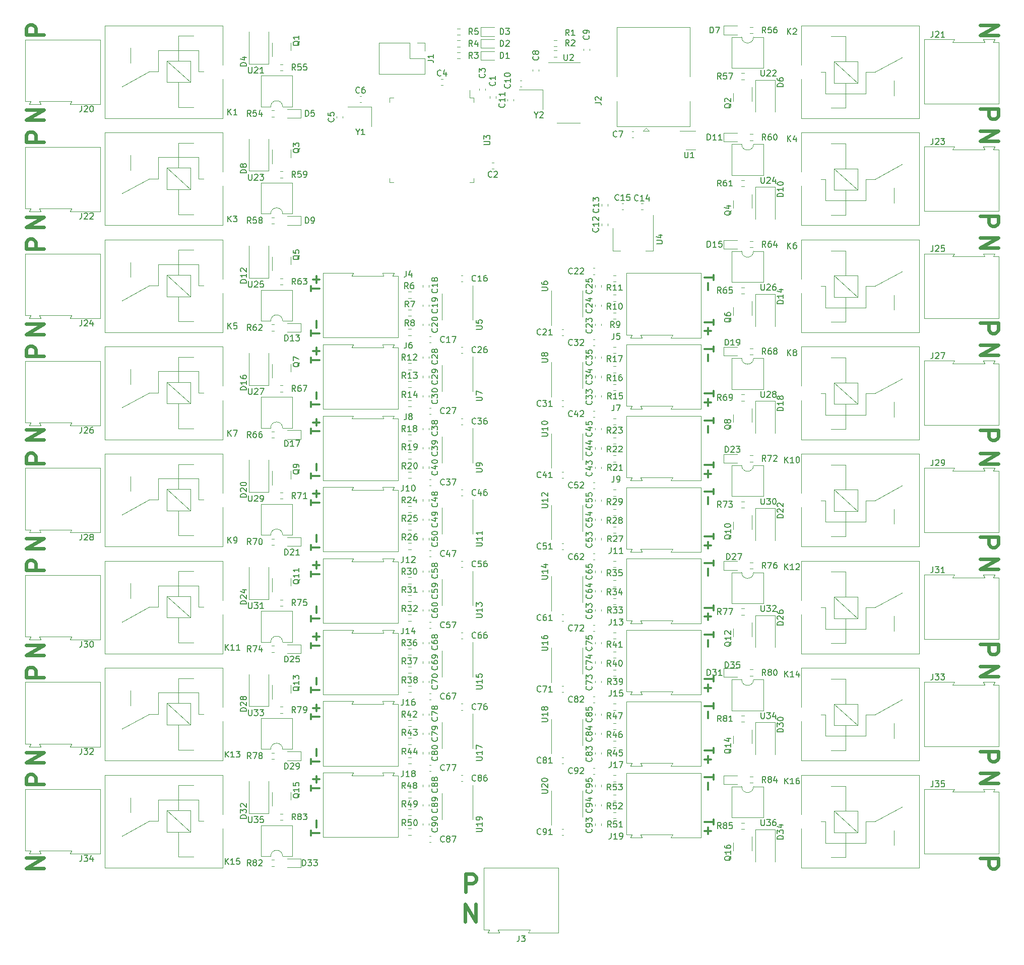
<source format=gbr>
%TF.GenerationSoftware,KiCad,Pcbnew,(6.0.7-1)-1*%
%TF.CreationDate,2023-01-13T01:44:41+01:00*%
%TF.ProjectId,Astraveus_Testtech,41737472-6176-4657-9573-5f5465737474,0.1*%
%TF.SameCoordinates,Original*%
%TF.FileFunction,Legend,Top*%
%TF.FilePolarity,Positive*%
%FSLAX46Y46*%
G04 Gerber Fmt 4.6, Leading zero omitted, Abs format (unit mm)*
G04 Created by KiCad (PCBNEW (6.0.7-1)-1) date 2023-01-13 01:44:41*
%MOMM*%
%LPD*%
G01*
G04 APERTURE LIST*
%ADD10C,0.300000*%
%ADD11C,0.600000*%
%ADD12C,0.150000*%
%ADD13C,0.120000*%
G04 APERTURE END LIST*
D10*
X71428571Y-136857142D02*
X71428571Y-136000000D01*
X72928571Y-136428571D02*
X71428571Y-136428571D01*
X72357142Y-135500000D02*
X72357142Y-134357142D01*
X72928571Y-134928571D02*
X71785714Y-134928571D01*
X139070057Y-182155357D02*
X139070057Y-183012500D01*
X137570057Y-182583928D02*
X139070057Y-182583928D01*
X138141486Y-183512500D02*
X138141486Y-184655357D01*
D11*
X26607142Y-165785714D02*
X23607142Y-165785714D01*
X23607142Y-164642857D01*
X23750000Y-164357142D01*
X23892857Y-164214285D01*
X24178571Y-164071428D01*
X24607142Y-164071428D01*
X24892857Y-164214285D01*
X25035714Y-164357142D01*
X25178571Y-164642857D01*
X25178571Y-165785714D01*
D10*
X139070057Y-170155357D02*
X139070057Y-171012500D01*
X137570057Y-170583928D02*
X139070057Y-170583928D01*
X138141486Y-171512500D02*
X138141486Y-172655357D01*
X139070057Y-129655357D02*
X139070057Y-130512500D01*
X137570057Y-130083928D02*
X139070057Y-130083928D01*
X138141486Y-131012500D02*
X138141486Y-132155357D01*
X137570057Y-131583928D02*
X138712914Y-131583928D01*
X71428571Y-112857142D02*
X71428571Y-112000000D01*
X72928571Y-112428571D02*
X71428571Y-112428571D01*
X72357142Y-111500000D02*
X72357142Y-110357142D01*
X72928571Y-110928571D02*
X71785714Y-110928571D01*
X139070057Y-110155357D02*
X139070057Y-111012500D01*
X137570057Y-110583928D02*
X139070057Y-110583928D01*
X138141486Y-111512500D02*
X138141486Y-112655357D01*
D11*
X26607142Y-147785714D02*
X23607142Y-147785714D01*
X23607142Y-146642857D01*
X23750000Y-146357142D01*
X23892857Y-146214285D01*
X24178571Y-146071428D01*
X24607142Y-146071428D01*
X24892857Y-146214285D01*
X25035714Y-146357142D01*
X25178571Y-146642857D01*
X25178571Y-147785714D01*
D10*
X139070057Y-117655357D02*
X139070057Y-118512500D01*
X137570057Y-118083928D02*
X139070057Y-118083928D01*
X138141486Y-119012500D02*
X138141486Y-120155357D01*
X137570057Y-119583928D02*
X138712914Y-119583928D01*
X139070057Y-134155357D02*
X139070057Y-135012500D01*
X137570057Y-134583928D02*
X139070057Y-134583928D01*
X138141486Y-135512500D02*
X138141486Y-136655357D01*
X71428571Y-160857142D02*
X71428571Y-160000000D01*
X72928571Y-160428571D02*
X71428571Y-160428571D01*
X72357142Y-159500000D02*
X72357142Y-158357142D01*
X72928571Y-158928571D02*
X71785714Y-158928571D01*
X139070057Y-141655357D02*
X139070057Y-142512500D01*
X137570057Y-142083928D02*
X139070057Y-142083928D01*
X138141486Y-143012500D02*
X138141486Y-144155357D01*
X137570057Y-143583928D02*
X138712914Y-143583928D01*
X71428571Y-192357142D02*
X71428571Y-191500000D01*
X72928571Y-191928571D02*
X71428571Y-191928571D01*
X72357142Y-191000000D02*
X72357142Y-189857142D01*
D11*
X183892857Y-163892857D02*
X186892857Y-163892857D01*
X183892857Y-165607142D01*
X186892857Y-165607142D01*
X26607142Y-75785714D02*
X23607142Y-75785714D01*
X23607142Y-74642857D01*
X23750000Y-74357142D01*
X23892857Y-74214285D01*
X24178571Y-74071428D01*
X24607142Y-74071428D01*
X24892857Y-74214285D01*
X25035714Y-74357142D01*
X25178571Y-74642857D01*
X25178571Y-75785714D01*
D10*
X71428571Y-184857142D02*
X71428571Y-184000000D01*
X72928571Y-184428571D02*
X71428571Y-184428571D01*
X72357142Y-183500000D02*
X72357142Y-182357142D01*
X72928571Y-182928571D02*
X71785714Y-182928571D01*
X139070057Y-189655357D02*
X139070057Y-190512500D01*
X137570057Y-190083928D02*
X139070057Y-190083928D01*
X138141486Y-191012500D02*
X138141486Y-192155357D01*
X137570057Y-191583928D02*
X138712914Y-191583928D01*
D11*
X26607142Y-108107142D02*
X23607142Y-108107142D01*
X26607142Y-106392857D01*
X23607142Y-106392857D01*
X26607142Y-111785714D02*
X23607142Y-111785714D01*
X23607142Y-110642857D01*
X23750000Y-110357142D01*
X23892857Y-110214285D01*
X24178571Y-110071428D01*
X24607142Y-110071428D01*
X24892857Y-110214285D01*
X25035714Y-110357142D01*
X25178571Y-110642857D01*
X25178571Y-111785714D01*
X183892857Y-56142857D02*
X186892857Y-56142857D01*
X183892857Y-57857142D01*
X186892857Y-57857142D01*
X183892857Y-181892857D02*
X186892857Y-181892857D01*
X183892857Y-183607142D01*
X186892857Y-183607142D01*
X26607142Y-57785714D02*
X23607142Y-57785714D01*
X23607142Y-56642857D01*
X23750000Y-56357142D01*
X23892857Y-56214285D01*
X24178571Y-56071428D01*
X24607142Y-56071428D01*
X24892857Y-56214285D01*
X25035714Y-56357142D01*
X25178571Y-56642857D01*
X25178571Y-57785714D01*
X183892857Y-145892857D02*
X186892857Y-145892857D01*
X183892857Y-147607142D01*
X186892857Y-147607142D01*
X183892857Y-128142857D02*
X186892857Y-128142857D01*
X183892857Y-129857142D01*
X186892857Y-129857142D01*
X183892857Y-106214285D02*
X186892857Y-106214285D01*
X186892857Y-107357142D01*
X186750000Y-107642857D01*
X186607142Y-107785714D01*
X186321428Y-107928571D01*
X185892857Y-107928571D01*
X185607142Y-107785714D01*
X185464285Y-107642857D01*
X185321428Y-107357142D01*
X185321428Y-106214285D01*
D10*
X139070057Y-122155357D02*
X139070057Y-123012500D01*
X137570057Y-122583928D02*
X139070057Y-122583928D01*
X138141486Y-123512500D02*
X138141486Y-124655357D01*
X139070057Y-165655357D02*
X139070057Y-166512500D01*
X137570057Y-166083928D02*
X139070057Y-166083928D01*
X138141486Y-167012500D02*
X138141486Y-168155357D01*
X137570057Y-167583928D02*
X138712914Y-167583928D01*
D11*
X183892857Y-124214285D02*
X186892857Y-124214285D01*
X186892857Y-125357142D01*
X186750000Y-125642857D01*
X186607142Y-125785714D01*
X186321428Y-125928571D01*
X185892857Y-125928571D01*
X185607142Y-125785714D01*
X185464285Y-125642857D01*
X185321428Y-125357142D01*
X185321428Y-124214285D01*
D10*
X71428571Y-168357142D02*
X71428571Y-167500000D01*
X72928571Y-167928571D02*
X71428571Y-167928571D01*
X72357142Y-167000000D02*
X72357142Y-165857142D01*
D11*
X183892857Y-142214285D02*
X186892857Y-142214285D01*
X186892857Y-143357142D01*
X186750000Y-143642857D01*
X186607142Y-143785714D01*
X186321428Y-143928571D01*
X185892857Y-143928571D01*
X185607142Y-143785714D01*
X185464285Y-143642857D01*
X185321428Y-143357142D01*
X185321428Y-142214285D01*
D10*
X71428571Y-120357142D02*
X71428571Y-119500000D01*
X72928571Y-119928571D02*
X71428571Y-119928571D01*
X72357142Y-119000000D02*
X72357142Y-117857142D01*
D11*
X26607142Y-144107142D02*
X23607142Y-144107142D01*
X26607142Y-142392857D01*
X23607142Y-142392857D01*
X183892857Y-178214285D02*
X186892857Y-178214285D01*
X186892857Y-179357142D01*
X186750000Y-179642857D01*
X186607142Y-179785714D01*
X186321428Y-179928571D01*
X185892857Y-179928571D01*
X185607142Y-179785714D01*
X185464285Y-179642857D01*
X185321428Y-179357142D01*
X185321428Y-178214285D01*
X26607142Y-125857142D02*
X23607142Y-125857142D01*
X26607142Y-124142857D01*
X23607142Y-124142857D01*
X183892857Y-160214285D02*
X186892857Y-160214285D01*
X186892857Y-161357142D01*
X186750000Y-161642857D01*
X186607142Y-161785714D01*
X186321428Y-161928571D01*
X185892857Y-161928571D01*
X185607142Y-161785714D01*
X185464285Y-161642857D01*
X185321428Y-161357142D01*
X185321428Y-160214285D01*
X183892857Y-88214285D02*
X186892857Y-88214285D01*
X186892857Y-89357142D01*
X186750000Y-89642857D01*
X186607142Y-89785714D01*
X186321428Y-89928571D01*
X185892857Y-89928571D01*
X185607142Y-89785714D01*
X185464285Y-89642857D01*
X185321428Y-89357142D01*
X185321428Y-88214285D01*
D10*
X139070057Y-105655357D02*
X139070057Y-106512500D01*
X137570057Y-106083928D02*
X139070057Y-106083928D01*
X138141486Y-107012500D02*
X138141486Y-108155357D01*
X137570057Y-107583928D02*
X138712914Y-107583928D01*
D11*
X183892857Y-73892857D02*
X186892857Y-73892857D01*
X183892857Y-75607142D01*
X186892857Y-75607142D01*
D10*
X139070057Y-177655357D02*
X139070057Y-178512500D01*
X137570057Y-178083928D02*
X139070057Y-178083928D01*
X138141486Y-179012500D02*
X138141486Y-180155357D01*
X137570057Y-179583928D02*
X138712914Y-179583928D01*
D11*
X97464285Y-201857142D02*
X97464285Y-198857142D01*
X98607142Y-198857142D01*
X98892857Y-199000000D01*
X99035714Y-199142857D01*
X99178571Y-199428571D01*
X99178571Y-199857142D01*
X99035714Y-200142857D01*
X98892857Y-200285714D01*
X98607142Y-200428571D01*
X97464285Y-200428571D01*
D10*
X71428571Y-144357142D02*
X71428571Y-143500000D01*
X72928571Y-143928571D02*
X71428571Y-143928571D01*
X72357142Y-143000000D02*
X72357142Y-141857142D01*
X139070057Y-153655357D02*
X139070057Y-154512500D01*
X137570057Y-154083928D02*
X139070057Y-154083928D01*
X138141486Y-155012500D02*
X138141486Y-156155357D01*
X137570057Y-155583928D02*
X138712914Y-155583928D01*
D11*
X26607142Y-93785714D02*
X23607142Y-93785714D01*
X23607142Y-92642857D01*
X23750000Y-92357142D01*
X23892857Y-92214285D01*
X24178571Y-92071428D01*
X24607142Y-92071428D01*
X24892857Y-92214285D01*
X25035714Y-92357142D01*
X25178571Y-92642857D01*
X25178571Y-93785714D01*
D10*
X71428571Y-172857142D02*
X71428571Y-172000000D01*
X72928571Y-172428571D02*
X71428571Y-172428571D01*
X72357142Y-171500000D02*
X72357142Y-170357142D01*
X72928571Y-170928571D02*
X71785714Y-170928571D01*
D11*
X26607142Y-162107142D02*
X23607142Y-162107142D01*
X26607142Y-160392857D01*
X23607142Y-160392857D01*
D10*
X139070057Y-98155357D02*
X139070057Y-99012500D01*
X137570057Y-98583928D02*
X139070057Y-98583928D01*
X138141486Y-99512500D02*
X138141486Y-100655357D01*
X71428571Y-108357142D02*
X71428571Y-107500000D01*
X72928571Y-107928571D02*
X71428571Y-107928571D01*
X72357142Y-107000000D02*
X72357142Y-105857142D01*
D11*
X26607142Y-72107142D02*
X23607142Y-72107142D01*
X26607142Y-70392857D01*
X23607142Y-70392857D01*
D10*
X71428571Y-100857142D02*
X71428571Y-100000000D01*
X72928571Y-100428571D02*
X71428571Y-100428571D01*
X72357142Y-99500000D02*
X72357142Y-98357142D01*
X72928571Y-98928571D02*
X71785714Y-98928571D01*
D11*
X26607142Y-129785714D02*
X23607142Y-129785714D01*
X23607142Y-128642857D01*
X23750000Y-128357142D01*
X23892857Y-128214285D01*
X24178571Y-128071428D01*
X24607142Y-128071428D01*
X24892857Y-128214285D01*
X25035714Y-128357142D01*
X25178571Y-128642857D01*
X25178571Y-129785714D01*
X97392857Y-206857142D02*
X97392857Y-203857142D01*
X99107142Y-206857142D01*
X99107142Y-203857142D01*
X183892857Y-70214285D02*
X186892857Y-70214285D01*
X186892857Y-71357142D01*
X186750000Y-71642857D01*
X186607142Y-71785714D01*
X186321428Y-71928571D01*
X185892857Y-71928571D01*
X185607142Y-71785714D01*
X185464285Y-71642857D01*
X185321428Y-71357142D01*
X185321428Y-70214285D01*
D10*
X71428571Y-124857142D02*
X71428571Y-124000000D01*
X72928571Y-124428571D02*
X71428571Y-124428571D01*
X72357142Y-123500000D02*
X72357142Y-122357142D01*
X72928571Y-122928571D02*
X71785714Y-122928571D01*
D11*
X26607142Y-90107142D02*
X23607142Y-90107142D01*
X26607142Y-88392857D01*
X23607142Y-88392857D01*
D10*
X71428571Y-156357142D02*
X71428571Y-155500000D01*
X72928571Y-155928571D02*
X71428571Y-155928571D01*
X72357142Y-155000000D02*
X72357142Y-153857142D01*
X71428571Y-132357142D02*
X71428571Y-131500000D01*
X72928571Y-131928571D02*
X71428571Y-131928571D01*
X72357142Y-131000000D02*
X72357142Y-129857142D01*
D11*
X26607142Y-183785714D02*
X23607142Y-183785714D01*
X23607142Y-182642857D01*
X23750000Y-182357142D01*
X23892857Y-182214285D01*
X24178571Y-182071428D01*
X24607142Y-182071428D01*
X24892857Y-182214285D01*
X25035714Y-182357142D01*
X25178571Y-182642857D01*
X25178571Y-183785714D01*
X26607142Y-180107142D02*
X23607142Y-180107142D01*
X26607142Y-178392857D01*
X23607142Y-178392857D01*
D10*
X71428571Y-148857142D02*
X71428571Y-148000000D01*
X72928571Y-148428571D02*
X71428571Y-148428571D01*
X72357142Y-147500000D02*
X72357142Y-146357142D01*
X72928571Y-146928571D02*
X71785714Y-146928571D01*
D11*
X183892857Y-196214285D02*
X186892857Y-196214285D01*
X186892857Y-197357142D01*
X186750000Y-197642857D01*
X186607142Y-197785714D01*
X186321428Y-197928571D01*
X185892857Y-197928571D01*
X185607142Y-197785714D01*
X185464285Y-197642857D01*
X185321428Y-197357142D01*
X185321428Y-196214285D01*
X183892857Y-109892857D02*
X186892857Y-109892857D01*
X183892857Y-111607142D01*
X186892857Y-111607142D01*
D10*
X71428571Y-180357142D02*
X71428571Y-179500000D01*
X72928571Y-179928571D02*
X71428571Y-179928571D01*
X72357142Y-179000000D02*
X72357142Y-177857142D01*
D11*
X183892857Y-91892857D02*
X186892857Y-91892857D01*
X183892857Y-93607142D01*
X186892857Y-93607142D01*
X26607142Y-197857142D02*
X23607142Y-197857142D01*
X26607142Y-196142857D01*
X23607142Y-196142857D01*
D10*
X139070057Y-158155357D02*
X139070057Y-159012500D01*
X137570057Y-158583928D02*
X139070057Y-158583928D01*
X138141486Y-159512500D02*
X138141486Y-160655357D01*
X139070057Y-146155357D02*
X139070057Y-147012500D01*
X137570057Y-146583928D02*
X139070057Y-146583928D01*
X138141486Y-147512500D02*
X138141486Y-148655357D01*
D12*
%TO.C,C14*%
X126432142Y-85577142D02*
X126384523Y-85624761D01*
X126241666Y-85672380D01*
X126146428Y-85672380D01*
X126003571Y-85624761D01*
X125908333Y-85529523D01*
X125860714Y-85434285D01*
X125813095Y-85243809D01*
X125813095Y-85100952D01*
X125860714Y-84910476D01*
X125908333Y-84815238D01*
X126003571Y-84720000D01*
X126146428Y-84672380D01*
X126241666Y-84672380D01*
X126384523Y-84720000D01*
X126432142Y-84767619D01*
X127384523Y-85672380D02*
X126813095Y-85672380D01*
X127098809Y-85672380D02*
X127098809Y-84672380D01*
X127003571Y-84815238D01*
X126908333Y-84910476D01*
X126813095Y-84958095D01*
X128241666Y-85005714D02*
X128241666Y-85672380D01*
X128003571Y-84624761D02*
X127765476Y-85339047D01*
X128384523Y-85339047D01*
%TO.C,C85*%
X118575892Y-172655357D02*
X118623511Y-172702976D01*
X118671130Y-172845833D01*
X118671130Y-172941071D01*
X118623511Y-173083928D01*
X118528273Y-173179166D01*
X118433035Y-173226785D01*
X118242559Y-173274404D01*
X118099702Y-173274404D01*
X117909226Y-173226785D01*
X117813988Y-173179166D01*
X117718750Y-173083928D01*
X117671130Y-172941071D01*
X117671130Y-172845833D01*
X117718750Y-172702976D01*
X117766369Y-172655357D01*
X118099702Y-172083928D02*
X118052083Y-172179166D01*
X118004464Y-172226785D01*
X117909226Y-172274404D01*
X117861607Y-172274404D01*
X117766369Y-172226785D01*
X117718750Y-172179166D01*
X117671130Y-172083928D01*
X117671130Y-171893452D01*
X117718750Y-171798214D01*
X117766369Y-171750595D01*
X117861607Y-171702976D01*
X117909226Y-171702976D01*
X118004464Y-171750595D01*
X118052083Y-171798214D01*
X118099702Y-171893452D01*
X118099702Y-172083928D01*
X118147321Y-172179166D01*
X118194940Y-172226785D01*
X118290178Y-172274404D01*
X118480654Y-172274404D01*
X118575892Y-172226785D01*
X118623511Y-172179166D01*
X118671130Y-172083928D01*
X118671130Y-171893452D01*
X118623511Y-171798214D01*
X118575892Y-171750595D01*
X118480654Y-171702976D01*
X118290178Y-171702976D01*
X118194940Y-171750595D01*
X118147321Y-171798214D01*
X118099702Y-171893452D01*
X117671130Y-170798214D02*
X117671130Y-171274404D01*
X118147321Y-171322023D01*
X118099702Y-171274404D01*
X118052083Y-171179166D01*
X118052083Y-170941071D01*
X118099702Y-170845833D01*
X118147321Y-170798214D01*
X118242559Y-170750595D01*
X118480654Y-170750595D01*
X118575892Y-170798214D01*
X118623511Y-170845833D01*
X118671130Y-170941071D01*
X118671130Y-171179166D01*
X118623511Y-171274404D01*
X118575892Y-171322023D01*
%TO.C,R75*%
X68857142Y-153702380D02*
X68523809Y-153226190D01*
X68285714Y-153702380D02*
X68285714Y-152702380D01*
X68666666Y-152702380D01*
X68761904Y-152750000D01*
X68809523Y-152797619D01*
X68857142Y-152892857D01*
X68857142Y-153035714D01*
X68809523Y-153130952D01*
X68761904Y-153178571D01*
X68666666Y-153226190D01*
X68285714Y-153226190D01*
X69190476Y-152702380D02*
X69857142Y-152702380D01*
X69428571Y-153702380D01*
X70714285Y-152702380D02*
X70238095Y-152702380D01*
X70190476Y-153178571D01*
X70238095Y-153130952D01*
X70333333Y-153083333D01*
X70571428Y-153083333D01*
X70666666Y-153130952D01*
X70714285Y-153178571D01*
X70761904Y-153273809D01*
X70761904Y-153511904D01*
X70714285Y-153607142D01*
X70666666Y-153654761D01*
X70571428Y-153702380D01*
X70333333Y-153702380D01*
X70238095Y-153654761D01*
X70190476Y-153607142D01*
%TO.C,J27*%
X175953219Y-111184880D02*
X175953219Y-111899166D01*
X175905600Y-112042023D01*
X175810362Y-112137261D01*
X175667504Y-112184880D01*
X175572266Y-112184880D01*
X176381790Y-111280119D02*
X176429409Y-111232500D01*
X176524647Y-111184880D01*
X176762743Y-111184880D01*
X176857981Y-111232500D01*
X176905600Y-111280119D01*
X176953219Y-111375357D01*
X176953219Y-111470595D01*
X176905600Y-111613452D01*
X176334171Y-112184880D01*
X176953219Y-112184880D01*
X177286552Y-111184880D02*
X177953219Y-111184880D01*
X177524647Y-112184880D01*
%TO.C,J9*%
X122372675Y-131952380D02*
X122372675Y-132666666D01*
X122325056Y-132809523D01*
X122229818Y-132904761D01*
X122086961Y-132952380D01*
X121991723Y-132952380D01*
X122896485Y-132952380D02*
X123086961Y-132952380D01*
X123182199Y-132904761D01*
X123229818Y-132857142D01*
X123325056Y-132714285D01*
X123372675Y-132523809D01*
X123372675Y-132142857D01*
X123325056Y-132047619D01*
X123277437Y-132000000D01*
X123182199Y-131952380D01*
X122991723Y-131952380D01*
X122896485Y-132000000D01*
X122848866Y-132047619D01*
X122801247Y-132142857D01*
X122801247Y-132380952D01*
X122848866Y-132476190D01*
X122896485Y-132523809D01*
X122991723Y-132571428D01*
X123182199Y-132571428D01*
X123277437Y-132523809D01*
X123325056Y-132476190D01*
X123372675Y-132380952D01*
%TO.C,K11*%
X57035714Y-161202380D02*
X57035714Y-160202380D01*
X57607142Y-161202380D02*
X57178571Y-160630952D01*
X57607142Y-160202380D02*
X57035714Y-160773809D01*
X58559523Y-161202380D02*
X57988095Y-161202380D01*
X58273809Y-161202380D02*
X58273809Y-160202380D01*
X58178571Y-160345238D01*
X58083333Y-160440476D01*
X57988095Y-160488095D01*
X59511904Y-161202380D02*
X58940476Y-161202380D01*
X59226190Y-161202380D02*
X59226190Y-160202380D01*
X59130952Y-160345238D01*
X59035714Y-160440476D01*
X58940476Y-160488095D01*
%TO.C,R39*%
X121900891Y-166964880D02*
X121567558Y-166488690D01*
X121329463Y-166964880D02*
X121329463Y-165964880D01*
X121710415Y-165964880D01*
X121805653Y-166012500D01*
X121853272Y-166060119D01*
X121900891Y-166155357D01*
X121900891Y-166298214D01*
X121853272Y-166393452D01*
X121805653Y-166441071D01*
X121710415Y-166488690D01*
X121329463Y-166488690D01*
X122234225Y-165964880D02*
X122853272Y-165964880D01*
X122519939Y-166345833D01*
X122662796Y-166345833D01*
X122758034Y-166393452D01*
X122805653Y-166441071D01*
X122853272Y-166536309D01*
X122853272Y-166774404D01*
X122805653Y-166869642D01*
X122758034Y-166917261D01*
X122662796Y-166964880D01*
X122377082Y-166964880D01*
X122281844Y-166917261D01*
X122234225Y-166869642D01*
X123329463Y-166964880D02*
X123519939Y-166964880D01*
X123615177Y-166917261D01*
X123662796Y-166869642D01*
X123758034Y-166726785D01*
X123805653Y-166536309D01*
X123805653Y-166155357D01*
X123758034Y-166060119D01*
X123710415Y-166012500D01*
X123615177Y-165964880D01*
X123424701Y-165964880D01*
X123329463Y-166012500D01*
X123281844Y-166060119D01*
X123234225Y-166155357D01*
X123234225Y-166393452D01*
X123281844Y-166488690D01*
X123329463Y-166536309D01*
X123424701Y-166583928D01*
X123615177Y-166583928D01*
X123710415Y-166536309D01*
X123758034Y-166488690D01*
X123805653Y-166393452D01*
%TO.C,J26*%
X32927734Y-123719880D02*
X32927734Y-124434166D01*
X32880115Y-124577023D01*
X32784877Y-124672261D01*
X32642019Y-124719880D01*
X32546781Y-124719880D01*
X33356305Y-123815119D02*
X33403924Y-123767500D01*
X33499162Y-123719880D01*
X33737258Y-123719880D01*
X33832496Y-123767500D01*
X33880115Y-123815119D01*
X33927734Y-123910357D01*
X33927734Y-124005595D01*
X33880115Y-124148452D01*
X33308686Y-124719880D01*
X33927734Y-124719880D01*
X34784877Y-123719880D02*
X34594400Y-123719880D01*
X34499162Y-123767500D01*
X34451543Y-123815119D01*
X34356305Y-123957976D01*
X34308686Y-124148452D01*
X34308686Y-124529404D01*
X34356305Y-124624642D01*
X34403924Y-124672261D01*
X34499162Y-124719880D01*
X34689638Y-124719880D01*
X34784877Y-124672261D01*
X34832496Y-124624642D01*
X34880115Y-124529404D01*
X34880115Y-124291309D01*
X34832496Y-124196071D01*
X34784877Y-124148452D01*
X34689638Y-124100833D01*
X34499162Y-124100833D01*
X34403924Y-124148452D01*
X34356305Y-124196071D01*
X34308686Y-124291309D01*
%TO.C,R66*%
X61357142Y-125452380D02*
X61023809Y-124976190D01*
X60785714Y-125452380D02*
X60785714Y-124452380D01*
X61166666Y-124452380D01*
X61261904Y-124500000D01*
X61309523Y-124547619D01*
X61357142Y-124642857D01*
X61357142Y-124785714D01*
X61309523Y-124880952D01*
X61261904Y-124928571D01*
X61166666Y-124976190D01*
X60785714Y-124976190D01*
X62214285Y-124452380D02*
X62023809Y-124452380D01*
X61928571Y-124500000D01*
X61880952Y-124547619D01*
X61785714Y-124690476D01*
X61738095Y-124880952D01*
X61738095Y-125261904D01*
X61785714Y-125357142D01*
X61833333Y-125404761D01*
X61928571Y-125452380D01*
X62119047Y-125452380D01*
X62214285Y-125404761D01*
X62261904Y-125357142D01*
X62309523Y-125261904D01*
X62309523Y-125023809D01*
X62261904Y-124928571D01*
X62214285Y-124880952D01*
X62119047Y-124833333D01*
X61928571Y-124833333D01*
X61833333Y-124880952D01*
X61785714Y-124928571D01*
X61738095Y-125023809D01*
X63166666Y-124452380D02*
X62976190Y-124452380D01*
X62880952Y-124500000D01*
X62833333Y-124547619D01*
X62738095Y-124690476D01*
X62690476Y-124880952D01*
X62690476Y-125261904D01*
X62738095Y-125357142D01*
X62785714Y-125404761D01*
X62880952Y-125452380D01*
X63071428Y-125452380D01*
X63166666Y-125404761D01*
X63214285Y-125357142D01*
X63261904Y-125261904D01*
X63261904Y-125023809D01*
X63214285Y-124928571D01*
X63166666Y-124880952D01*
X63071428Y-124833333D01*
X62880952Y-124833333D01*
X62785714Y-124880952D01*
X62738095Y-124928571D01*
X62690476Y-125023809D01*
%TO.C,C11*%
X103927142Y-69342857D02*
X103974761Y-69390476D01*
X104022380Y-69533333D01*
X104022380Y-69628571D01*
X103974761Y-69771428D01*
X103879523Y-69866666D01*
X103784285Y-69914285D01*
X103593809Y-69961904D01*
X103450952Y-69961904D01*
X103260476Y-69914285D01*
X103165238Y-69866666D01*
X103070000Y-69771428D01*
X103022380Y-69628571D01*
X103022380Y-69533333D01*
X103070000Y-69390476D01*
X103117619Y-69342857D01*
X104022380Y-68390476D02*
X104022380Y-68961904D01*
X104022380Y-68676190D02*
X103022380Y-68676190D01*
X103165238Y-68771428D01*
X103260476Y-68866666D01*
X103308095Y-68961904D01*
X104022380Y-67438095D02*
X104022380Y-68009523D01*
X104022380Y-67723809D02*
X103022380Y-67723809D01*
X103165238Y-67819047D01*
X103260476Y-67914285D01*
X103308095Y-68009523D01*
%TO.C,C70*%
X92637021Y-167142857D02*
X92684640Y-167190476D01*
X92732259Y-167333333D01*
X92732259Y-167428571D01*
X92684640Y-167571428D01*
X92589402Y-167666666D01*
X92494164Y-167714285D01*
X92303688Y-167761904D01*
X92160831Y-167761904D01*
X91970355Y-167714285D01*
X91875117Y-167666666D01*
X91779879Y-167571428D01*
X91732259Y-167428571D01*
X91732259Y-167333333D01*
X91779879Y-167190476D01*
X91827498Y-167142857D01*
X91732259Y-166809523D02*
X91732259Y-166142857D01*
X92732259Y-166571428D01*
X91732259Y-165571428D02*
X91732259Y-165476190D01*
X91779879Y-165380952D01*
X91827498Y-165333333D01*
X91922736Y-165285714D01*
X92113212Y-165238095D01*
X92351307Y-165238095D01*
X92541783Y-165285714D01*
X92637021Y-165333333D01*
X92684640Y-165380952D01*
X92732259Y-165476190D01*
X92732259Y-165571428D01*
X92684640Y-165666666D01*
X92637021Y-165714285D01*
X92541783Y-165761904D01*
X92351307Y-165809523D01*
X92113212Y-165809523D01*
X91922736Y-165761904D01*
X91827498Y-165714285D01*
X91779879Y-165666666D01*
X91732259Y-165571428D01*
%TO.C,D2*%
X103261904Y-59702380D02*
X103261904Y-58702380D01*
X103500000Y-58702380D01*
X103642857Y-58750000D01*
X103738095Y-58845238D01*
X103785714Y-58940476D01*
X103833333Y-59130952D01*
X103833333Y-59273809D01*
X103785714Y-59464285D01*
X103738095Y-59559523D01*
X103642857Y-59654761D01*
X103500000Y-59702380D01*
X103261904Y-59702380D01*
X104214285Y-58797619D02*
X104261904Y-58750000D01*
X104357142Y-58702380D01*
X104595238Y-58702380D01*
X104690476Y-58750000D01*
X104738095Y-58797619D01*
X104785714Y-58892857D01*
X104785714Y-58988095D01*
X104738095Y-59130952D01*
X104166666Y-59702380D01*
X104785714Y-59702380D01*
%TO.C,J5*%
X122372675Y-107952380D02*
X122372675Y-108666666D01*
X122325056Y-108809523D01*
X122229818Y-108904761D01*
X122086961Y-108952380D01*
X121991723Y-108952380D01*
X123325056Y-107952380D02*
X122848866Y-107952380D01*
X122801247Y-108428571D01*
X122848866Y-108380952D01*
X122944104Y-108333333D01*
X123182199Y-108333333D01*
X123277437Y-108380952D01*
X123325056Y-108428571D01*
X123372675Y-108523809D01*
X123372675Y-108761904D01*
X123325056Y-108857142D01*
X123277437Y-108904761D01*
X123182199Y-108952380D01*
X122944104Y-108952380D01*
X122848866Y-108904761D01*
X122801247Y-108857142D01*
%TO.C,D29*%
X67035714Y-181202380D02*
X67035714Y-180202380D01*
X67273809Y-180202380D01*
X67416666Y-180250000D01*
X67511904Y-180345238D01*
X67559523Y-180440476D01*
X67607142Y-180630952D01*
X67607142Y-180773809D01*
X67559523Y-180964285D01*
X67511904Y-181059523D01*
X67416666Y-181154761D01*
X67273809Y-181202380D01*
X67035714Y-181202380D01*
X67988095Y-180297619D02*
X68035714Y-180250000D01*
X68130952Y-180202380D01*
X68369047Y-180202380D01*
X68464285Y-180250000D01*
X68511904Y-180297619D01*
X68559523Y-180392857D01*
X68559523Y-180488095D01*
X68511904Y-180630952D01*
X67940476Y-181202380D01*
X68559523Y-181202380D01*
X69035714Y-181202380D02*
X69226190Y-181202380D01*
X69321428Y-181154761D01*
X69369047Y-181107142D01*
X69464285Y-180964285D01*
X69511904Y-180773809D01*
X69511904Y-180392857D01*
X69464285Y-180297619D01*
X69416666Y-180250000D01*
X69321428Y-180202380D01*
X69130952Y-180202380D01*
X69035714Y-180250000D01*
X68988095Y-180297619D01*
X68940476Y-180392857D01*
X68940476Y-180630952D01*
X68988095Y-180726190D01*
X69035714Y-180773809D01*
X69130952Y-180821428D01*
X69321428Y-180821428D01*
X69416666Y-180773809D01*
X69464285Y-180726190D01*
X69511904Y-180630952D01*
%TO.C,R8*%
X87863212Y-106702380D02*
X87529879Y-106226190D01*
X87291783Y-106702380D02*
X87291783Y-105702380D01*
X87672736Y-105702380D01*
X87767974Y-105750000D01*
X87815593Y-105797619D01*
X87863212Y-105892857D01*
X87863212Y-106035714D01*
X87815593Y-106130952D01*
X87767974Y-106178571D01*
X87672736Y-106226190D01*
X87291783Y-106226190D01*
X88434640Y-106130952D02*
X88339402Y-106083333D01*
X88291783Y-106035714D01*
X88244164Y-105940476D01*
X88244164Y-105892857D01*
X88291783Y-105797619D01*
X88339402Y-105750000D01*
X88434640Y-105702380D01*
X88625117Y-105702380D01*
X88720355Y-105750000D01*
X88767974Y-105797619D01*
X88815593Y-105892857D01*
X88815593Y-105940476D01*
X88767974Y-106035714D01*
X88720355Y-106083333D01*
X88625117Y-106130952D01*
X88434640Y-106130952D01*
X88339402Y-106178571D01*
X88291783Y-106226190D01*
X88244164Y-106321428D01*
X88244164Y-106511904D01*
X88291783Y-106607142D01*
X88339402Y-106654761D01*
X88434640Y-106702380D01*
X88625117Y-106702380D01*
X88720355Y-106654761D01*
X88767974Y-106607142D01*
X88815593Y-106511904D01*
X88815593Y-106321428D01*
X88767974Y-106226190D01*
X88720355Y-106178571D01*
X88625117Y-106130952D01*
%TO.C,C73*%
X118575892Y-167295936D02*
X118623511Y-167343555D01*
X118671130Y-167486412D01*
X118671130Y-167581650D01*
X118623511Y-167724507D01*
X118528273Y-167819745D01*
X118433035Y-167867364D01*
X118242559Y-167914983D01*
X118099702Y-167914983D01*
X117909226Y-167867364D01*
X117813988Y-167819745D01*
X117718750Y-167724507D01*
X117671130Y-167581650D01*
X117671130Y-167486412D01*
X117718750Y-167343555D01*
X117766369Y-167295936D01*
X117671130Y-166962602D02*
X117671130Y-166295936D01*
X118671130Y-166724507D01*
X117671130Y-166010221D02*
X117671130Y-165391174D01*
X118052083Y-165724507D01*
X118052083Y-165581650D01*
X118099702Y-165486412D01*
X118147321Y-165438793D01*
X118242559Y-165391174D01*
X118480654Y-165391174D01*
X118575892Y-165438793D01*
X118623511Y-165486412D01*
X118671130Y-165581650D01*
X118671130Y-165867364D01*
X118623511Y-165962602D01*
X118575892Y-166010221D01*
%TO.C,U25*%
X60961904Y-99202380D02*
X60961904Y-100011904D01*
X61009523Y-100107142D01*
X61057142Y-100154761D01*
X61152380Y-100202380D01*
X61342857Y-100202380D01*
X61438095Y-100154761D01*
X61485714Y-100107142D01*
X61533333Y-100011904D01*
X61533333Y-99202380D01*
X61961904Y-99297619D02*
X62009523Y-99250000D01*
X62104761Y-99202380D01*
X62342857Y-99202380D01*
X62438095Y-99250000D01*
X62485714Y-99297619D01*
X62533333Y-99392857D01*
X62533333Y-99488095D01*
X62485714Y-99630952D01*
X61914285Y-100202380D01*
X62533333Y-100202380D01*
X63438095Y-99202380D02*
X62961904Y-99202380D01*
X62914285Y-99678571D01*
X62961904Y-99630952D01*
X63057142Y-99583333D01*
X63295238Y-99583333D01*
X63390476Y-99630952D01*
X63438095Y-99678571D01*
X63485714Y-99773809D01*
X63485714Y-100011904D01*
X63438095Y-100107142D01*
X63390476Y-100154761D01*
X63295238Y-100202380D01*
X63057142Y-100202380D01*
X62961904Y-100154761D01*
X62914285Y-100107142D01*
%TO.C,U35*%
X60961904Y-189202380D02*
X60961904Y-190011904D01*
X61009523Y-190107142D01*
X61057142Y-190154761D01*
X61152380Y-190202380D01*
X61342857Y-190202380D01*
X61438095Y-190154761D01*
X61485714Y-190107142D01*
X61533333Y-190011904D01*
X61533333Y-189202380D01*
X61914285Y-189202380D02*
X62533333Y-189202380D01*
X62200000Y-189583333D01*
X62342857Y-189583333D01*
X62438095Y-189630952D01*
X62485714Y-189678571D01*
X62533333Y-189773809D01*
X62533333Y-190011904D01*
X62485714Y-190107142D01*
X62438095Y-190154761D01*
X62342857Y-190202380D01*
X62057142Y-190202380D01*
X61961904Y-190154761D01*
X61914285Y-190107142D01*
X63438095Y-189202380D02*
X62961904Y-189202380D01*
X62914285Y-189678571D01*
X62961904Y-189630952D01*
X63057142Y-189583333D01*
X63295238Y-189583333D01*
X63390476Y-189630952D01*
X63438095Y-189678571D01*
X63485714Y-189773809D01*
X63485714Y-190011904D01*
X63438095Y-190107142D01*
X63390476Y-190154761D01*
X63295238Y-190202380D01*
X63057142Y-190202380D01*
X62961904Y-190154761D01*
X62914285Y-190107142D01*
%TO.C,R80*%
X147857142Y-165452380D02*
X147523809Y-164976190D01*
X147285714Y-165452380D02*
X147285714Y-164452380D01*
X147666666Y-164452380D01*
X147761904Y-164500000D01*
X147809523Y-164547619D01*
X147857142Y-164642857D01*
X147857142Y-164785714D01*
X147809523Y-164880952D01*
X147761904Y-164928571D01*
X147666666Y-164976190D01*
X147285714Y-164976190D01*
X148428571Y-164880952D02*
X148333333Y-164833333D01*
X148285714Y-164785714D01*
X148238095Y-164690476D01*
X148238095Y-164642857D01*
X148285714Y-164547619D01*
X148333333Y-164500000D01*
X148428571Y-164452380D01*
X148619047Y-164452380D01*
X148714285Y-164500000D01*
X148761904Y-164547619D01*
X148809523Y-164642857D01*
X148809523Y-164690476D01*
X148761904Y-164785714D01*
X148714285Y-164833333D01*
X148619047Y-164880952D01*
X148428571Y-164880952D01*
X148333333Y-164928571D01*
X148285714Y-164976190D01*
X148238095Y-165071428D01*
X148238095Y-165261904D01*
X148285714Y-165357142D01*
X148333333Y-165404761D01*
X148428571Y-165452380D01*
X148619047Y-165452380D01*
X148714285Y-165404761D01*
X148761904Y-165357142D01*
X148809523Y-165261904D01*
X148809523Y-165071428D01*
X148761904Y-164976190D01*
X148714285Y-164928571D01*
X148619047Y-164880952D01*
X149428571Y-164452380D02*
X149523809Y-164452380D01*
X149619047Y-164500000D01*
X149666666Y-164547619D01*
X149714285Y-164642857D01*
X149761904Y-164833333D01*
X149761904Y-165071428D01*
X149714285Y-165261904D01*
X149666666Y-165357142D01*
X149619047Y-165404761D01*
X149523809Y-165452380D01*
X149428571Y-165452380D01*
X149333333Y-165404761D01*
X149285714Y-165357142D01*
X149238095Y-165261904D01*
X149190476Y-165071428D01*
X149190476Y-164833333D01*
X149238095Y-164642857D01*
X149285714Y-164547619D01*
X149333333Y-164500000D01*
X149428571Y-164452380D01*
%TO.C,Q8*%
X142047619Y-123345238D02*
X142000000Y-123440476D01*
X141904761Y-123535714D01*
X141761904Y-123678571D01*
X141714285Y-123773809D01*
X141714285Y-123869047D01*
X141952380Y-123821428D02*
X141904761Y-123916666D01*
X141809523Y-124011904D01*
X141619047Y-124059523D01*
X141285714Y-124059523D01*
X141095238Y-124011904D01*
X141000000Y-123916666D01*
X140952380Y-123821428D01*
X140952380Y-123630952D01*
X141000000Y-123535714D01*
X141095238Y-123440476D01*
X141285714Y-123392857D01*
X141619047Y-123392857D01*
X141809523Y-123440476D01*
X141904761Y-123535714D01*
X141952380Y-123630952D01*
X141952380Y-123821428D01*
X141380952Y-122821428D02*
X141333333Y-122916666D01*
X141285714Y-122964285D01*
X141190476Y-123011904D01*
X141142857Y-123011904D01*
X141047619Y-122964285D01*
X141000000Y-122916666D01*
X140952380Y-122821428D01*
X140952380Y-122630952D01*
X141000000Y-122535714D01*
X141047619Y-122488095D01*
X141142857Y-122440476D01*
X141190476Y-122440476D01*
X141285714Y-122488095D01*
X141333333Y-122535714D01*
X141380952Y-122630952D01*
X141380952Y-122821428D01*
X141428571Y-122916666D01*
X141476190Y-122964285D01*
X141571428Y-123011904D01*
X141761904Y-123011904D01*
X141857142Y-122964285D01*
X141904761Y-122916666D01*
X141952380Y-122821428D01*
X141952380Y-122630952D01*
X141904761Y-122535714D01*
X141857142Y-122488095D01*
X141761904Y-122440476D01*
X141571428Y-122440476D01*
X141476190Y-122488095D01*
X141428571Y-122535714D01*
X141380952Y-122630952D01*
%TO.C,J24*%
X32927734Y-105719880D02*
X32927734Y-106434166D01*
X32880115Y-106577023D01*
X32784877Y-106672261D01*
X32642019Y-106719880D01*
X32546781Y-106719880D01*
X33356305Y-105815119D02*
X33403924Y-105767500D01*
X33499162Y-105719880D01*
X33737258Y-105719880D01*
X33832496Y-105767500D01*
X33880115Y-105815119D01*
X33927734Y-105910357D01*
X33927734Y-106005595D01*
X33880115Y-106148452D01*
X33308686Y-106719880D01*
X33927734Y-106719880D01*
X34784877Y-106053214D02*
X34784877Y-106719880D01*
X34546781Y-105672261D02*
X34308686Y-106386547D01*
X34927734Y-106386547D01*
%TO.C,U33*%
X60961904Y-171202380D02*
X60961904Y-172011904D01*
X61009523Y-172107142D01*
X61057142Y-172154761D01*
X61152380Y-172202380D01*
X61342857Y-172202380D01*
X61438095Y-172154761D01*
X61485714Y-172107142D01*
X61533333Y-172011904D01*
X61533333Y-171202380D01*
X61914285Y-171202380D02*
X62533333Y-171202380D01*
X62200000Y-171583333D01*
X62342857Y-171583333D01*
X62438095Y-171630952D01*
X62485714Y-171678571D01*
X62533333Y-171773809D01*
X62533333Y-172011904D01*
X62485714Y-172107142D01*
X62438095Y-172154761D01*
X62342857Y-172202380D01*
X62057142Y-172202380D01*
X61961904Y-172154761D01*
X61914285Y-172107142D01*
X62866666Y-171202380D02*
X63485714Y-171202380D01*
X63152380Y-171583333D01*
X63295238Y-171583333D01*
X63390476Y-171630952D01*
X63438095Y-171678571D01*
X63485714Y-171773809D01*
X63485714Y-172011904D01*
X63438095Y-172107142D01*
X63390476Y-172154761D01*
X63295238Y-172202380D01*
X63009523Y-172202380D01*
X62914285Y-172154761D01*
X62866666Y-172107142D01*
%TO.C,R17*%
X121825892Y-112714880D02*
X121492559Y-112238690D01*
X121254464Y-112714880D02*
X121254464Y-111714880D01*
X121635416Y-111714880D01*
X121730654Y-111762500D01*
X121778273Y-111810119D01*
X121825892Y-111905357D01*
X121825892Y-112048214D01*
X121778273Y-112143452D01*
X121730654Y-112191071D01*
X121635416Y-112238690D01*
X121254464Y-112238690D01*
X122778273Y-112714880D02*
X122206845Y-112714880D01*
X122492559Y-112714880D02*
X122492559Y-111714880D01*
X122397321Y-111857738D01*
X122302083Y-111952976D01*
X122206845Y-112000595D01*
X123111607Y-111714880D02*
X123778273Y-111714880D01*
X123349702Y-112714880D01*
%TO.C,J2*%
X119217380Y-69173333D02*
X119931666Y-69173333D01*
X120074523Y-69220952D01*
X120169761Y-69316190D01*
X120217380Y-69459047D01*
X120217380Y-69554285D01*
X119312619Y-68744761D02*
X119265000Y-68697142D01*
X119217380Y-68601904D01*
X119217380Y-68363809D01*
X119265000Y-68268571D01*
X119312619Y-68220952D01*
X119407857Y-68173333D01*
X119503095Y-68173333D01*
X119645952Y-68220952D01*
X120217380Y-68792380D01*
X120217380Y-68173333D01*
%TO.C,C9*%
X118107142Y-57916666D02*
X118154761Y-57964285D01*
X118202380Y-58107142D01*
X118202380Y-58202380D01*
X118154761Y-58345238D01*
X118059523Y-58440476D01*
X117964285Y-58488095D01*
X117773809Y-58535714D01*
X117630952Y-58535714D01*
X117440476Y-58488095D01*
X117345238Y-58440476D01*
X117250000Y-58345238D01*
X117202380Y-58202380D01*
X117202380Y-58107142D01*
X117250000Y-57964285D01*
X117297619Y-57916666D01*
X118202380Y-57440476D02*
X118202380Y-57250000D01*
X118154761Y-57154761D01*
X118107142Y-57107142D01*
X117964285Y-57011904D01*
X117773809Y-56964285D01*
X117392857Y-56964285D01*
X117297619Y-57011904D01*
X117250000Y-57059523D01*
X117202380Y-57154761D01*
X117202380Y-57345238D01*
X117250000Y-57440476D01*
X117297619Y-57488095D01*
X117392857Y-57535714D01*
X117630952Y-57535714D01*
X117726190Y-57488095D01*
X117773809Y-57440476D01*
X117821428Y-57345238D01*
X117821428Y-57154761D01*
X117773809Y-57059523D01*
X117726190Y-57011904D01*
X117630952Y-56964285D01*
%TO.C,R35*%
X121825892Y-148714880D02*
X121492559Y-148238690D01*
X121254464Y-148714880D02*
X121254464Y-147714880D01*
X121635416Y-147714880D01*
X121730654Y-147762500D01*
X121778273Y-147810119D01*
X121825892Y-147905357D01*
X121825892Y-148048214D01*
X121778273Y-148143452D01*
X121730654Y-148191071D01*
X121635416Y-148238690D01*
X121254464Y-148238690D01*
X122159226Y-147714880D02*
X122778273Y-147714880D01*
X122444940Y-148095833D01*
X122587797Y-148095833D01*
X122683035Y-148143452D01*
X122730654Y-148191071D01*
X122778273Y-148286309D01*
X122778273Y-148524404D01*
X122730654Y-148619642D01*
X122683035Y-148667261D01*
X122587797Y-148714880D01*
X122302083Y-148714880D01*
X122206845Y-148667261D01*
X122159226Y-148619642D01*
X123683035Y-147714880D02*
X123206845Y-147714880D01*
X123159226Y-148191071D01*
X123206845Y-148143452D01*
X123302083Y-148095833D01*
X123540178Y-148095833D01*
X123635416Y-148143452D01*
X123683035Y-148191071D01*
X123730654Y-148286309D01*
X123730654Y-148524404D01*
X123683035Y-148619642D01*
X123635416Y-148667261D01*
X123540178Y-148714880D01*
X123302083Y-148714880D01*
X123206845Y-148667261D01*
X123159226Y-148619642D01*
%TO.C,C3*%
X100607142Y-64366666D02*
X100654761Y-64414285D01*
X100702380Y-64557142D01*
X100702380Y-64652380D01*
X100654761Y-64795238D01*
X100559523Y-64890476D01*
X100464285Y-64938095D01*
X100273809Y-64985714D01*
X100130952Y-64985714D01*
X99940476Y-64938095D01*
X99845238Y-64890476D01*
X99750000Y-64795238D01*
X99702380Y-64652380D01*
X99702380Y-64557142D01*
X99750000Y-64414285D01*
X99797619Y-64366666D01*
X99702380Y-64033333D02*
X99702380Y-63414285D01*
X100083333Y-63747619D01*
X100083333Y-63604761D01*
X100130952Y-63509523D01*
X100178571Y-63461904D01*
X100273809Y-63414285D01*
X100511904Y-63414285D01*
X100607142Y-63461904D01*
X100654761Y-63509523D01*
X100702380Y-63604761D01*
X100702380Y-63890476D01*
X100654761Y-63985714D01*
X100607142Y-64033333D01*
%TO.C,C49*%
X92637021Y-139892857D02*
X92684640Y-139940476D01*
X92732259Y-140083333D01*
X92732259Y-140178571D01*
X92684640Y-140321428D01*
X92589402Y-140416666D01*
X92494164Y-140464285D01*
X92303688Y-140511904D01*
X92160831Y-140511904D01*
X91970355Y-140464285D01*
X91875117Y-140416666D01*
X91779879Y-140321428D01*
X91732259Y-140178571D01*
X91732259Y-140083333D01*
X91779879Y-139940476D01*
X91827498Y-139892857D01*
X92065593Y-139035714D02*
X92732259Y-139035714D01*
X91684640Y-139273809D02*
X92398926Y-139511904D01*
X92398926Y-138892857D01*
X92732259Y-138464285D02*
X92732259Y-138273809D01*
X92684640Y-138178571D01*
X92637021Y-138130952D01*
X92494164Y-138035714D01*
X92303688Y-137988095D01*
X91922736Y-137988095D01*
X91827498Y-138035714D01*
X91779879Y-138083333D01*
X91732259Y-138178571D01*
X91732259Y-138369047D01*
X91779879Y-138464285D01*
X91827498Y-138511904D01*
X91922736Y-138559523D01*
X92160831Y-138559523D01*
X92256069Y-138511904D01*
X92303688Y-138464285D01*
X92351307Y-138369047D01*
X92351307Y-138178571D01*
X92303688Y-138083333D01*
X92256069Y-138035714D01*
X92160831Y-137988095D01*
%TO.C,D33*%
X70035714Y-197452380D02*
X70035714Y-196452380D01*
X70273809Y-196452380D01*
X70416666Y-196500000D01*
X70511904Y-196595238D01*
X70559523Y-196690476D01*
X70607142Y-196880952D01*
X70607142Y-197023809D01*
X70559523Y-197214285D01*
X70511904Y-197309523D01*
X70416666Y-197404761D01*
X70273809Y-197452380D01*
X70035714Y-197452380D01*
X70940476Y-196452380D02*
X71559523Y-196452380D01*
X71226190Y-196833333D01*
X71369047Y-196833333D01*
X71464285Y-196880952D01*
X71511904Y-196928571D01*
X71559523Y-197023809D01*
X71559523Y-197261904D01*
X71511904Y-197357142D01*
X71464285Y-197404761D01*
X71369047Y-197452380D01*
X71083333Y-197452380D01*
X70988095Y-197404761D01*
X70940476Y-197357142D01*
X71892857Y-196452380D02*
X72511904Y-196452380D01*
X72178571Y-196833333D01*
X72321428Y-196833333D01*
X72416666Y-196880952D01*
X72464285Y-196928571D01*
X72511904Y-197023809D01*
X72511904Y-197261904D01*
X72464285Y-197357142D01*
X72416666Y-197404761D01*
X72321428Y-197452380D01*
X72035714Y-197452380D01*
X71940476Y-197404761D01*
X71892857Y-197357142D01*
%TO.C,R6*%
X87788212Y-100452380D02*
X87454879Y-99976190D01*
X87216783Y-100452380D02*
X87216783Y-99452380D01*
X87597736Y-99452380D01*
X87692974Y-99500000D01*
X87740593Y-99547619D01*
X87788212Y-99642857D01*
X87788212Y-99785714D01*
X87740593Y-99880952D01*
X87692974Y-99928571D01*
X87597736Y-99976190D01*
X87216783Y-99976190D01*
X88645355Y-99452380D02*
X88454879Y-99452380D01*
X88359640Y-99500000D01*
X88312021Y-99547619D01*
X88216783Y-99690476D01*
X88169164Y-99880952D01*
X88169164Y-100261904D01*
X88216783Y-100357142D01*
X88264402Y-100404761D01*
X88359640Y-100452380D01*
X88550117Y-100452380D01*
X88645355Y-100404761D01*
X88692974Y-100357142D01*
X88740593Y-100261904D01*
X88740593Y-100023809D01*
X88692974Y-99928571D01*
X88645355Y-99880952D01*
X88550117Y-99833333D01*
X88359640Y-99833333D01*
X88264402Y-99880952D01*
X88216783Y-99928571D01*
X88169164Y-100023809D01*
%TO.C,R55*%
X68857142Y-63702380D02*
X68523809Y-63226190D01*
X68285714Y-63702380D02*
X68285714Y-62702380D01*
X68666666Y-62702380D01*
X68761904Y-62750000D01*
X68809523Y-62797619D01*
X68857142Y-62892857D01*
X68857142Y-63035714D01*
X68809523Y-63130952D01*
X68761904Y-63178571D01*
X68666666Y-63226190D01*
X68285714Y-63226190D01*
X69761904Y-62702380D02*
X69285714Y-62702380D01*
X69238095Y-63178571D01*
X69285714Y-63130952D01*
X69380952Y-63083333D01*
X69619047Y-63083333D01*
X69714285Y-63130952D01*
X69761904Y-63178571D01*
X69809523Y-63273809D01*
X69809523Y-63511904D01*
X69761904Y-63607142D01*
X69714285Y-63654761D01*
X69619047Y-63702380D01*
X69380952Y-63702380D01*
X69285714Y-63654761D01*
X69238095Y-63607142D01*
X70714285Y-62702380D02*
X70238095Y-62702380D01*
X70190476Y-63178571D01*
X70238095Y-63130952D01*
X70333333Y-63083333D01*
X70571428Y-63083333D01*
X70666666Y-63130952D01*
X70714285Y-63178571D01*
X70761904Y-63273809D01*
X70761904Y-63511904D01*
X70714285Y-63607142D01*
X70666666Y-63654761D01*
X70571428Y-63702380D01*
X70333333Y-63702380D01*
X70238095Y-63654761D01*
X70190476Y-63607142D01*
%TO.C,R24*%
X87312021Y-136452380D02*
X86978688Y-135976190D01*
X86740593Y-136452380D02*
X86740593Y-135452380D01*
X87121545Y-135452380D01*
X87216783Y-135500000D01*
X87264402Y-135547619D01*
X87312021Y-135642857D01*
X87312021Y-135785714D01*
X87264402Y-135880952D01*
X87216783Y-135928571D01*
X87121545Y-135976190D01*
X86740593Y-135976190D01*
X87692974Y-135547619D02*
X87740593Y-135500000D01*
X87835831Y-135452380D01*
X88073926Y-135452380D01*
X88169164Y-135500000D01*
X88216783Y-135547619D01*
X88264402Y-135642857D01*
X88264402Y-135738095D01*
X88216783Y-135880952D01*
X87645355Y-136452380D01*
X88264402Y-136452380D01*
X89121545Y-135785714D02*
X89121545Y-136452380D01*
X88883450Y-135404761D02*
X88645355Y-136119047D01*
X89264402Y-136119047D01*
%TO.C,R49*%
X87387021Y-187522380D02*
X87053688Y-187046190D01*
X86815593Y-187522380D02*
X86815593Y-186522380D01*
X87196545Y-186522380D01*
X87291783Y-186570000D01*
X87339402Y-186617619D01*
X87387021Y-186712857D01*
X87387021Y-186855714D01*
X87339402Y-186950952D01*
X87291783Y-186998571D01*
X87196545Y-187046190D01*
X86815593Y-187046190D01*
X88244164Y-186855714D02*
X88244164Y-187522380D01*
X88006069Y-186474761D02*
X87767974Y-187189047D01*
X88387021Y-187189047D01*
X88815593Y-187522380D02*
X89006069Y-187522380D01*
X89101307Y-187474761D01*
X89148926Y-187427142D01*
X89244164Y-187284285D01*
X89291783Y-187093809D01*
X89291783Y-186712857D01*
X89244164Y-186617619D01*
X89196545Y-186570000D01*
X89101307Y-186522380D01*
X88910831Y-186522380D01*
X88815593Y-186570000D01*
X88767974Y-186617619D01*
X88720355Y-186712857D01*
X88720355Y-186950952D01*
X88767974Y-187046190D01*
X88815593Y-187093809D01*
X88910831Y-187141428D01*
X89101307Y-187141428D01*
X89196545Y-187093809D01*
X89244164Y-187046190D01*
X89291783Y-186950952D01*
%TO.C,R40*%
X121825892Y-163894880D02*
X121492559Y-163418690D01*
X121254464Y-163894880D02*
X121254464Y-162894880D01*
X121635416Y-162894880D01*
X121730654Y-162942500D01*
X121778273Y-162990119D01*
X121825892Y-163085357D01*
X121825892Y-163228214D01*
X121778273Y-163323452D01*
X121730654Y-163371071D01*
X121635416Y-163418690D01*
X121254464Y-163418690D01*
X122683035Y-163228214D02*
X122683035Y-163894880D01*
X122444940Y-162847261D02*
X122206845Y-163561547D01*
X122825892Y-163561547D01*
X123397321Y-162894880D02*
X123492559Y-162894880D01*
X123587797Y-162942500D01*
X123635416Y-162990119D01*
X123683035Y-163085357D01*
X123730654Y-163275833D01*
X123730654Y-163513928D01*
X123683035Y-163704404D01*
X123635416Y-163799642D01*
X123587797Y-163847261D01*
X123492559Y-163894880D01*
X123397321Y-163894880D01*
X123302083Y-163847261D01*
X123254464Y-163799642D01*
X123206845Y-163704404D01*
X123159226Y-163513928D01*
X123159226Y-163275833D01*
X123206845Y-163085357D01*
X123254464Y-162990119D01*
X123302083Y-162942500D01*
X123397321Y-162894880D01*
%TO.C,R73*%
X140357142Y-137202380D02*
X140023809Y-136726190D01*
X139785714Y-137202380D02*
X139785714Y-136202380D01*
X140166666Y-136202380D01*
X140261904Y-136250000D01*
X140309523Y-136297619D01*
X140357142Y-136392857D01*
X140357142Y-136535714D01*
X140309523Y-136630952D01*
X140261904Y-136678571D01*
X140166666Y-136726190D01*
X139785714Y-136726190D01*
X140690476Y-136202380D02*
X141357142Y-136202380D01*
X140928571Y-137202380D01*
X141642857Y-136202380D02*
X142261904Y-136202380D01*
X141928571Y-136583333D01*
X142071428Y-136583333D01*
X142166666Y-136630952D01*
X142214285Y-136678571D01*
X142261904Y-136773809D01*
X142261904Y-137011904D01*
X142214285Y-137107142D01*
X142166666Y-137154761D01*
X142071428Y-137202380D01*
X141785714Y-137202380D01*
X141690476Y-137154761D01*
X141642857Y-137107142D01*
%TO.C,R70*%
X61357142Y-143452380D02*
X61023809Y-142976190D01*
X60785714Y-143452380D02*
X60785714Y-142452380D01*
X61166666Y-142452380D01*
X61261904Y-142500000D01*
X61309523Y-142547619D01*
X61357142Y-142642857D01*
X61357142Y-142785714D01*
X61309523Y-142880952D01*
X61261904Y-142928571D01*
X61166666Y-142976190D01*
X60785714Y-142976190D01*
X61690476Y-142452380D02*
X62357142Y-142452380D01*
X61928571Y-143452380D01*
X62928571Y-142452380D02*
X63023809Y-142452380D01*
X63119047Y-142500000D01*
X63166666Y-142547619D01*
X63214285Y-142642857D01*
X63261904Y-142833333D01*
X63261904Y-143071428D01*
X63214285Y-143261904D01*
X63166666Y-143357142D01*
X63119047Y-143404761D01*
X63023809Y-143452380D01*
X62928571Y-143452380D01*
X62833333Y-143404761D01*
X62785714Y-143357142D01*
X62738095Y-143261904D01*
X62690476Y-143071428D01*
X62690476Y-142833333D01*
X62738095Y-142642857D01*
X62785714Y-142547619D01*
X62833333Y-142500000D01*
X62928571Y-142452380D01*
%TO.C,C65*%
X118575892Y-148655357D02*
X118623511Y-148702976D01*
X118671130Y-148845833D01*
X118671130Y-148941071D01*
X118623511Y-149083928D01*
X118528273Y-149179166D01*
X118433035Y-149226785D01*
X118242559Y-149274404D01*
X118099702Y-149274404D01*
X117909226Y-149226785D01*
X117813988Y-149179166D01*
X117718750Y-149083928D01*
X117671130Y-148941071D01*
X117671130Y-148845833D01*
X117718750Y-148702976D01*
X117766369Y-148655357D01*
X117671130Y-147798214D02*
X117671130Y-147988690D01*
X117718750Y-148083928D01*
X117766369Y-148131547D01*
X117909226Y-148226785D01*
X118099702Y-148274404D01*
X118480654Y-148274404D01*
X118575892Y-148226785D01*
X118623511Y-148179166D01*
X118671130Y-148083928D01*
X118671130Y-147893452D01*
X118623511Y-147798214D01*
X118575892Y-147750595D01*
X118480654Y-147702976D01*
X118242559Y-147702976D01*
X118147321Y-147750595D01*
X118099702Y-147798214D01*
X118052083Y-147893452D01*
X118052083Y-148083928D01*
X118099702Y-148179166D01*
X118147321Y-148226785D01*
X118242559Y-148274404D01*
X117671130Y-146798214D02*
X117671130Y-147274404D01*
X118147321Y-147322023D01*
X118099702Y-147274404D01*
X118052083Y-147179166D01*
X118052083Y-146941071D01*
X118099702Y-146845833D01*
X118147321Y-146798214D01*
X118242559Y-146750595D01*
X118480654Y-146750595D01*
X118575892Y-146798214D01*
X118623511Y-146845833D01*
X118671130Y-146941071D01*
X118671130Y-147179166D01*
X118623511Y-147274404D01*
X118575892Y-147322023D01*
%TO.C,R2*%
X114820833Y-59627380D02*
X114487500Y-59151190D01*
X114249404Y-59627380D02*
X114249404Y-58627380D01*
X114630357Y-58627380D01*
X114725595Y-58675000D01*
X114773214Y-58722619D01*
X114820833Y-58817857D01*
X114820833Y-58960714D01*
X114773214Y-59055952D01*
X114725595Y-59103571D01*
X114630357Y-59151190D01*
X114249404Y-59151190D01*
X115201785Y-58722619D02*
X115249404Y-58675000D01*
X115344642Y-58627380D01*
X115582738Y-58627380D01*
X115677976Y-58675000D01*
X115725595Y-58722619D01*
X115773214Y-58817857D01*
X115773214Y-58913095D01*
X115725595Y-59055952D01*
X115154166Y-59627380D01*
X115773214Y-59627380D01*
%TO.C,C4*%
X93308333Y-64592142D02*
X93260714Y-64639761D01*
X93117857Y-64687380D01*
X93022619Y-64687380D01*
X92879761Y-64639761D01*
X92784523Y-64544523D01*
X92736904Y-64449285D01*
X92689285Y-64258809D01*
X92689285Y-64115952D01*
X92736904Y-63925476D01*
X92784523Y-63830238D01*
X92879761Y-63735000D01*
X93022619Y-63687380D01*
X93117857Y-63687380D01*
X93260714Y-63735000D01*
X93308333Y-63782619D01*
X94165476Y-64020714D02*
X94165476Y-64687380D01*
X93927380Y-63639761D02*
X93689285Y-64354047D01*
X94308333Y-64354047D01*
%TO.C,R27*%
X121900891Y-142964880D02*
X121567558Y-142488690D01*
X121329463Y-142964880D02*
X121329463Y-141964880D01*
X121710415Y-141964880D01*
X121805653Y-142012500D01*
X121853272Y-142060119D01*
X121900891Y-142155357D01*
X121900891Y-142298214D01*
X121853272Y-142393452D01*
X121805653Y-142441071D01*
X121710415Y-142488690D01*
X121329463Y-142488690D01*
X122281844Y-142060119D02*
X122329463Y-142012500D01*
X122424701Y-141964880D01*
X122662796Y-141964880D01*
X122758034Y-142012500D01*
X122805653Y-142060119D01*
X122853272Y-142155357D01*
X122853272Y-142250595D01*
X122805653Y-142393452D01*
X122234225Y-142964880D01*
X122853272Y-142964880D01*
X123186606Y-141964880D02*
X123853272Y-141964880D01*
X123424701Y-142964880D01*
%TO.C,U5*%
X99202380Y-107261904D02*
X100011904Y-107261904D01*
X100107142Y-107214285D01*
X100154761Y-107166666D01*
X100202380Y-107071428D01*
X100202380Y-106880952D01*
X100154761Y-106785714D01*
X100107142Y-106738095D01*
X100011904Y-106690476D01*
X99202380Y-106690476D01*
X99202380Y-105738095D02*
X99202380Y-106214285D01*
X99678571Y-106261904D01*
X99630952Y-106214285D01*
X99583333Y-106119047D01*
X99583333Y-105880952D01*
X99630952Y-105785714D01*
X99678571Y-105738095D01*
X99773809Y-105690476D01*
X100011904Y-105690476D01*
X100107142Y-105738095D01*
X100154761Y-105785714D01*
X100202380Y-105880952D01*
X100202380Y-106119047D01*
X100154761Y-106214285D01*
X100107142Y-106261904D01*
%TO.C,D11*%
X138035714Y-75452380D02*
X138035714Y-74452380D01*
X138273809Y-74452380D01*
X138416666Y-74500000D01*
X138511904Y-74595238D01*
X138559523Y-74690476D01*
X138607142Y-74880952D01*
X138607142Y-75023809D01*
X138559523Y-75214285D01*
X138511904Y-75309523D01*
X138416666Y-75404761D01*
X138273809Y-75452380D01*
X138035714Y-75452380D01*
X139559523Y-75452380D02*
X138988095Y-75452380D01*
X139273809Y-75452380D02*
X139273809Y-74452380D01*
X139178571Y-74595238D01*
X139083333Y-74690476D01*
X138988095Y-74738095D01*
X140511904Y-75452380D02*
X139940476Y-75452380D01*
X140226190Y-75452380D02*
X140226190Y-74452380D01*
X140130952Y-74595238D01*
X140035714Y-74690476D01*
X139940476Y-74738095D01*
%TO.C,Q1*%
X69547619Y-58845238D02*
X69500000Y-58940476D01*
X69404761Y-59035714D01*
X69261904Y-59178571D01*
X69214285Y-59273809D01*
X69214285Y-59369047D01*
X69452380Y-59321428D02*
X69404761Y-59416666D01*
X69309523Y-59511904D01*
X69119047Y-59559523D01*
X68785714Y-59559523D01*
X68595238Y-59511904D01*
X68500000Y-59416666D01*
X68452380Y-59321428D01*
X68452380Y-59130952D01*
X68500000Y-59035714D01*
X68595238Y-58940476D01*
X68785714Y-58892857D01*
X69119047Y-58892857D01*
X69309523Y-58940476D01*
X69404761Y-59035714D01*
X69452380Y-59130952D01*
X69452380Y-59321428D01*
X69452380Y-57940476D02*
X69452380Y-58511904D01*
X69452380Y-58226190D02*
X68452380Y-58226190D01*
X68595238Y-58321428D01*
X68690476Y-58416666D01*
X68738095Y-58511904D01*
%TO.C,C40*%
X92637021Y-131142857D02*
X92684640Y-131190476D01*
X92732259Y-131333333D01*
X92732259Y-131428571D01*
X92684640Y-131571428D01*
X92589402Y-131666666D01*
X92494164Y-131714285D01*
X92303688Y-131761904D01*
X92160831Y-131761904D01*
X91970355Y-131714285D01*
X91875117Y-131666666D01*
X91779879Y-131571428D01*
X91732259Y-131428571D01*
X91732259Y-131333333D01*
X91779879Y-131190476D01*
X91827498Y-131142857D01*
X92065593Y-130285714D02*
X92732259Y-130285714D01*
X91684640Y-130523809D02*
X92398926Y-130761904D01*
X92398926Y-130142857D01*
X91732259Y-129571428D02*
X91732259Y-129476190D01*
X91779879Y-129380952D01*
X91827498Y-129333333D01*
X91922736Y-129285714D01*
X92113212Y-129238095D01*
X92351307Y-129238095D01*
X92541783Y-129285714D01*
X92637021Y-129333333D01*
X92684640Y-129380952D01*
X92732259Y-129476190D01*
X92732259Y-129571428D01*
X92684640Y-129666666D01*
X92637021Y-129714285D01*
X92541783Y-129761904D01*
X92351307Y-129809523D01*
X92113212Y-129809523D01*
X91922736Y-129761904D01*
X91827498Y-129714285D01*
X91779879Y-129666666D01*
X91732259Y-129571428D01*
%TO.C,U28*%
X147061904Y-117702379D02*
X147061904Y-118511903D01*
X147109523Y-118607141D01*
X147157142Y-118654760D01*
X147252380Y-118702379D01*
X147442857Y-118702379D01*
X147538095Y-118654760D01*
X147585714Y-118607141D01*
X147633333Y-118511903D01*
X147633333Y-117702379D01*
X148061904Y-117797618D02*
X148109523Y-117749999D01*
X148204761Y-117702379D01*
X148442857Y-117702379D01*
X148538095Y-117749999D01*
X148585714Y-117797618D01*
X148633333Y-117892856D01*
X148633333Y-117988094D01*
X148585714Y-118130951D01*
X148014285Y-118702379D01*
X148633333Y-118702379D01*
X149204761Y-118130951D02*
X149109523Y-118083332D01*
X149061904Y-118035713D01*
X149014285Y-117940475D01*
X149014285Y-117892856D01*
X149061904Y-117797618D01*
X149109523Y-117749999D01*
X149204761Y-117702379D01*
X149395238Y-117702379D01*
X149490476Y-117749999D01*
X149538095Y-117797618D01*
X149585714Y-117892856D01*
X149585714Y-117940475D01*
X149538095Y-118035713D01*
X149490476Y-118083332D01*
X149395238Y-118130951D01*
X149204761Y-118130951D01*
X149109523Y-118178570D01*
X149061904Y-118226189D01*
X149014285Y-118321427D01*
X149014285Y-118511903D01*
X149061904Y-118607141D01*
X149109523Y-118654760D01*
X149204761Y-118702379D01*
X149395238Y-118702379D01*
X149490476Y-118654760D01*
X149538095Y-118607141D01*
X149585714Y-118511903D01*
X149585714Y-118321427D01*
X149538095Y-118226189D01*
X149490476Y-118178570D01*
X149395238Y-118130951D01*
%TO.C,C57*%
X93857142Y-157357142D02*
X93809523Y-157404761D01*
X93666666Y-157452380D01*
X93571428Y-157452380D01*
X93428571Y-157404761D01*
X93333333Y-157309523D01*
X93285714Y-157214285D01*
X93238095Y-157023809D01*
X93238095Y-156880952D01*
X93285714Y-156690476D01*
X93333333Y-156595238D01*
X93428571Y-156500000D01*
X93571428Y-156452380D01*
X93666666Y-156452380D01*
X93809523Y-156500000D01*
X93857142Y-156547619D01*
X94761904Y-156452380D02*
X94285714Y-156452380D01*
X94238095Y-156928571D01*
X94285714Y-156880952D01*
X94380952Y-156833333D01*
X94619047Y-156833333D01*
X94714285Y-156880952D01*
X94761904Y-156928571D01*
X94809523Y-157023809D01*
X94809523Y-157261904D01*
X94761904Y-157357142D01*
X94714285Y-157404761D01*
X94619047Y-157452380D01*
X94380952Y-157452380D01*
X94285714Y-157404761D01*
X94238095Y-157357142D01*
X95142857Y-156452380D02*
X95809523Y-156452380D01*
X95380952Y-157452380D01*
%TO.C,R64*%
X147857142Y-93452380D02*
X147523809Y-92976190D01*
X147285714Y-93452380D02*
X147285714Y-92452380D01*
X147666666Y-92452380D01*
X147761904Y-92500000D01*
X147809523Y-92547619D01*
X147857142Y-92642857D01*
X147857142Y-92785714D01*
X147809523Y-92880952D01*
X147761904Y-92928571D01*
X147666666Y-92976190D01*
X147285714Y-92976190D01*
X148714285Y-92452380D02*
X148523809Y-92452380D01*
X148428571Y-92500000D01*
X148380952Y-92547619D01*
X148285714Y-92690476D01*
X148238095Y-92880952D01*
X148238095Y-93261904D01*
X148285714Y-93357142D01*
X148333333Y-93404761D01*
X148428571Y-93452380D01*
X148619047Y-93452380D01*
X148714285Y-93404761D01*
X148761904Y-93357142D01*
X148809523Y-93261904D01*
X148809523Y-93023809D01*
X148761904Y-92928571D01*
X148714285Y-92880952D01*
X148619047Y-92833333D01*
X148428571Y-92833333D01*
X148333333Y-92880952D01*
X148285714Y-92928571D01*
X148238095Y-93023809D01*
X149666666Y-92785714D02*
X149666666Y-93452380D01*
X149428571Y-92404761D02*
X149190476Y-93119047D01*
X149809523Y-93119047D01*
%TO.C,R29*%
X121825892Y-136714880D02*
X121492559Y-136238690D01*
X121254464Y-136714880D02*
X121254464Y-135714880D01*
X121635416Y-135714880D01*
X121730654Y-135762500D01*
X121778273Y-135810119D01*
X121825892Y-135905357D01*
X121825892Y-136048214D01*
X121778273Y-136143452D01*
X121730654Y-136191071D01*
X121635416Y-136238690D01*
X121254464Y-136238690D01*
X122206845Y-135810119D02*
X122254464Y-135762500D01*
X122349702Y-135714880D01*
X122587797Y-135714880D01*
X122683035Y-135762500D01*
X122730654Y-135810119D01*
X122778273Y-135905357D01*
X122778273Y-136000595D01*
X122730654Y-136143452D01*
X122159226Y-136714880D01*
X122778273Y-136714880D01*
X123254464Y-136714880D02*
X123444940Y-136714880D01*
X123540178Y-136667261D01*
X123587797Y-136619642D01*
X123683035Y-136476785D01*
X123730654Y-136286309D01*
X123730654Y-135905357D01*
X123683035Y-135810119D01*
X123635416Y-135762500D01*
X123540178Y-135714880D01*
X123349702Y-135714880D01*
X123254464Y-135762500D01*
X123206845Y-135810119D01*
X123159226Y-135905357D01*
X123159226Y-136143452D01*
X123206845Y-136238690D01*
X123254464Y-136286309D01*
X123349702Y-136333928D01*
X123540178Y-136333928D01*
X123635416Y-136286309D01*
X123683035Y-136238690D01*
X123730654Y-136143452D01*
%TO.C,C44*%
X118575892Y-127905357D02*
X118623511Y-127952976D01*
X118671130Y-128095833D01*
X118671130Y-128191071D01*
X118623511Y-128333928D01*
X118528273Y-128429166D01*
X118433035Y-128476785D01*
X118242559Y-128524404D01*
X118099702Y-128524404D01*
X117909226Y-128476785D01*
X117813988Y-128429166D01*
X117718750Y-128333928D01*
X117671130Y-128191071D01*
X117671130Y-128095833D01*
X117718750Y-127952976D01*
X117766369Y-127905357D01*
X118004464Y-127048214D02*
X118671130Y-127048214D01*
X117623511Y-127286309D02*
X118337797Y-127524404D01*
X118337797Y-126905357D01*
X118004464Y-126095833D02*
X118671130Y-126095833D01*
X117623511Y-126333928D02*
X118337797Y-126572023D01*
X118337797Y-125952976D01*
%TO.C,K9*%
X57511904Y-143202380D02*
X57511904Y-142202380D01*
X58083333Y-143202380D02*
X57654761Y-142630952D01*
X58083333Y-142202380D02*
X57511904Y-142773809D01*
X58559523Y-143202380D02*
X58750000Y-143202380D01*
X58845238Y-143154761D01*
X58892857Y-143107142D01*
X58988095Y-142964285D01*
X59035714Y-142773809D01*
X59035714Y-142392857D01*
X58988095Y-142297619D01*
X58940476Y-142250000D01*
X58845238Y-142202380D01*
X58654761Y-142202380D01*
X58559523Y-142250000D01*
X58511904Y-142297619D01*
X58464285Y-142392857D01*
X58464285Y-142630952D01*
X58511904Y-142726190D01*
X58559523Y-142773809D01*
X58654761Y-142821428D01*
X58845238Y-142821428D01*
X58940476Y-142773809D01*
X58988095Y-142726190D01*
X59035714Y-142630952D01*
%TO.C,J11*%
X121896485Y-143952380D02*
X121896485Y-144666666D01*
X121848866Y-144809523D01*
X121753628Y-144904761D01*
X121610770Y-144952380D01*
X121515532Y-144952380D01*
X122896485Y-144952380D02*
X122325056Y-144952380D01*
X122610770Y-144952380D02*
X122610770Y-143952380D01*
X122515532Y-144095238D01*
X122420294Y-144190476D01*
X122325056Y-144238095D01*
X123848866Y-144952380D02*
X123277437Y-144952380D01*
X123563151Y-144952380D02*
X123563151Y-143952380D01*
X123467913Y-144095238D01*
X123372675Y-144190476D01*
X123277437Y-144238095D01*
%TO.C,R37*%
X87387021Y-163522380D02*
X87053688Y-163046190D01*
X86815593Y-163522380D02*
X86815593Y-162522380D01*
X87196545Y-162522380D01*
X87291783Y-162570000D01*
X87339402Y-162617619D01*
X87387021Y-162712857D01*
X87387021Y-162855714D01*
X87339402Y-162950952D01*
X87291783Y-162998571D01*
X87196545Y-163046190D01*
X86815593Y-163046190D01*
X87720355Y-162522380D02*
X88339402Y-162522380D01*
X88006069Y-162903333D01*
X88148926Y-162903333D01*
X88244164Y-162950952D01*
X88291783Y-162998571D01*
X88339402Y-163093809D01*
X88339402Y-163331904D01*
X88291783Y-163427142D01*
X88244164Y-163474761D01*
X88148926Y-163522380D01*
X87863212Y-163522380D01*
X87767974Y-163474761D01*
X87720355Y-163427142D01*
X88672736Y-162522380D02*
X89339402Y-162522380D01*
X88910831Y-163522380D01*
%TO.C,Q15*%
X69547619Y-185321428D02*
X69500000Y-185416666D01*
X69404761Y-185511904D01*
X69261904Y-185654761D01*
X69214285Y-185750000D01*
X69214285Y-185845238D01*
X69452380Y-185797619D02*
X69404761Y-185892857D01*
X69309523Y-185988095D01*
X69119047Y-186035714D01*
X68785714Y-186035714D01*
X68595238Y-185988095D01*
X68500000Y-185892857D01*
X68452380Y-185797619D01*
X68452380Y-185607142D01*
X68500000Y-185511904D01*
X68595238Y-185416666D01*
X68785714Y-185369047D01*
X69119047Y-185369047D01*
X69309523Y-185416666D01*
X69404761Y-185511904D01*
X69452380Y-185607142D01*
X69452380Y-185797619D01*
X69452380Y-184416666D02*
X69452380Y-184988095D01*
X69452380Y-184702380D02*
X68452380Y-184702380D01*
X68595238Y-184797619D01*
X68690476Y-184892857D01*
X68738095Y-184988095D01*
X68452380Y-183511904D02*
X68452380Y-183988095D01*
X68928571Y-184035714D01*
X68880952Y-183988095D01*
X68833333Y-183892857D01*
X68833333Y-183654761D01*
X68880952Y-183559523D01*
X68928571Y-183511904D01*
X69023809Y-183464285D01*
X69261904Y-183464285D01*
X69357142Y-183511904D01*
X69404761Y-183559523D01*
X69452380Y-183654761D01*
X69452380Y-183892857D01*
X69404761Y-183988095D01*
X69357142Y-184035714D01*
%TO.C,U22*%
X147061904Y-63702379D02*
X147061904Y-64511903D01*
X147109523Y-64607141D01*
X147157142Y-64654760D01*
X147252380Y-64702379D01*
X147442857Y-64702379D01*
X147538095Y-64654760D01*
X147585714Y-64607141D01*
X147633333Y-64511903D01*
X147633333Y-63702379D01*
X148061904Y-63797618D02*
X148109523Y-63749999D01*
X148204761Y-63702379D01*
X148442857Y-63702379D01*
X148538095Y-63749999D01*
X148585714Y-63797618D01*
X148633333Y-63892856D01*
X148633333Y-63988094D01*
X148585714Y-64130951D01*
X148014285Y-64702379D01*
X148633333Y-64702379D01*
X149014285Y-63797618D02*
X149061904Y-63749999D01*
X149157142Y-63702379D01*
X149395238Y-63702379D01*
X149490476Y-63749999D01*
X149538095Y-63797618D01*
X149585714Y-63892856D01*
X149585714Y-63988094D01*
X149538095Y-64130951D01*
X148966666Y-64702379D01*
X149585714Y-64702379D01*
%TO.C,U10*%
X110201010Y-125250595D02*
X111010534Y-125250595D01*
X111105772Y-125202976D01*
X111153391Y-125155357D01*
X111201010Y-125060119D01*
X111201010Y-124869642D01*
X111153391Y-124774404D01*
X111105772Y-124726785D01*
X111010534Y-124679166D01*
X110201010Y-124679166D01*
X111201010Y-123679166D02*
X111201010Y-124250595D01*
X111201010Y-123964880D02*
X110201010Y-123964880D01*
X110343868Y-124060119D01*
X110439106Y-124155357D01*
X110486725Y-124250595D01*
X110201010Y-123060119D02*
X110201010Y-122964880D01*
X110248630Y-122869642D01*
X110296249Y-122822023D01*
X110391487Y-122774404D01*
X110581963Y-122726785D01*
X110820058Y-122726785D01*
X111010534Y-122774404D01*
X111105772Y-122822023D01*
X111153391Y-122869642D01*
X111201010Y-122964880D01*
X111201010Y-123060119D01*
X111153391Y-123155357D01*
X111105772Y-123202976D01*
X111010534Y-123250595D01*
X110820058Y-123298214D01*
X110581963Y-123298214D01*
X110391487Y-123250595D01*
X110296249Y-123202976D01*
X110248630Y-123155357D01*
X110201010Y-123060119D01*
%TO.C,K13*%
X57035714Y-179202380D02*
X57035714Y-178202380D01*
X57607142Y-179202380D02*
X57178571Y-178630952D01*
X57607142Y-178202380D02*
X57035714Y-178773809D01*
X58559523Y-179202380D02*
X57988095Y-179202380D01*
X58273809Y-179202380D02*
X58273809Y-178202380D01*
X58178571Y-178345238D01*
X58083333Y-178440476D01*
X57988095Y-178488095D01*
X58892857Y-178202380D02*
X59511904Y-178202380D01*
X59178571Y-178583333D01*
X59321428Y-178583333D01*
X59416666Y-178630952D01*
X59464285Y-178678571D01*
X59511904Y-178773809D01*
X59511904Y-179011904D01*
X59464285Y-179107142D01*
X59416666Y-179154761D01*
X59321428Y-179202380D01*
X59035714Y-179202380D01*
X58940476Y-179154761D01*
X58892857Y-179107142D01*
%TO.C,C23*%
X118575892Y-107295936D02*
X118623511Y-107343555D01*
X118671130Y-107486412D01*
X118671130Y-107581650D01*
X118623511Y-107724507D01*
X118528273Y-107819745D01*
X118433035Y-107867364D01*
X118242559Y-107914983D01*
X118099702Y-107914983D01*
X117909226Y-107867364D01*
X117813988Y-107819745D01*
X117718750Y-107724507D01*
X117671130Y-107581650D01*
X117671130Y-107486412D01*
X117718750Y-107343555D01*
X117766369Y-107295936D01*
X117766369Y-106914983D02*
X117718750Y-106867364D01*
X117671130Y-106772126D01*
X117671130Y-106534031D01*
X117718750Y-106438793D01*
X117766369Y-106391174D01*
X117861607Y-106343555D01*
X117956845Y-106343555D01*
X118099702Y-106391174D01*
X118671130Y-106962602D01*
X118671130Y-106343555D01*
X117671130Y-106010221D02*
X117671130Y-105391174D01*
X118052083Y-105724507D01*
X118052083Y-105581650D01*
X118099702Y-105486412D01*
X118147321Y-105438793D01*
X118242559Y-105391174D01*
X118480654Y-105391174D01*
X118575892Y-105438793D01*
X118623511Y-105486412D01*
X118671130Y-105581650D01*
X118671130Y-105867364D01*
X118623511Y-105962602D01*
X118575892Y-106010221D01*
%TO.C,K8*%
X151511904Y-111702381D02*
X151511904Y-110702381D01*
X152083333Y-111702381D02*
X151654761Y-111130953D01*
X152083333Y-110702381D02*
X151511904Y-111273810D01*
X152654761Y-111130953D02*
X152559523Y-111083334D01*
X152511904Y-111035715D01*
X152464285Y-110940477D01*
X152464285Y-110892858D01*
X152511904Y-110797620D01*
X152559523Y-110750001D01*
X152654761Y-110702381D01*
X152845238Y-110702381D01*
X152940476Y-110750001D01*
X152988095Y-110797620D01*
X153035714Y-110892858D01*
X153035714Y-110940477D01*
X152988095Y-111035715D01*
X152940476Y-111083334D01*
X152845238Y-111130953D01*
X152654761Y-111130953D01*
X152559523Y-111178572D01*
X152511904Y-111226191D01*
X152464285Y-111321429D01*
X152464285Y-111511905D01*
X152511904Y-111607143D01*
X152559523Y-111654762D01*
X152654761Y-111702381D01*
X152845238Y-111702381D01*
X152940476Y-111654762D01*
X152988095Y-111607143D01*
X153035714Y-111511905D01*
X153035714Y-111321429D01*
X152988095Y-111226191D01*
X152940476Y-111178572D01*
X152845238Y-111130953D01*
%TO.C,C72*%
X115355771Y-157869642D02*
X115308152Y-157917261D01*
X115165295Y-157964880D01*
X115070057Y-157964880D01*
X114927200Y-157917261D01*
X114831962Y-157822023D01*
X114784343Y-157726785D01*
X114736724Y-157536309D01*
X114736724Y-157393452D01*
X114784343Y-157202976D01*
X114831962Y-157107738D01*
X114927200Y-157012500D01*
X115070057Y-156964880D01*
X115165295Y-156964880D01*
X115308152Y-157012500D01*
X115355771Y-157060119D01*
X115689105Y-156964880D02*
X116355771Y-156964880D01*
X115927200Y-157964880D01*
X116689105Y-157060119D02*
X116736724Y-157012500D01*
X116831962Y-156964880D01*
X117070057Y-156964880D01*
X117165295Y-157012500D01*
X117212914Y-157060119D01*
X117260533Y-157155357D01*
X117260533Y-157250595D01*
X117212914Y-157393452D01*
X116641486Y-157964880D01*
X117260533Y-157964880D01*
%TO.C,C54*%
X118575892Y-139905357D02*
X118623511Y-139952976D01*
X118671130Y-140095833D01*
X118671130Y-140191071D01*
X118623511Y-140333928D01*
X118528273Y-140429166D01*
X118433035Y-140476785D01*
X118242559Y-140524404D01*
X118099702Y-140524404D01*
X117909226Y-140476785D01*
X117813988Y-140429166D01*
X117718750Y-140333928D01*
X117671130Y-140191071D01*
X117671130Y-140095833D01*
X117718750Y-139952976D01*
X117766369Y-139905357D01*
X117671130Y-139000595D02*
X117671130Y-139476785D01*
X118147321Y-139524404D01*
X118099702Y-139476785D01*
X118052083Y-139381547D01*
X118052083Y-139143452D01*
X118099702Y-139048214D01*
X118147321Y-139000595D01*
X118242559Y-138952976D01*
X118480654Y-138952976D01*
X118575892Y-139000595D01*
X118623511Y-139048214D01*
X118671130Y-139143452D01*
X118671130Y-139381547D01*
X118623511Y-139476785D01*
X118575892Y-139524404D01*
X118004464Y-138095833D02*
X118671130Y-138095833D01*
X117623511Y-138333928D02*
X118337797Y-138572023D01*
X118337797Y-137952976D01*
%TO.C,K5*%
X57511904Y-107202380D02*
X57511904Y-106202380D01*
X58083333Y-107202380D02*
X57654761Y-106630952D01*
X58083333Y-106202380D02*
X57511904Y-106773809D01*
X58988095Y-106202380D02*
X58511904Y-106202380D01*
X58464285Y-106678571D01*
X58511904Y-106630952D01*
X58607142Y-106583333D01*
X58845238Y-106583333D01*
X58940476Y-106630952D01*
X58988095Y-106678571D01*
X59035714Y-106773809D01*
X59035714Y-107011904D01*
X58988095Y-107107142D01*
X58940476Y-107154761D01*
X58845238Y-107202380D01*
X58607142Y-107202380D01*
X58511904Y-107154761D01*
X58464285Y-107107142D01*
%TO.C,C17*%
X93857142Y-109357142D02*
X93809523Y-109404761D01*
X93666666Y-109452380D01*
X93571428Y-109452380D01*
X93428571Y-109404761D01*
X93333333Y-109309523D01*
X93285714Y-109214285D01*
X93238095Y-109023809D01*
X93238095Y-108880952D01*
X93285714Y-108690476D01*
X93333333Y-108595238D01*
X93428571Y-108500000D01*
X93571428Y-108452380D01*
X93666666Y-108452380D01*
X93809523Y-108500000D01*
X93857142Y-108547619D01*
X94809523Y-109452380D02*
X94238095Y-109452380D01*
X94523809Y-109452380D02*
X94523809Y-108452380D01*
X94428571Y-108595238D01*
X94333333Y-108690476D01*
X94238095Y-108738095D01*
X95142857Y-108452380D02*
X95809523Y-108452380D01*
X95380952Y-109452380D01*
%TO.C,C36*%
X99137021Y-123107142D02*
X99089402Y-123154761D01*
X98946545Y-123202380D01*
X98851307Y-123202380D01*
X98708450Y-123154761D01*
X98613212Y-123059523D01*
X98565593Y-122964285D01*
X98517974Y-122773809D01*
X98517974Y-122630952D01*
X98565593Y-122440476D01*
X98613212Y-122345238D01*
X98708450Y-122250000D01*
X98851307Y-122202380D01*
X98946545Y-122202380D01*
X99089402Y-122250000D01*
X99137021Y-122297619D01*
X99470355Y-122202380D02*
X100089402Y-122202380D01*
X99756069Y-122583333D01*
X99898926Y-122583333D01*
X99994164Y-122630952D01*
X100041783Y-122678571D01*
X100089402Y-122773809D01*
X100089402Y-123011904D01*
X100041783Y-123107142D01*
X99994164Y-123154761D01*
X99898926Y-123202380D01*
X99613212Y-123202380D01*
X99517974Y-123154761D01*
X99470355Y-123107142D01*
X100946545Y-122202380D02*
X100756069Y-122202380D01*
X100660831Y-122250000D01*
X100613212Y-122297619D01*
X100517974Y-122440476D01*
X100470355Y-122630952D01*
X100470355Y-123011904D01*
X100517974Y-123107142D01*
X100565593Y-123154761D01*
X100660831Y-123202380D01*
X100851307Y-123202380D01*
X100946545Y-123154761D01*
X100994164Y-123107142D01*
X101041783Y-123011904D01*
X101041783Y-122773809D01*
X100994164Y-122678571D01*
X100946545Y-122630952D01*
X100851307Y-122583333D01*
X100660831Y-122583333D01*
X100565593Y-122630952D01*
X100517974Y-122678571D01*
X100470355Y-122773809D01*
%TO.C,R28*%
X121825892Y-139894880D02*
X121492559Y-139418690D01*
X121254464Y-139894880D02*
X121254464Y-138894880D01*
X121635416Y-138894880D01*
X121730654Y-138942500D01*
X121778273Y-138990119D01*
X121825892Y-139085357D01*
X121825892Y-139228214D01*
X121778273Y-139323452D01*
X121730654Y-139371071D01*
X121635416Y-139418690D01*
X121254464Y-139418690D01*
X122206845Y-138990119D02*
X122254464Y-138942500D01*
X122349702Y-138894880D01*
X122587797Y-138894880D01*
X122683035Y-138942500D01*
X122730654Y-138990119D01*
X122778273Y-139085357D01*
X122778273Y-139180595D01*
X122730654Y-139323452D01*
X122159226Y-139894880D01*
X122778273Y-139894880D01*
X123349702Y-139323452D02*
X123254464Y-139275833D01*
X123206845Y-139228214D01*
X123159226Y-139132976D01*
X123159226Y-139085357D01*
X123206845Y-138990119D01*
X123254464Y-138942500D01*
X123349702Y-138894880D01*
X123540178Y-138894880D01*
X123635416Y-138942500D01*
X123683035Y-138990119D01*
X123730654Y-139085357D01*
X123730654Y-139132976D01*
X123683035Y-139228214D01*
X123635416Y-139275833D01*
X123540178Y-139323452D01*
X123349702Y-139323452D01*
X123254464Y-139371071D01*
X123206845Y-139418690D01*
X123159226Y-139513928D01*
X123159226Y-139704404D01*
X123206845Y-139799642D01*
X123254464Y-139847261D01*
X123349702Y-139894880D01*
X123540178Y-139894880D01*
X123635416Y-139847261D01*
X123683035Y-139799642D01*
X123730654Y-139704404D01*
X123730654Y-139513928D01*
X123683035Y-139418690D01*
X123635416Y-139371071D01*
X123540178Y-139323452D01*
%TO.C,R58*%
X61357142Y-89452380D02*
X61023809Y-88976190D01*
X60785714Y-89452380D02*
X60785714Y-88452380D01*
X61166666Y-88452380D01*
X61261904Y-88500000D01*
X61309523Y-88547619D01*
X61357142Y-88642857D01*
X61357142Y-88785714D01*
X61309523Y-88880952D01*
X61261904Y-88928571D01*
X61166666Y-88976190D01*
X60785714Y-88976190D01*
X62261904Y-88452380D02*
X61785714Y-88452380D01*
X61738095Y-88928571D01*
X61785714Y-88880952D01*
X61880952Y-88833333D01*
X62119047Y-88833333D01*
X62214285Y-88880952D01*
X62261904Y-88928571D01*
X62309523Y-89023809D01*
X62309523Y-89261904D01*
X62261904Y-89357142D01*
X62214285Y-89404761D01*
X62119047Y-89452380D01*
X61880952Y-89452380D01*
X61785714Y-89404761D01*
X61738095Y-89357142D01*
X62880952Y-88880952D02*
X62785714Y-88833333D01*
X62738095Y-88785714D01*
X62690476Y-88690476D01*
X62690476Y-88642857D01*
X62738095Y-88547619D01*
X62785714Y-88500000D01*
X62880952Y-88452380D01*
X63071428Y-88452380D01*
X63166666Y-88500000D01*
X63214285Y-88547619D01*
X63261904Y-88642857D01*
X63261904Y-88690476D01*
X63214285Y-88785714D01*
X63166666Y-88833333D01*
X63071428Y-88880952D01*
X62880952Y-88880952D01*
X62785714Y-88928571D01*
X62738095Y-88976190D01*
X62690476Y-89071428D01*
X62690476Y-89261904D01*
X62738095Y-89357142D01*
X62785714Y-89404761D01*
X62880952Y-89452380D01*
X63071428Y-89452380D01*
X63166666Y-89404761D01*
X63214285Y-89357142D01*
X63261904Y-89261904D01*
X63261904Y-89071428D01*
X63214285Y-88976190D01*
X63166666Y-88928571D01*
X63071428Y-88880952D01*
%TO.C,D3*%
X103261904Y-57702380D02*
X103261904Y-56702380D01*
X103500000Y-56702380D01*
X103642857Y-56750000D01*
X103738095Y-56845238D01*
X103785714Y-56940476D01*
X103833333Y-57130952D01*
X103833333Y-57273809D01*
X103785714Y-57464285D01*
X103738095Y-57559523D01*
X103642857Y-57654761D01*
X103500000Y-57702380D01*
X103261904Y-57702380D01*
X104166666Y-56702380D02*
X104785714Y-56702380D01*
X104452380Y-57083333D01*
X104595238Y-57083333D01*
X104690476Y-57130952D01*
X104738095Y-57178571D01*
X104785714Y-57273809D01*
X104785714Y-57511904D01*
X104738095Y-57607142D01*
X104690476Y-57654761D01*
X104595238Y-57702380D01*
X104309523Y-57702380D01*
X104214285Y-57654761D01*
X104166666Y-57607142D01*
%TO.C,U15*%
X99202380Y-167738095D02*
X100011904Y-167738095D01*
X100107142Y-167690476D01*
X100154761Y-167642857D01*
X100202380Y-167547619D01*
X100202380Y-167357142D01*
X100154761Y-167261904D01*
X100107142Y-167214285D01*
X100011904Y-167166666D01*
X99202380Y-167166666D01*
X100202380Y-166166666D02*
X100202380Y-166738095D01*
X100202380Y-166452380D02*
X99202380Y-166452380D01*
X99345238Y-166547619D01*
X99440476Y-166642857D01*
X99488095Y-166738095D01*
X99202380Y-165261904D02*
X99202380Y-165738095D01*
X99678571Y-165785714D01*
X99630952Y-165738095D01*
X99583333Y-165642857D01*
X99583333Y-165404761D01*
X99630952Y-165309523D01*
X99678571Y-165261904D01*
X99773809Y-165214285D01*
X100011904Y-165214285D01*
X100107142Y-165261904D01*
X100154761Y-165309523D01*
X100202380Y-165404761D01*
X100202380Y-165642857D01*
X100154761Y-165738095D01*
X100107142Y-165785714D01*
%TO.C,C7*%
X122833333Y-74857142D02*
X122785714Y-74904761D01*
X122642857Y-74952380D01*
X122547619Y-74952380D01*
X122404761Y-74904761D01*
X122309523Y-74809523D01*
X122261904Y-74714285D01*
X122214285Y-74523809D01*
X122214285Y-74380952D01*
X122261904Y-74190476D01*
X122309523Y-74095238D01*
X122404761Y-74000000D01*
X122547619Y-73952380D01*
X122642857Y-73952380D01*
X122785714Y-74000000D01*
X122833333Y-74047619D01*
X123166666Y-73952380D02*
X123833333Y-73952380D01*
X123404761Y-74952380D01*
%TO.C,R82*%
X61357142Y-197452380D02*
X61023809Y-196976190D01*
X60785714Y-197452380D02*
X60785714Y-196452380D01*
X61166666Y-196452380D01*
X61261904Y-196500000D01*
X61309523Y-196547619D01*
X61357142Y-196642857D01*
X61357142Y-196785714D01*
X61309523Y-196880952D01*
X61261904Y-196928571D01*
X61166666Y-196976190D01*
X60785714Y-196976190D01*
X61928571Y-196880952D02*
X61833333Y-196833333D01*
X61785714Y-196785714D01*
X61738095Y-196690476D01*
X61738095Y-196642857D01*
X61785714Y-196547619D01*
X61833333Y-196500000D01*
X61928571Y-196452380D01*
X62119047Y-196452380D01*
X62214285Y-196500000D01*
X62261904Y-196547619D01*
X62309523Y-196642857D01*
X62309523Y-196690476D01*
X62261904Y-196785714D01*
X62214285Y-196833333D01*
X62119047Y-196880952D01*
X61928571Y-196880952D01*
X61833333Y-196928571D01*
X61785714Y-196976190D01*
X61738095Y-197071428D01*
X61738095Y-197261904D01*
X61785714Y-197357142D01*
X61833333Y-197404761D01*
X61928571Y-197452380D01*
X62119047Y-197452380D01*
X62214285Y-197404761D01*
X62261904Y-197357142D01*
X62309523Y-197261904D01*
X62309523Y-197071428D01*
X62261904Y-196976190D01*
X62214285Y-196928571D01*
X62119047Y-196880952D01*
X62690476Y-196547619D02*
X62738095Y-196500000D01*
X62833333Y-196452380D01*
X63071428Y-196452380D01*
X63166666Y-196500000D01*
X63214285Y-196547619D01*
X63261904Y-196642857D01*
X63261904Y-196738095D01*
X63214285Y-196880952D01*
X62642857Y-197452380D01*
X63261904Y-197452380D01*
%TO.C,C75*%
X118575892Y-160655357D02*
X118623511Y-160702976D01*
X118671130Y-160845833D01*
X118671130Y-160941071D01*
X118623511Y-161083928D01*
X118528273Y-161179166D01*
X118433035Y-161226785D01*
X118242559Y-161274404D01*
X118099702Y-161274404D01*
X117909226Y-161226785D01*
X117813988Y-161179166D01*
X117718750Y-161083928D01*
X117671130Y-160941071D01*
X117671130Y-160845833D01*
X117718750Y-160702976D01*
X117766369Y-160655357D01*
X117671130Y-160322023D02*
X117671130Y-159655357D01*
X118671130Y-160083928D01*
X117671130Y-158798214D02*
X117671130Y-159274404D01*
X118147321Y-159322023D01*
X118099702Y-159274404D01*
X118052083Y-159179166D01*
X118052083Y-158941071D01*
X118099702Y-158845833D01*
X118147321Y-158798214D01*
X118242559Y-158750595D01*
X118480654Y-158750595D01*
X118575892Y-158798214D01*
X118623511Y-158845833D01*
X118671130Y-158941071D01*
X118671130Y-159179166D01*
X118623511Y-159274404D01*
X118575892Y-159322023D01*
%TO.C,C37*%
X93857142Y-133357142D02*
X93809523Y-133404761D01*
X93666666Y-133452380D01*
X93571428Y-133452380D01*
X93428571Y-133404761D01*
X93333333Y-133309523D01*
X93285714Y-133214285D01*
X93238095Y-133023809D01*
X93238095Y-132880952D01*
X93285714Y-132690476D01*
X93333333Y-132595238D01*
X93428571Y-132500000D01*
X93571428Y-132452380D01*
X93666666Y-132452380D01*
X93809523Y-132500000D01*
X93857142Y-132547619D01*
X94190476Y-132452380D02*
X94809523Y-132452380D01*
X94476190Y-132833333D01*
X94619047Y-132833333D01*
X94714285Y-132880952D01*
X94761904Y-132928571D01*
X94809523Y-133023809D01*
X94809523Y-133261904D01*
X94761904Y-133357142D01*
X94714285Y-133404761D01*
X94619047Y-133452380D01*
X94333333Y-133452380D01*
X94238095Y-133404761D01*
X94190476Y-133357142D01*
X95142857Y-132452380D02*
X95809523Y-132452380D01*
X95380952Y-133452380D01*
%TO.C,C41*%
X110075892Y-132119642D02*
X110028273Y-132167261D01*
X109885416Y-132214880D01*
X109790178Y-132214880D01*
X109647321Y-132167261D01*
X109552083Y-132072023D01*
X109504464Y-131976785D01*
X109456845Y-131786309D01*
X109456845Y-131643452D01*
X109504464Y-131452976D01*
X109552083Y-131357738D01*
X109647321Y-131262500D01*
X109790178Y-131214880D01*
X109885416Y-131214880D01*
X110028273Y-131262500D01*
X110075892Y-131310119D01*
X110933035Y-131548214D02*
X110933035Y-132214880D01*
X110694940Y-131167261D02*
X110456845Y-131881547D01*
X111075892Y-131881547D01*
X111980654Y-132214880D02*
X111409226Y-132214880D01*
X111694940Y-132214880D02*
X111694940Y-131214880D01*
X111599702Y-131357738D01*
X111504464Y-131452976D01*
X111409226Y-131500595D01*
%TO.C,C69*%
X92637021Y-163892857D02*
X92684640Y-163940476D01*
X92732259Y-164083333D01*
X92732259Y-164178571D01*
X92684640Y-164321428D01*
X92589402Y-164416666D01*
X92494164Y-164464285D01*
X92303688Y-164511904D01*
X92160831Y-164511904D01*
X91970355Y-164464285D01*
X91875117Y-164416666D01*
X91779879Y-164321428D01*
X91732259Y-164178571D01*
X91732259Y-164083333D01*
X91779879Y-163940476D01*
X91827498Y-163892857D01*
X91732259Y-163035714D02*
X91732259Y-163226190D01*
X91779879Y-163321428D01*
X91827498Y-163369047D01*
X91970355Y-163464285D01*
X92160831Y-163511904D01*
X92541783Y-163511904D01*
X92637021Y-163464285D01*
X92684640Y-163416666D01*
X92732259Y-163321428D01*
X92732259Y-163130952D01*
X92684640Y-163035714D01*
X92637021Y-162988095D01*
X92541783Y-162940476D01*
X92303688Y-162940476D01*
X92208450Y-162988095D01*
X92160831Y-163035714D01*
X92113212Y-163130952D01*
X92113212Y-163321428D01*
X92160831Y-163416666D01*
X92208450Y-163464285D01*
X92303688Y-163511904D01*
X92732259Y-162464285D02*
X92732259Y-162273809D01*
X92684640Y-162178571D01*
X92637021Y-162130952D01*
X92494164Y-162035714D01*
X92303688Y-161988095D01*
X91922736Y-161988095D01*
X91827498Y-162035714D01*
X91779879Y-162083333D01*
X91732259Y-162178571D01*
X91732259Y-162369047D01*
X91779879Y-162464285D01*
X91827498Y-162511904D01*
X91922736Y-162559523D01*
X92160831Y-162559523D01*
X92256069Y-162511904D01*
X92303688Y-162464285D01*
X92351307Y-162369047D01*
X92351307Y-162178571D01*
X92303688Y-162083333D01*
X92256069Y-162035714D01*
X92160831Y-161988095D01*
%TO.C,C59*%
X92637021Y-151892857D02*
X92684640Y-151940476D01*
X92732259Y-152083333D01*
X92732259Y-152178571D01*
X92684640Y-152321428D01*
X92589402Y-152416666D01*
X92494164Y-152464285D01*
X92303688Y-152511904D01*
X92160831Y-152511904D01*
X91970355Y-152464285D01*
X91875117Y-152416666D01*
X91779879Y-152321428D01*
X91732259Y-152178571D01*
X91732259Y-152083333D01*
X91779879Y-151940476D01*
X91827498Y-151892857D01*
X91732259Y-150988095D02*
X91732259Y-151464285D01*
X92208450Y-151511904D01*
X92160831Y-151464285D01*
X92113212Y-151369047D01*
X92113212Y-151130952D01*
X92160831Y-151035714D01*
X92208450Y-150988095D01*
X92303688Y-150940476D01*
X92541783Y-150940476D01*
X92637021Y-150988095D01*
X92684640Y-151035714D01*
X92732259Y-151130952D01*
X92732259Y-151369047D01*
X92684640Y-151464285D01*
X92637021Y-151511904D01*
X92732259Y-150464285D02*
X92732259Y-150273809D01*
X92684640Y-150178571D01*
X92637021Y-150130952D01*
X92494164Y-150035714D01*
X92303688Y-149988095D01*
X91922736Y-149988095D01*
X91827498Y-150035714D01*
X91779879Y-150083333D01*
X91732259Y-150178571D01*
X91732259Y-150369047D01*
X91779879Y-150464285D01*
X91827498Y-150511904D01*
X91922736Y-150559523D01*
X92160831Y-150559523D01*
X92256069Y-150511904D01*
X92303688Y-150464285D01*
X92351307Y-150369047D01*
X92351307Y-150178571D01*
X92303688Y-150083333D01*
X92256069Y-150035714D01*
X92160831Y-149988095D01*
%TO.C,J3*%
X106416666Y-209202380D02*
X106416666Y-209916666D01*
X106369047Y-210059523D01*
X106273809Y-210154761D01*
X106130952Y-210202380D01*
X106035714Y-210202380D01*
X106797619Y-209202380D02*
X107416666Y-209202380D01*
X107083333Y-209583333D01*
X107226190Y-209583333D01*
X107321428Y-209630952D01*
X107369047Y-209678571D01*
X107416666Y-209773809D01*
X107416666Y-210011904D01*
X107369047Y-210107142D01*
X107321428Y-210154761D01*
X107226190Y-210202380D01*
X106940476Y-210202380D01*
X106845238Y-210154761D01*
X106797619Y-210107142D01*
%TO.C,R83*%
X68857142Y-189702380D02*
X68523809Y-189226190D01*
X68285714Y-189702380D02*
X68285714Y-188702380D01*
X68666666Y-188702380D01*
X68761904Y-188750000D01*
X68809523Y-188797619D01*
X68857142Y-188892857D01*
X68857142Y-189035714D01*
X68809523Y-189130952D01*
X68761904Y-189178571D01*
X68666666Y-189226190D01*
X68285714Y-189226190D01*
X69428571Y-189130952D02*
X69333333Y-189083333D01*
X69285714Y-189035714D01*
X69238095Y-188940476D01*
X69238095Y-188892857D01*
X69285714Y-188797619D01*
X69333333Y-188750000D01*
X69428571Y-188702380D01*
X69619047Y-188702380D01*
X69714285Y-188750000D01*
X69761904Y-188797619D01*
X69809523Y-188892857D01*
X69809523Y-188940476D01*
X69761904Y-189035714D01*
X69714285Y-189083333D01*
X69619047Y-189130952D01*
X69428571Y-189130952D01*
X69333333Y-189178571D01*
X69285714Y-189226190D01*
X69238095Y-189321428D01*
X69238095Y-189511904D01*
X69285714Y-189607142D01*
X69333333Y-189654761D01*
X69428571Y-189702380D01*
X69619047Y-189702380D01*
X69714285Y-189654761D01*
X69761904Y-189607142D01*
X69809523Y-189511904D01*
X69809523Y-189321428D01*
X69761904Y-189226190D01*
X69714285Y-189178571D01*
X69619047Y-189130952D01*
X70142857Y-188702380D02*
X70761904Y-188702380D01*
X70428571Y-189083333D01*
X70571428Y-189083333D01*
X70666666Y-189130952D01*
X70714285Y-189178571D01*
X70761904Y-189273809D01*
X70761904Y-189511904D01*
X70714285Y-189607142D01*
X70666666Y-189654761D01*
X70571428Y-189702380D01*
X70285714Y-189702380D01*
X70190476Y-189654761D01*
X70142857Y-189607142D01*
%TO.C,D10*%
X150802379Y-84964285D02*
X149802379Y-84964285D01*
X149802379Y-84726190D01*
X149849999Y-84583333D01*
X149945237Y-84488095D01*
X150040475Y-84440476D01*
X150230951Y-84392857D01*
X150373808Y-84392857D01*
X150564284Y-84440476D01*
X150659522Y-84488095D01*
X150754760Y-84583333D01*
X150802379Y-84726190D01*
X150802379Y-84964285D01*
X150802379Y-83440476D02*
X150802379Y-84011904D01*
X150802379Y-83726190D02*
X149802379Y-83726190D01*
X149945237Y-83821428D01*
X150040475Y-83916666D01*
X150088094Y-84011904D01*
X149802379Y-82821428D02*
X149802379Y-82726190D01*
X149849999Y-82630952D01*
X149897618Y-82583333D01*
X149992856Y-82535714D01*
X150183332Y-82488095D01*
X150421427Y-82488095D01*
X150611903Y-82535714D01*
X150707141Y-82583333D01*
X150754760Y-82630952D01*
X150802379Y-82726190D01*
X150802379Y-82821428D01*
X150754760Y-82916666D01*
X150707141Y-82964285D01*
X150611903Y-83011904D01*
X150421427Y-83059523D01*
X150183332Y-83059523D01*
X149992856Y-83011904D01*
X149897618Y-82964285D01*
X149849999Y-82916666D01*
X149802379Y-82821428D01*
%TO.C,D18*%
X150802379Y-120964285D02*
X149802379Y-120964285D01*
X149802379Y-120726190D01*
X149849999Y-120583333D01*
X149945237Y-120488095D01*
X150040475Y-120440476D01*
X150230951Y-120392857D01*
X150373808Y-120392857D01*
X150564284Y-120440476D01*
X150659522Y-120488095D01*
X150754760Y-120583333D01*
X150802379Y-120726190D01*
X150802379Y-120964285D01*
X150802379Y-119440476D02*
X150802379Y-120011904D01*
X150802379Y-119726190D02*
X149802379Y-119726190D01*
X149945237Y-119821428D01*
X150040475Y-119916666D01*
X150088094Y-120011904D01*
X150230951Y-118869047D02*
X150183332Y-118964285D01*
X150135713Y-119011904D01*
X150040475Y-119059523D01*
X149992856Y-119059523D01*
X149897618Y-119011904D01*
X149849999Y-118964285D01*
X149802379Y-118869047D01*
X149802379Y-118678571D01*
X149849999Y-118583333D01*
X149897618Y-118535714D01*
X149992856Y-118488095D01*
X150040475Y-118488095D01*
X150135713Y-118535714D01*
X150183332Y-118583333D01*
X150230951Y-118678571D01*
X150230951Y-118869047D01*
X150278570Y-118964285D01*
X150326189Y-119011904D01*
X150421427Y-119059523D01*
X150611903Y-119059523D01*
X150707141Y-119011904D01*
X150754760Y-118964285D01*
X150802379Y-118869047D01*
X150802379Y-118678571D01*
X150754760Y-118583333D01*
X150707141Y-118535714D01*
X150611903Y-118488095D01*
X150421427Y-118488095D01*
X150326189Y-118535714D01*
X150278570Y-118583333D01*
X150230951Y-118678571D01*
%TO.C,C10*%
X104857142Y-66092857D02*
X104904761Y-66140476D01*
X104952380Y-66283333D01*
X104952380Y-66378571D01*
X104904761Y-66521428D01*
X104809523Y-66616666D01*
X104714285Y-66664285D01*
X104523809Y-66711904D01*
X104380952Y-66711904D01*
X104190476Y-66664285D01*
X104095238Y-66616666D01*
X104000000Y-66521428D01*
X103952380Y-66378571D01*
X103952380Y-66283333D01*
X104000000Y-66140476D01*
X104047619Y-66092857D01*
X104952380Y-65140476D02*
X104952380Y-65711904D01*
X104952380Y-65426190D02*
X103952380Y-65426190D01*
X104095238Y-65521428D01*
X104190476Y-65616666D01*
X104238095Y-65711904D01*
X103952380Y-64521428D02*
X103952380Y-64426190D01*
X104000000Y-64330952D01*
X104047619Y-64283333D01*
X104142857Y-64235714D01*
X104333333Y-64188095D01*
X104571428Y-64188095D01*
X104761904Y-64235714D01*
X104857142Y-64283333D01*
X104904761Y-64330952D01*
X104952380Y-64426190D01*
X104952380Y-64521428D01*
X104904761Y-64616666D01*
X104857142Y-64664285D01*
X104761904Y-64711904D01*
X104571428Y-64759523D01*
X104333333Y-64759523D01*
X104142857Y-64711904D01*
X104047619Y-64664285D01*
X104000000Y-64616666D01*
X103952380Y-64521428D01*
%TO.C,D34*%
X150802379Y-192964285D02*
X149802379Y-192964285D01*
X149802379Y-192726190D01*
X149849999Y-192583333D01*
X149945237Y-192488095D01*
X150040475Y-192440476D01*
X150230951Y-192392857D01*
X150373808Y-192392857D01*
X150564284Y-192440476D01*
X150659522Y-192488095D01*
X150754760Y-192583333D01*
X150802379Y-192726190D01*
X150802379Y-192964285D01*
X149802379Y-192059523D02*
X149802379Y-191440476D01*
X150183332Y-191773809D01*
X150183332Y-191630952D01*
X150230951Y-191535714D01*
X150278570Y-191488095D01*
X150373808Y-191440476D01*
X150611903Y-191440476D01*
X150707141Y-191488095D01*
X150754760Y-191535714D01*
X150802379Y-191630952D01*
X150802379Y-191916666D01*
X150754760Y-192011904D01*
X150707141Y-192059523D01*
X150135713Y-190583333D02*
X150802379Y-190583333D01*
X149754760Y-190821428D02*
X150469046Y-191059523D01*
X150469046Y-190440476D01*
%TO.C,Q3*%
X69547619Y-76845238D02*
X69500000Y-76940476D01*
X69404761Y-77035714D01*
X69261904Y-77178571D01*
X69214285Y-77273809D01*
X69214285Y-77369047D01*
X69452380Y-77321428D02*
X69404761Y-77416666D01*
X69309523Y-77511904D01*
X69119047Y-77559523D01*
X68785714Y-77559523D01*
X68595238Y-77511904D01*
X68500000Y-77416666D01*
X68452380Y-77321428D01*
X68452380Y-77130952D01*
X68500000Y-77035714D01*
X68595238Y-76940476D01*
X68785714Y-76892857D01*
X69119047Y-76892857D01*
X69309523Y-76940476D01*
X69404761Y-77035714D01*
X69452380Y-77130952D01*
X69452380Y-77321428D01*
X68452380Y-76559523D02*
X68452380Y-75940476D01*
X68833333Y-76273809D01*
X68833333Y-76130952D01*
X68880952Y-76035714D01*
X68928571Y-75988095D01*
X69023809Y-75940476D01*
X69261904Y-75940476D01*
X69357142Y-75988095D01*
X69404761Y-76035714D01*
X69452380Y-76130952D01*
X69452380Y-76416666D01*
X69404761Y-76511904D01*
X69357142Y-76559523D01*
%TO.C,R65*%
X140357142Y-101202380D02*
X140023809Y-100726190D01*
X139785714Y-101202380D02*
X139785714Y-100202380D01*
X140166666Y-100202380D01*
X140261904Y-100250000D01*
X140309523Y-100297619D01*
X140357142Y-100392857D01*
X140357142Y-100535714D01*
X140309523Y-100630952D01*
X140261904Y-100678571D01*
X140166666Y-100726190D01*
X139785714Y-100726190D01*
X141214285Y-100202380D02*
X141023809Y-100202380D01*
X140928571Y-100250000D01*
X140880952Y-100297619D01*
X140785714Y-100440476D01*
X140738095Y-100630952D01*
X140738095Y-101011904D01*
X140785714Y-101107142D01*
X140833333Y-101154761D01*
X140928571Y-101202380D01*
X141119047Y-101202380D01*
X141214285Y-101154761D01*
X141261904Y-101107142D01*
X141309523Y-101011904D01*
X141309523Y-100773809D01*
X141261904Y-100678571D01*
X141214285Y-100630952D01*
X141119047Y-100583333D01*
X140928571Y-100583333D01*
X140833333Y-100630952D01*
X140785714Y-100678571D01*
X140738095Y-100773809D01*
X142214285Y-100202380D02*
X141738095Y-100202380D01*
X141690476Y-100678571D01*
X141738095Y-100630952D01*
X141833333Y-100583333D01*
X142071428Y-100583333D01*
X142166666Y-100630952D01*
X142214285Y-100678571D01*
X142261904Y-100773809D01*
X142261904Y-101011904D01*
X142214285Y-101107142D01*
X142166666Y-101154761D01*
X142071428Y-101202380D01*
X141833333Y-101202380D01*
X141738095Y-101154761D01*
X141690476Y-101107142D01*
%TO.C,J23*%
X175953219Y-75184880D02*
X175953219Y-75899166D01*
X175905600Y-76042023D01*
X175810362Y-76137261D01*
X175667504Y-76184880D01*
X175572266Y-76184880D01*
X176381790Y-75280119D02*
X176429409Y-75232500D01*
X176524647Y-75184880D01*
X176762743Y-75184880D01*
X176857981Y-75232500D01*
X176905600Y-75280119D01*
X176953219Y-75375357D01*
X176953219Y-75470595D01*
X176905600Y-75613452D01*
X176334171Y-76184880D01*
X176953219Y-76184880D01*
X177286552Y-75184880D02*
X177905600Y-75184880D01*
X177572266Y-75565833D01*
X177715123Y-75565833D01*
X177810362Y-75613452D01*
X177857981Y-75661071D01*
X177905600Y-75756309D01*
X177905600Y-75994404D01*
X177857981Y-76089642D01*
X177810362Y-76137261D01*
X177715123Y-76184880D01*
X177429409Y-76184880D01*
X177334171Y-76137261D01*
X177286552Y-76089642D01*
%TO.C,R81*%
X140357142Y-173202380D02*
X140023809Y-172726190D01*
X139785714Y-173202380D02*
X139785714Y-172202380D01*
X140166666Y-172202380D01*
X140261904Y-172250000D01*
X140309523Y-172297619D01*
X140357142Y-172392857D01*
X140357142Y-172535714D01*
X140309523Y-172630952D01*
X140261904Y-172678571D01*
X140166666Y-172726190D01*
X139785714Y-172726190D01*
X140928571Y-172630952D02*
X140833333Y-172583333D01*
X140785714Y-172535714D01*
X140738095Y-172440476D01*
X140738095Y-172392857D01*
X140785714Y-172297619D01*
X140833333Y-172250000D01*
X140928571Y-172202380D01*
X141119047Y-172202380D01*
X141214285Y-172250000D01*
X141261904Y-172297619D01*
X141309523Y-172392857D01*
X141309523Y-172440476D01*
X141261904Y-172535714D01*
X141214285Y-172583333D01*
X141119047Y-172630952D01*
X140928571Y-172630952D01*
X140833333Y-172678571D01*
X140785714Y-172726190D01*
X140738095Y-172821428D01*
X140738095Y-173011904D01*
X140785714Y-173107142D01*
X140833333Y-173154761D01*
X140928571Y-173202380D01*
X141119047Y-173202380D01*
X141214285Y-173154761D01*
X141261904Y-173107142D01*
X141309523Y-173011904D01*
X141309523Y-172821428D01*
X141261904Y-172726190D01*
X141214285Y-172678571D01*
X141119047Y-172630952D01*
X142261904Y-173202380D02*
X141690476Y-173202380D01*
X141976190Y-173202380D02*
X141976190Y-172202380D01*
X141880952Y-172345238D01*
X141785714Y-172440476D01*
X141690476Y-172488095D01*
%TO.C,J16*%
X86983097Y-169464880D02*
X86983097Y-170179166D01*
X86935478Y-170322023D01*
X86840240Y-170417261D01*
X86697382Y-170464880D01*
X86602144Y-170464880D01*
X87983097Y-170464880D02*
X87411668Y-170464880D01*
X87697382Y-170464880D02*
X87697382Y-169464880D01*
X87602144Y-169607738D01*
X87506906Y-169702976D01*
X87411668Y-169750595D01*
X88840240Y-169464880D02*
X88649763Y-169464880D01*
X88554525Y-169512500D01*
X88506906Y-169560119D01*
X88411668Y-169702976D01*
X88364049Y-169893452D01*
X88364049Y-170274404D01*
X88411668Y-170369642D01*
X88459287Y-170417261D01*
X88554525Y-170464880D01*
X88745001Y-170464880D01*
X88840240Y-170417261D01*
X88887859Y-170369642D01*
X88935478Y-170274404D01*
X88935478Y-170036309D01*
X88887859Y-169941071D01*
X88840240Y-169893452D01*
X88745001Y-169845833D01*
X88554525Y-169845833D01*
X88459287Y-169893452D01*
X88411668Y-169941071D01*
X88364049Y-170036309D01*
%TO.C,D6*%
X150802379Y-66488095D02*
X149802379Y-66488095D01*
X149802379Y-66250000D01*
X149849999Y-66107142D01*
X149945237Y-66011904D01*
X150040475Y-65964285D01*
X150230951Y-65916666D01*
X150373808Y-65916666D01*
X150564284Y-65964285D01*
X150659522Y-66011904D01*
X150754760Y-66107142D01*
X150802379Y-66250000D01*
X150802379Y-66488095D01*
X149802379Y-65059523D02*
X149802379Y-65250000D01*
X149849999Y-65345238D01*
X149897618Y-65392857D01*
X150040475Y-65488095D01*
X150230951Y-65535714D01*
X150611903Y-65535714D01*
X150707141Y-65488095D01*
X150754760Y-65440476D01*
X150802379Y-65345238D01*
X150802379Y-65154761D01*
X150754760Y-65059523D01*
X150707141Y-65011904D01*
X150611903Y-64964285D01*
X150373808Y-64964285D01*
X150278570Y-65011904D01*
X150230951Y-65059523D01*
X150183332Y-65154761D01*
X150183332Y-65345238D01*
X150230951Y-65440476D01*
X150278570Y-65488095D01*
X150373808Y-65535714D01*
%TO.C,J28*%
X32927734Y-141719880D02*
X32927734Y-142434166D01*
X32880115Y-142577023D01*
X32784877Y-142672261D01*
X32642019Y-142719880D01*
X32546781Y-142719880D01*
X33356305Y-141815119D02*
X33403924Y-141767500D01*
X33499162Y-141719880D01*
X33737258Y-141719880D01*
X33832496Y-141767500D01*
X33880115Y-141815119D01*
X33927734Y-141910357D01*
X33927734Y-142005595D01*
X33880115Y-142148452D01*
X33308686Y-142719880D01*
X33927734Y-142719880D01*
X34499162Y-142148452D02*
X34403924Y-142100833D01*
X34356305Y-142053214D01*
X34308686Y-141957976D01*
X34308686Y-141910357D01*
X34356305Y-141815119D01*
X34403924Y-141767500D01*
X34499162Y-141719880D01*
X34689638Y-141719880D01*
X34784877Y-141767500D01*
X34832496Y-141815119D01*
X34880115Y-141910357D01*
X34880115Y-141957976D01*
X34832496Y-142053214D01*
X34784877Y-142100833D01*
X34689638Y-142148452D01*
X34499162Y-142148452D01*
X34403924Y-142196071D01*
X34356305Y-142243690D01*
X34308686Y-142338928D01*
X34308686Y-142529404D01*
X34356305Y-142624642D01*
X34403924Y-142672261D01*
X34499162Y-142719880D01*
X34689638Y-142719880D01*
X34784877Y-142672261D01*
X34832496Y-142624642D01*
X34880115Y-142529404D01*
X34880115Y-142338928D01*
X34832496Y-142243690D01*
X34784877Y-142196071D01*
X34689638Y-142148452D01*
%TO.C,U17*%
X99202380Y-179738095D02*
X100011904Y-179738095D01*
X100107142Y-179690476D01*
X100154761Y-179642857D01*
X100202380Y-179547619D01*
X100202380Y-179357142D01*
X100154761Y-179261904D01*
X100107142Y-179214285D01*
X100011904Y-179166666D01*
X99202380Y-179166666D01*
X100202380Y-178166666D02*
X100202380Y-178738095D01*
X100202380Y-178452380D02*
X99202380Y-178452380D01*
X99345238Y-178547619D01*
X99440476Y-178642857D01*
X99488095Y-178738095D01*
X99202380Y-177833333D02*
X99202380Y-177166666D01*
X100202380Y-177595238D01*
%TO.C,C1*%
X102357142Y-65691666D02*
X102404761Y-65739285D01*
X102452380Y-65882142D01*
X102452380Y-65977380D01*
X102404761Y-66120238D01*
X102309523Y-66215476D01*
X102214285Y-66263095D01*
X102023809Y-66310714D01*
X101880952Y-66310714D01*
X101690476Y-66263095D01*
X101595238Y-66215476D01*
X101500000Y-66120238D01*
X101452380Y-65977380D01*
X101452380Y-65882142D01*
X101500000Y-65739285D01*
X101547619Y-65691666D01*
X102452380Y-64739285D02*
X102452380Y-65310714D01*
X102452380Y-65025000D02*
X101452380Y-65025000D01*
X101595238Y-65120238D01*
X101690476Y-65215476D01*
X101738095Y-65310714D01*
%TO.C,U23*%
X60961904Y-81202380D02*
X60961904Y-82011904D01*
X61009523Y-82107142D01*
X61057142Y-82154761D01*
X61152380Y-82202380D01*
X61342857Y-82202380D01*
X61438095Y-82154761D01*
X61485714Y-82107142D01*
X61533333Y-82011904D01*
X61533333Y-81202380D01*
X61961904Y-81297619D02*
X62009523Y-81250000D01*
X62104761Y-81202380D01*
X62342857Y-81202380D01*
X62438095Y-81250000D01*
X62485714Y-81297619D01*
X62533333Y-81392857D01*
X62533333Y-81488095D01*
X62485714Y-81630952D01*
X61914285Y-82202380D01*
X62533333Y-82202380D01*
X62866666Y-81202380D02*
X63485714Y-81202380D01*
X63152380Y-81583333D01*
X63295238Y-81583333D01*
X63390476Y-81630952D01*
X63438095Y-81678571D01*
X63485714Y-81773809D01*
X63485714Y-82011904D01*
X63438095Y-82107142D01*
X63390476Y-82154761D01*
X63295238Y-82202380D01*
X63009523Y-82202380D01*
X62914285Y-82154761D01*
X62866666Y-82107142D01*
%TO.C,R30*%
X87312021Y-148452380D02*
X86978688Y-147976190D01*
X86740593Y-148452380D02*
X86740593Y-147452380D01*
X87121545Y-147452380D01*
X87216783Y-147500000D01*
X87264402Y-147547619D01*
X87312021Y-147642857D01*
X87312021Y-147785714D01*
X87264402Y-147880952D01*
X87216783Y-147928571D01*
X87121545Y-147976190D01*
X86740593Y-147976190D01*
X87645355Y-147452380D02*
X88264402Y-147452380D01*
X87931069Y-147833333D01*
X88073926Y-147833333D01*
X88169164Y-147880952D01*
X88216783Y-147928571D01*
X88264402Y-148023809D01*
X88264402Y-148261904D01*
X88216783Y-148357142D01*
X88169164Y-148404761D01*
X88073926Y-148452380D01*
X87788212Y-148452380D01*
X87692974Y-148404761D01*
X87645355Y-148357142D01*
X88883450Y-147452380D02*
X88978688Y-147452380D01*
X89073926Y-147500000D01*
X89121545Y-147547619D01*
X89169164Y-147642857D01*
X89216783Y-147833333D01*
X89216783Y-148071428D01*
X89169164Y-148261904D01*
X89121545Y-148357142D01*
X89073926Y-148404761D01*
X88978688Y-148452380D01*
X88883450Y-148452380D01*
X88788212Y-148404761D01*
X88740593Y-148357142D01*
X88692974Y-148261904D01*
X88645355Y-148071428D01*
X88645355Y-147833333D01*
X88692974Y-147642857D01*
X88740593Y-147547619D01*
X88788212Y-147500000D01*
X88883450Y-147452380D01*
%TO.C,J14*%
X86983097Y-157464880D02*
X86983097Y-158179166D01*
X86935478Y-158322023D01*
X86840240Y-158417261D01*
X86697382Y-158464880D01*
X86602144Y-158464880D01*
X87983097Y-158464880D02*
X87411668Y-158464880D01*
X87697382Y-158464880D02*
X87697382Y-157464880D01*
X87602144Y-157607738D01*
X87506906Y-157702976D01*
X87411668Y-157750595D01*
X88840240Y-157798214D02*
X88840240Y-158464880D01*
X88602144Y-157417261D02*
X88364049Y-158131547D01*
X88983097Y-158131547D01*
%TO.C,C42*%
X115355771Y-121869642D02*
X115308152Y-121917261D01*
X115165295Y-121964880D01*
X115070057Y-121964880D01*
X114927200Y-121917261D01*
X114831962Y-121822023D01*
X114784343Y-121726785D01*
X114736724Y-121536309D01*
X114736724Y-121393452D01*
X114784343Y-121202976D01*
X114831962Y-121107738D01*
X114927200Y-121012500D01*
X115070057Y-120964880D01*
X115165295Y-120964880D01*
X115308152Y-121012500D01*
X115355771Y-121060119D01*
X116212914Y-121298214D02*
X116212914Y-121964880D01*
X115974819Y-120917261D02*
X115736724Y-121631547D01*
X116355771Y-121631547D01*
X116689105Y-121060119D02*
X116736724Y-121012500D01*
X116831962Y-120964880D01*
X117070057Y-120964880D01*
X117165295Y-121012500D01*
X117212914Y-121060119D01*
X117260533Y-121155357D01*
X117260533Y-121250595D01*
X117212914Y-121393452D01*
X116641486Y-121964880D01*
X117260533Y-121964880D01*
%TO.C,J7*%
X122372675Y-119952380D02*
X122372675Y-120666666D01*
X122325056Y-120809523D01*
X122229818Y-120904761D01*
X122086961Y-120952380D01*
X121991723Y-120952380D01*
X122753628Y-119952380D02*
X123420294Y-119952380D01*
X122991723Y-120952380D01*
%TO.C,Q16*%
X142047619Y-195821428D02*
X142000000Y-195916666D01*
X141904761Y-196011904D01*
X141761904Y-196154761D01*
X141714285Y-196250000D01*
X141714285Y-196345238D01*
X141952380Y-196297619D02*
X141904761Y-196392857D01*
X141809523Y-196488095D01*
X141619047Y-196535714D01*
X141285714Y-196535714D01*
X141095238Y-196488095D01*
X141000000Y-196392857D01*
X140952380Y-196297619D01*
X140952380Y-196107142D01*
X141000000Y-196011904D01*
X141095238Y-195916666D01*
X141285714Y-195869047D01*
X141619047Y-195869047D01*
X141809523Y-195916666D01*
X141904761Y-196011904D01*
X141952380Y-196107142D01*
X141952380Y-196297619D01*
X141952380Y-194916666D02*
X141952380Y-195488095D01*
X141952380Y-195202380D02*
X140952380Y-195202380D01*
X141095238Y-195297619D01*
X141190476Y-195392857D01*
X141238095Y-195488095D01*
X140952380Y-194059523D02*
X140952380Y-194250000D01*
X141000000Y-194345238D01*
X141047619Y-194392857D01*
X141190476Y-194488095D01*
X141380952Y-194535714D01*
X141761904Y-194535714D01*
X141857142Y-194488095D01*
X141904761Y-194440476D01*
X141952380Y-194345238D01*
X141952380Y-194154761D01*
X141904761Y-194059523D01*
X141857142Y-194011904D01*
X141761904Y-193964285D01*
X141523809Y-193964285D01*
X141428571Y-194011904D01*
X141380952Y-194059523D01*
X141333333Y-194154761D01*
X141333333Y-194345238D01*
X141380952Y-194440476D01*
X141428571Y-194488095D01*
X141523809Y-194535714D01*
%TO.C,C25*%
X118575892Y-100655357D02*
X118623511Y-100702976D01*
X118671130Y-100845833D01*
X118671130Y-100941071D01*
X118623511Y-101083928D01*
X118528273Y-101179166D01*
X118433035Y-101226785D01*
X118242559Y-101274404D01*
X118099702Y-101274404D01*
X117909226Y-101226785D01*
X117813988Y-101179166D01*
X117718750Y-101083928D01*
X117671130Y-100941071D01*
X117671130Y-100845833D01*
X117718750Y-100702976D01*
X117766369Y-100655357D01*
X117766369Y-100274404D02*
X117718750Y-100226785D01*
X117671130Y-100131547D01*
X117671130Y-99893452D01*
X117718750Y-99798214D01*
X117766369Y-99750595D01*
X117861607Y-99702976D01*
X117956845Y-99702976D01*
X118099702Y-99750595D01*
X118671130Y-100322023D01*
X118671130Y-99702976D01*
X117671130Y-98798214D02*
X117671130Y-99274404D01*
X118147321Y-99322023D01*
X118099702Y-99274404D01*
X118052083Y-99179166D01*
X118052083Y-98941071D01*
X118099702Y-98845833D01*
X118147321Y-98798214D01*
X118242559Y-98750595D01*
X118480654Y-98750595D01*
X118575892Y-98798214D01*
X118623511Y-98845833D01*
X118671130Y-98941071D01*
X118671130Y-99179166D01*
X118623511Y-99274404D01*
X118575892Y-99322023D01*
%TO.C,J30*%
X32927734Y-159719880D02*
X32927734Y-160434166D01*
X32880115Y-160577023D01*
X32784877Y-160672261D01*
X32642019Y-160719880D01*
X32546781Y-160719880D01*
X33308686Y-159719880D02*
X33927734Y-159719880D01*
X33594400Y-160100833D01*
X33737258Y-160100833D01*
X33832496Y-160148452D01*
X33880115Y-160196071D01*
X33927734Y-160291309D01*
X33927734Y-160529404D01*
X33880115Y-160624642D01*
X33832496Y-160672261D01*
X33737258Y-160719880D01*
X33451543Y-160719880D01*
X33356305Y-160672261D01*
X33308686Y-160624642D01*
X34546781Y-159719880D02*
X34642019Y-159719880D01*
X34737258Y-159767500D01*
X34784877Y-159815119D01*
X34832496Y-159910357D01*
X34880115Y-160100833D01*
X34880115Y-160338928D01*
X34832496Y-160529404D01*
X34784877Y-160624642D01*
X34737258Y-160672261D01*
X34642019Y-160719880D01*
X34546781Y-160719880D01*
X34451543Y-160672261D01*
X34403924Y-160624642D01*
X34356305Y-160529404D01*
X34308686Y-160338928D01*
X34308686Y-160100833D01*
X34356305Y-159910357D01*
X34403924Y-159815119D01*
X34451543Y-159767500D01*
X34546781Y-159719880D01*
%TO.C,R45*%
X121900891Y-178964880D02*
X121567558Y-178488690D01*
X121329463Y-178964880D02*
X121329463Y-177964880D01*
X121710415Y-177964880D01*
X121805653Y-178012500D01*
X121853272Y-178060119D01*
X121900891Y-178155357D01*
X121900891Y-178298214D01*
X121853272Y-178393452D01*
X121805653Y-178441071D01*
X121710415Y-178488690D01*
X121329463Y-178488690D01*
X122758034Y-178298214D02*
X122758034Y-178964880D01*
X122519939Y-177917261D02*
X122281844Y-178631547D01*
X122900891Y-178631547D01*
X123758034Y-177964880D02*
X123281844Y-177964880D01*
X123234225Y-178441071D01*
X123281844Y-178393452D01*
X123377082Y-178345833D01*
X123615177Y-178345833D01*
X123710415Y-178393452D01*
X123758034Y-178441071D01*
X123805653Y-178536309D01*
X123805653Y-178774404D01*
X123758034Y-178869642D01*
X123710415Y-178917261D01*
X123615177Y-178964880D01*
X123377082Y-178964880D01*
X123281844Y-178917261D01*
X123234225Y-178869642D01*
%TO.C,C6*%
X79608333Y-67457142D02*
X79560714Y-67504761D01*
X79417857Y-67552380D01*
X79322619Y-67552380D01*
X79179761Y-67504761D01*
X79084523Y-67409523D01*
X79036904Y-67314285D01*
X78989285Y-67123809D01*
X78989285Y-66980952D01*
X79036904Y-66790476D01*
X79084523Y-66695238D01*
X79179761Y-66600000D01*
X79322619Y-66552380D01*
X79417857Y-66552380D01*
X79560714Y-66600000D01*
X79608333Y-66647619D01*
X80465476Y-66552380D02*
X80275000Y-66552380D01*
X80179761Y-66600000D01*
X80132142Y-66647619D01*
X80036904Y-66790476D01*
X79989285Y-66980952D01*
X79989285Y-67361904D01*
X80036904Y-67457142D01*
X80084523Y-67504761D01*
X80179761Y-67552380D01*
X80370238Y-67552380D01*
X80465476Y-67504761D01*
X80513095Y-67457142D01*
X80560714Y-67361904D01*
X80560714Y-67123809D01*
X80513095Y-67028571D01*
X80465476Y-66980952D01*
X80370238Y-66933333D01*
X80179761Y-66933333D01*
X80084523Y-66980952D01*
X80036904Y-67028571D01*
X79989285Y-67123809D01*
%TO.C,R56*%
X147857142Y-57452380D02*
X147523809Y-56976190D01*
X147285714Y-57452380D02*
X147285714Y-56452380D01*
X147666666Y-56452380D01*
X147761904Y-56500000D01*
X147809523Y-56547619D01*
X147857142Y-56642857D01*
X147857142Y-56785714D01*
X147809523Y-56880952D01*
X147761904Y-56928571D01*
X147666666Y-56976190D01*
X147285714Y-56976190D01*
X148761904Y-56452380D02*
X148285714Y-56452380D01*
X148238095Y-56928571D01*
X148285714Y-56880952D01*
X148380952Y-56833333D01*
X148619047Y-56833333D01*
X148714285Y-56880952D01*
X148761904Y-56928571D01*
X148809523Y-57023809D01*
X148809523Y-57261904D01*
X148761904Y-57357142D01*
X148714285Y-57404761D01*
X148619047Y-57452380D01*
X148380952Y-57452380D01*
X148285714Y-57404761D01*
X148238095Y-57357142D01*
X149666666Y-56452380D02*
X149476190Y-56452380D01*
X149380952Y-56500000D01*
X149333333Y-56547619D01*
X149238095Y-56690476D01*
X149190476Y-56880952D01*
X149190476Y-57261904D01*
X149238095Y-57357142D01*
X149285714Y-57404761D01*
X149380952Y-57452380D01*
X149571428Y-57452380D01*
X149666666Y-57404761D01*
X149714285Y-57357142D01*
X149761904Y-57261904D01*
X149761904Y-57023809D01*
X149714285Y-56928571D01*
X149666666Y-56880952D01*
X149571428Y-56833333D01*
X149380952Y-56833333D01*
X149285714Y-56880952D01*
X149238095Y-56928571D01*
X149190476Y-57023809D01*
%TO.C,U27*%
X60961904Y-117202380D02*
X60961904Y-118011904D01*
X61009523Y-118107142D01*
X61057142Y-118154761D01*
X61152380Y-118202380D01*
X61342857Y-118202380D01*
X61438095Y-118154761D01*
X61485714Y-118107142D01*
X61533333Y-118011904D01*
X61533333Y-117202380D01*
X61961904Y-117297619D02*
X62009523Y-117250000D01*
X62104761Y-117202380D01*
X62342857Y-117202380D01*
X62438095Y-117250000D01*
X62485714Y-117297619D01*
X62533333Y-117392857D01*
X62533333Y-117488095D01*
X62485714Y-117630952D01*
X61914285Y-118202380D01*
X62533333Y-118202380D01*
X62866666Y-117202380D02*
X63533333Y-117202380D01*
X63104761Y-118202380D01*
%TO.C,C45*%
X118575892Y-124655357D02*
X118623511Y-124702976D01*
X118671130Y-124845833D01*
X118671130Y-124941071D01*
X118623511Y-125083928D01*
X118528273Y-125179166D01*
X118433035Y-125226785D01*
X118242559Y-125274404D01*
X118099702Y-125274404D01*
X117909226Y-125226785D01*
X117813988Y-125179166D01*
X117718750Y-125083928D01*
X117671130Y-124941071D01*
X117671130Y-124845833D01*
X117718750Y-124702976D01*
X117766369Y-124655357D01*
X118004464Y-123798214D02*
X118671130Y-123798214D01*
X117623511Y-124036309D02*
X118337797Y-124274404D01*
X118337797Y-123655357D01*
X117671130Y-122798214D02*
X117671130Y-123274404D01*
X118147321Y-123322023D01*
X118099702Y-123274404D01*
X118052083Y-123179166D01*
X118052083Y-122941071D01*
X118099702Y-122845833D01*
X118147321Y-122798214D01*
X118242559Y-122750595D01*
X118480654Y-122750595D01*
X118575892Y-122798214D01*
X118623511Y-122845833D01*
X118671130Y-122941071D01*
X118671130Y-123179166D01*
X118623511Y-123274404D01*
X118575892Y-123322023D01*
%TO.C,U26*%
X147061904Y-99702379D02*
X147061904Y-100511903D01*
X147109523Y-100607141D01*
X147157142Y-100654760D01*
X147252380Y-100702379D01*
X147442857Y-100702379D01*
X147538095Y-100654760D01*
X147585714Y-100607141D01*
X147633333Y-100511903D01*
X147633333Y-99702379D01*
X148061904Y-99797618D02*
X148109523Y-99749999D01*
X148204761Y-99702379D01*
X148442857Y-99702379D01*
X148538095Y-99749999D01*
X148585714Y-99797618D01*
X148633333Y-99892856D01*
X148633333Y-99988094D01*
X148585714Y-100130951D01*
X148014285Y-100702379D01*
X148633333Y-100702379D01*
X149490476Y-99702379D02*
X149300000Y-99702379D01*
X149204761Y-99749999D01*
X149157142Y-99797618D01*
X149061904Y-99940475D01*
X149014285Y-100130951D01*
X149014285Y-100511903D01*
X149061904Y-100607141D01*
X149109523Y-100654760D01*
X149204761Y-100702379D01*
X149395238Y-100702379D01*
X149490476Y-100654760D01*
X149538095Y-100607141D01*
X149585714Y-100511903D01*
X149585714Y-100273808D01*
X149538095Y-100178570D01*
X149490476Y-100130951D01*
X149395238Y-100083332D01*
X149204761Y-100083332D01*
X149109523Y-100130951D01*
X149061904Y-100178570D01*
X149014285Y-100273808D01*
%TO.C,C24*%
X118575892Y-103905357D02*
X118623511Y-103952976D01*
X118671130Y-104095833D01*
X118671130Y-104191071D01*
X118623511Y-104333928D01*
X118528273Y-104429166D01*
X118433035Y-104476785D01*
X118242559Y-104524404D01*
X118099702Y-104524404D01*
X117909226Y-104476785D01*
X117813988Y-104429166D01*
X117718750Y-104333928D01*
X117671130Y-104191071D01*
X117671130Y-104095833D01*
X117718750Y-103952976D01*
X117766369Y-103905357D01*
X117766369Y-103524404D02*
X117718750Y-103476785D01*
X117671130Y-103381547D01*
X117671130Y-103143452D01*
X117718750Y-103048214D01*
X117766369Y-103000595D01*
X117861607Y-102952976D01*
X117956845Y-102952976D01*
X118099702Y-103000595D01*
X118671130Y-103572023D01*
X118671130Y-102952976D01*
X118004464Y-102095833D02*
X118671130Y-102095833D01*
X117623511Y-102333928D02*
X118337797Y-102572023D01*
X118337797Y-101952976D01*
%TO.C,C18*%
X92637021Y-100502277D02*
X92684640Y-100549896D01*
X92732259Y-100692753D01*
X92732259Y-100787991D01*
X92684640Y-100930848D01*
X92589402Y-101026086D01*
X92494164Y-101073705D01*
X92303688Y-101121324D01*
X92160831Y-101121324D01*
X91970355Y-101073705D01*
X91875117Y-101026086D01*
X91779879Y-100930848D01*
X91732259Y-100787991D01*
X91732259Y-100692753D01*
X91779879Y-100549896D01*
X91827498Y-100502277D01*
X92732259Y-99549896D02*
X92732259Y-100121324D01*
X92732259Y-99835610D02*
X91732259Y-99835610D01*
X91875117Y-99930848D01*
X91970355Y-100026086D01*
X92017974Y-100121324D01*
X92160831Y-98978467D02*
X92113212Y-99073705D01*
X92065593Y-99121324D01*
X91970355Y-99168943D01*
X91922736Y-99168943D01*
X91827498Y-99121324D01*
X91779879Y-99073705D01*
X91732259Y-98978467D01*
X91732259Y-98787991D01*
X91779879Y-98692753D01*
X91827498Y-98645134D01*
X91922736Y-98597515D01*
X91970355Y-98597515D01*
X92065593Y-98645134D01*
X92113212Y-98692753D01*
X92160831Y-98787991D01*
X92160831Y-98978467D01*
X92208450Y-99073705D01*
X92256069Y-99121324D01*
X92351307Y-99168943D01*
X92541783Y-99168943D01*
X92637021Y-99121324D01*
X92684640Y-99073705D01*
X92732259Y-98978467D01*
X92732259Y-98787991D01*
X92684640Y-98692753D01*
X92637021Y-98645134D01*
X92541783Y-98597515D01*
X92351307Y-98597515D01*
X92256069Y-98645134D01*
X92208450Y-98692753D01*
X92160831Y-98787991D01*
%TO.C,Q4*%
X142047619Y-87345238D02*
X142000000Y-87440476D01*
X141904761Y-87535714D01*
X141761904Y-87678571D01*
X141714285Y-87773809D01*
X141714285Y-87869047D01*
X141952380Y-87821428D02*
X141904761Y-87916666D01*
X141809523Y-88011904D01*
X141619047Y-88059523D01*
X141285714Y-88059523D01*
X141095238Y-88011904D01*
X141000000Y-87916666D01*
X140952380Y-87821428D01*
X140952380Y-87630952D01*
X141000000Y-87535714D01*
X141095238Y-87440476D01*
X141285714Y-87392857D01*
X141619047Y-87392857D01*
X141809523Y-87440476D01*
X141904761Y-87535714D01*
X141952380Y-87630952D01*
X141952380Y-87821428D01*
X141285714Y-86535714D02*
X141952380Y-86535714D01*
X140904761Y-86773809D02*
X141619047Y-87011904D01*
X141619047Y-86392857D01*
%TO.C,D8*%
X60602380Y-80988095D02*
X59602380Y-80988095D01*
X59602380Y-80750000D01*
X59650000Y-80607142D01*
X59745238Y-80511904D01*
X59840476Y-80464285D01*
X60030952Y-80416666D01*
X60173809Y-80416666D01*
X60364285Y-80464285D01*
X60459523Y-80511904D01*
X60554761Y-80607142D01*
X60602380Y-80750000D01*
X60602380Y-80988095D01*
X60030952Y-79845238D02*
X59983333Y-79940476D01*
X59935714Y-79988095D01*
X59840476Y-80035714D01*
X59792857Y-80035714D01*
X59697619Y-79988095D01*
X59650000Y-79940476D01*
X59602380Y-79845238D01*
X59602380Y-79654761D01*
X59650000Y-79559523D01*
X59697619Y-79511904D01*
X59792857Y-79464285D01*
X59840476Y-79464285D01*
X59935714Y-79511904D01*
X59983333Y-79559523D01*
X60030952Y-79654761D01*
X60030952Y-79845238D01*
X60078571Y-79940476D01*
X60126190Y-79988095D01*
X60221428Y-80035714D01*
X60411904Y-80035714D01*
X60507142Y-79988095D01*
X60554761Y-79940476D01*
X60602380Y-79845238D01*
X60602380Y-79654761D01*
X60554761Y-79559523D01*
X60507142Y-79511904D01*
X60411904Y-79464285D01*
X60221428Y-79464285D01*
X60126190Y-79511904D01*
X60078571Y-79559523D01*
X60030952Y-79654761D01*
%TO.C,C52*%
X115355771Y-133869642D02*
X115308152Y-133917261D01*
X115165295Y-133964880D01*
X115070057Y-133964880D01*
X114927200Y-133917261D01*
X114831962Y-133822023D01*
X114784343Y-133726785D01*
X114736724Y-133536309D01*
X114736724Y-133393452D01*
X114784343Y-133202976D01*
X114831962Y-133107738D01*
X114927200Y-133012500D01*
X115070057Y-132964880D01*
X115165295Y-132964880D01*
X115308152Y-133012500D01*
X115355771Y-133060119D01*
X116260533Y-132964880D02*
X115784343Y-132964880D01*
X115736724Y-133441071D01*
X115784343Y-133393452D01*
X115879581Y-133345833D01*
X116117676Y-133345833D01*
X116212914Y-133393452D01*
X116260533Y-133441071D01*
X116308152Y-133536309D01*
X116308152Y-133774404D01*
X116260533Y-133869642D01*
X116212914Y-133917261D01*
X116117676Y-133964880D01*
X115879581Y-133964880D01*
X115784343Y-133917261D01*
X115736724Y-133869642D01*
X116689105Y-133060119D02*
X116736724Y-133012500D01*
X116831962Y-132964880D01*
X117070057Y-132964880D01*
X117165295Y-133012500D01*
X117212914Y-133060119D01*
X117260533Y-133155357D01*
X117260533Y-133250595D01*
X117212914Y-133393452D01*
X116641486Y-133964880D01*
X117260533Y-133964880D01*
%TO.C,C33*%
X118575892Y-119295936D02*
X118623511Y-119343555D01*
X118671130Y-119486412D01*
X118671130Y-119581650D01*
X118623511Y-119724507D01*
X118528273Y-119819745D01*
X118433035Y-119867364D01*
X118242559Y-119914983D01*
X118099702Y-119914983D01*
X117909226Y-119867364D01*
X117813988Y-119819745D01*
X117718750Y-119724507D01*
X117671130Y-119581650D01*
X117671130Y-119486412D01*
X117718750Y-119343555D01*
X117766369Y-119295936D01*
X117671130Y-118962602D02*
X117671130Y-118343555D01*
X118052083Y-118676888D01*
X118052083Y-118534031D01*
X118099702Y-118438793D01*
X118147321Y-118391174D01*
X118242559Y-118343555D01*
X118480654Y-118343555D01*
X118575892Y-118391174D01*
X118623511Y-118438793D01*
X118671130Y-118534031D01*
X118671130Y-118819745D01*
X118623511Y-118914983D01*
X118575892Y-118962602D01*
X117671130Y-118010221D02*
X117671130Y-117391174D01*
X118052083Y-117724507D01*
X118052083Y-117581650D01*
X118099702Y-117486412D01*
X118147321Y-117438793D01*
X118242559Y-117391174D01*
X118480654Y-117391174D01*
X118575892Y-117438793D01*
X118623511Y-117486412D01*
X118671130Y-117581650D01*
X118671130Y-117867364D01*
X118623511Y-117962602D01*
X118575892Y-118010221D01*
%TO.C,C90*%
X92637021Y-191142857D02*
X92684640Y-191190476D01*
X92732259Y-191333333D01*
X92732259Y-191428571D01*
X92684640Y-191571428D01*
X92589402Y-191666666D01*
X92494164Y-191714285D01*
X92303688Y-191761904D01*
X92160831Y-191761904D01*
X91970355Y-191714285D01*
X91875117Y-191666666D01*
X91779879Y-191571428D01*
X91732259Y-191428571D01*
X91732259Y-191333333D01*
X91779879Y-191190476D01*
X91827498Y-191142857D01*
X92732259Y-190666666D02*
X92732259Y-190476190D01*
X92684640Y-190380952D01*
X92637021Y-190333333D01*
X92494164Y-190238095D01*
X92303688Y-190190476D01*
X91922736Y-190190476D01*
X91827498Y-190238095D01*
X91779879Y-190285714D01*
X91732259Y-190380952D01*
X91732259Y-190571428D01*
X91779879Y-190666666D01*
X91827498Y-190714285D01*
X91922736Y-190761904D01*
X92160831Y-190761904D01*
X92256069Y-190714285D01*
X92303688Y-190666666D01*
X92351307Y-190571428D01*
X92351307Y-190380952D01*
X92303688Y-190285714D01*
X92256069Y-190238095D01*
X92160831Y-190190476D01*
X91732259Y-189571428D02*
X91732259Y-189476190D01*
X91779879Y-189380952D01*
X91827498Y-189333333D01*
X91922736Y-189285714D01*
X92113212Y-189238095D01*
X92351307Y-189238095D01*
X92541783Y-189285714D01*
X92637021Y-189333333D01*
X92684640Y-189380952D01*
X92732259Y-189476190D01*
X92732259Y-189571428D01*
X92684640Y-189666666D01*
X92637021Y-189714285D01*
X92541783Y-189761904D01*
X92351307Y-189809523D01*
X92113212Y-189809523D01*
X91922736Y-189761904D01*
X91827498Y-189714285D01*
X91779879Y-189666666D01*
X91732259Y-189571428D01*
%TO.C,C77*%
X93857142Y-181357142D02*
X93809523Y-181404761D01*
X93666666Y-181452380D01*
X93571428Y-181452380D01*
X93428571Y-181404761D01*
X93333333Y-181309523D01*
X93285714Y-181214285D01*
X93238095Y-181023809D01*
X93238095Y-180880952D01*
X93285714Y-180690476D01*
X93333333Y-180595238D01*
X93428571Y-180500000D01*
X93571428Y-180452380D01*
X93666666Y-180452380D01*
X93809523Y-180500000D01*
X93857142Y-180547619D01*
X94190476Y-180452380D02*
X94857142Y-180452380D01*
X94428571Y-181452380D01*
X95142857Y-180452380D02*
X95809523Y-180452380D01*
X95380952Y-181452380D01*
%TO.C,R42*%
X87312021Y-172452380D02*
X86978688Y-171976190D01*
X86740593Y-172452380D02*
X86740593Y-171452380D01*
X87121545Y-171452380D01*
X87216783Y-171500000D01*
X87264402Y-171547619D01*
X87312021Y-171642857D01*
X87312021Y-171785714D01*
X87264402Y-171880952D01*
X87216783Y-171928571D01*
X87121545Y-171976190D01*
X86740593Y-171976190D01*
X88169164Y-171785714D02*
X88169164Y-172452380D01*
X87931069Y-171404761D02*
X87692974Y-172119047D01*
X88312021Y-172119047D01*
X88645355Y-171547619D02*
X88692974Y-171500000D01*
X88788212Y-171452380D01*
X89026307Y-171452380D01*
X89121545Y-171500000D01*
X89169164Y-171547619D01*
X89216783Y-171642857D01*
X89216783Y-171738095D01*
X89169164Y-171880952D01*
X88597736Y-172452380D01*
X89216783Y-172452380D01*
%TO.C,U19*%
X99202380Y-191738095D02*
X100011904Y-191738095D01*
X100107142Y-191690476D01*
X100154761Y-191642857D01*
X100202380Y-191547619D01*
X100202380Y-191357142D01*
X100154761Y-191261904D01*
X100107142Y-191214285D01*
X100011904Y-191166666D01*
X99202380Y-191166666D01*
X100202380Y-190166666D02*
X100202380Y-190738095D01*
X100202380Y-190452380D02*
X99202380Y-190452380D01*
X99345238Y-190547619D01*
X99440476Y-190642857D01*
X99488095Y-190738095D01*
X100202380Y-189690476D02*
X100202380Y-189500000D01*
X100154761Y-189404761D01*
X100107142Y-189357142D01*
X99964285Y-189261904D01*
X99773809Y-189214285D01*
X99392857Y-189214285D01*
X99297619Y-189261904D01*
X99250000Y-189309523D01*
X99202380Y-189404761D01*
X99202380Y-189595238D01*
X99250000Y-189690476D01*
X99297619Y-189738095D01*
X99392857Y-189785714D01*
X99630952Y-189785714D01*
X99726190Y-189738095D01*
X99773809Y-189690476D01*
X99821428Y-189595238D01*
X99821428Y-189404761D01*
X99773809Y-189309523D01*
X99726190Y-189261904D01*
X99630952Y-189214285D01*
%TO.C,R69*%
X140357142Y-119202380D02*
X140023809Y-118726190D01*
X139785714Y-119202380D02*
X139785714Y-118202380D01*
X140166666Y-118202380D01*
X140261904Y-118250000D01*
X140309523Y-118297619D01*
X140357142Y-118392857D01*
X140357142Y-118535714D01*
X140309523Y-118630952D01*
X140261904Y-118678571D01*
X140166666Y-118726190D01*
X139785714Y-118726190D01*
X141214285Y-118202380D02*
X141023809Y-118202380D01*
X140928571Y-118250000D01*
X140880952Y-118297619D01*
X140785714Y-118440476D01*
X140738095Y-118630952D01*
X140738095Y-119011904D01*
X140785714Y-119107142D01*
X140833333Y-119154761D01*
X140928571Y-119202380D01*
X141119047Y-119202380D01*
X141214285Y-119154761D01*
X141261904Y-119107142D01*
X141309523Y-119011904D01*
X141309523Y-118773809D01*
X141261904Y-118678571D01*
X141214285Y-118630952D01*
X141119047Y-118583333D01*
X140928571Y-118583333D01*
X140833333Y-118630952D01*
X140785714Y-118678571D01*
X140738095Y-118773809D01*
X141785714Y-119202380D02*
X141976190Y-119202380D01*
X142071428Y-119154761D01*
X142119047Y-119107142D01*
X142214285Y-118964285D01*
X142261904Y-118773809D01*
X142261904Y-118392857D01*
X142214285Y-118297619D01*
X142166666Y-118250000D01*
X142071428Y-118202380D01*
X141880952Y-118202380D01*
X141785714Y-118250000D01*
X141738095Y-118297619D01*
X141690476Y-118392857D01*
X141690476Y-118630952D01*
X141738095Y-118726190D01*
X141785714Y-118773809D01*
X141880952Y-118821428D01*
X142071428Y-118821428D01*
X142166666Y-118773809D01*
X142214285Y-118726190D01*
X142261904Y-118630952D01*
%TO.C,C58*%
X92637021Y-148502277D02*
X92684640Y-148549896D01*
X92732259Y-148692753D01*
X92732259Y-148787991D01*
X92684640Y-148930848D01*
X92589402Y-149026086D01*
X92494164Y-149073705D01*
X92303688Y-149121324D01*
X92160831Y-149121324D01*
X91970355Y-149073705D01*
X91875117Y-149026086D01*
X91779879Y-148930848D01*
X91732259Y-148787991D01*
X91732259Y-148692753D01*
X91779879Y-148549896D01*
X91827498Y-148502277D01*
X91732259Y-147597515D02*
X91732259Y-148073705D01*
X92208450Y-148121324D01*
X92160831Y-148073705D01*
X92113212Y-147978467D01*
X92113212Y-147740372D01*
X92160831Y-147645134D01*
X92208450Y-147597515D01*
X92303688Y-147549896D01*
X92541783Y-147549896D01*
X92637021Y-147597515D01*
X92684640Y-147645134D01*
X92732259Y-147740372D01*
X92732259Y-147978467D01*
X92684640Y-148073705D01*
X92637021Y-148121324D01*
X92160831Y-146978467D02*
X92113212Y-147073705D01*
X92065593Y-147121324D01*
X91970355Y-147168943D01*
X91922736Y-147168943D01*
X91827498Y-147121324D01*
X91779879Y-147073705D01*
X91732259Y-146978467D01*
X91732259Y-146787991D01*
X91779879Y-146692753D01*
X91827498Y-146645134D01*
X91922736Y-146597515D01*
X91970355Y-146597515D01*
X92065593Y-146645134D01*
X92113212Y-146692753D01*
X92160831Y-146787991D01*
X92160831Y-146978467D01*
X92208450Y-147073705D01*
X92256069Y-147121324D01*
X92351307Y-147168943D01*
X92541783Y-147168943D01*
X92637021Y-147121324D01*
X92684640Y-147073705D01*
X92732259Y-146978467D01*
X92732259Y-146787991D01*
X92684640Y-146692753D01*
X92637021Y-146645134D01*
X92541783Y-146597515D01*
X92351307Y-146597515D01*
X92256069Y-146645134D01*
X92208450Y-146692753D01*
X92160831Y-146787991D01*
%TO.C,R67*%
X68857142Y-117702380D02*
X68523809Y-117226190D01*
X68285714Y-117702380D02*
X68285714Y-116702380D01*
X68666666Y-116702380D01*
X68761904Y-116750000D01*
X68809523Y-116797619D01*
X68857142Y-116892857D01*
X68857142Y-117035714D01*
X68809523Y-117130952D01*
X68761904Y-117178571D01*
X68666666Y-117226190D01*
X68285714Y-117226190D01*
X69714285Y-116702380D02*
X69523809Y-116702380D01*
X69428571Y-116750000D01*
X69380952Y-116797619D01*
X69285714Y-116940476D01*
X69238095Y-117130952D01*
X69238095Y-117511904D01*
X69285714Y-117607142D01*
X69333333Y-117654761D01*
X69428571Y-117702380D01*
X69619047Y-117702380D01*
X69714285Y-117654761D01*
X69761904Y-117607142D01*
X69809523Y-117511904D01*
X69809523Y-117273809D01*
X69761904Y-117178571D01*
X69714285Y-117130952D01*
X69619047Y-117083333D01*
X69428571Y-117083333D01*
X69333333Y-117130952D01*
X69285714Y-117178571D01*
X69238095Y-117273809D01*
X70142857Y-116702380D02*
X70809523Y-116702380D01*
X70380952Y-117702380D01*
%TO.C,R59*%
X68857142Y-81702380D02*
X68523809Y-81226190D01*
X68285714Y-81702380D02*
X68285714Y-80702380D01*
X68666666Y-80702380D01*
X68761904Y-80750000D01*
X68809523Y-80797619D01*
X68857142Y-80892857D01*
X68857142Y-81035714D01*
X68809523Y-81130952D01*
X68761904Y-81178571D01*
X68666666Y-81226190D01*
X68285714Y-81226190D01*
X69761904Y-80702380D02*
X69285714Y-80702380D01*
X69238095Y-81178571D01*
X69285714Y-81130952D01*
X69380952Y-81083333D01*
X69619047Y-81083333D01*
X69714285Y-81130952D01*
X69761904Y-81178571D01*
X69809523Y-81273809D01*
X69809523Y-81511904D01*
X69761904Y-81607142D01*
X69714285Y-81654761D01*
X69619047Y-81702380D01*
X69380952Y-81702380D01*
X69285714Y-81654761D01*
X69238095Y-81607142D01*
X70285714Y-81702380D02*
X70476190Y-81702380D01*
X70571428Y-81654761D01*
X70619047Y-81607142D01*
X70714285Y-81464285D01*
X70761904Y-81273809D01*
X70761904Y-80892857D01*
X70714285Y-80797619D01*
X70666666Y-80750000D01*
X70571428Y-80702380D01*
X70380952Y-80702380D01*
X70285714Y-80750000D01*
X70238095Y-80797619D01*
X70190476Y-80892857D01*
X70190476Y-81130952D01*
X70238095Y-81226190D01*
X70285714Y-81273809D01*
X70380952Y-81321428D01*
X70571428Y-81321428D01*
X70666666Y-81273809D01*
X70714285Y-81226190D01*
X70761904Y-81130952D01*
%TO.C,K7*%
X57511904Y-125202380D02*
X57511904Y-124202380D01*
X58083333Y-125202380D02*
X57654761Y-124630952D01*
X58083333Y-124202380D02*
X57511904Y-124773809D01*
X58416666Y-124202380D02*
X59083333Y-124202380D01*
X58654761Y-125202380D01*
%TO.C,C12*%
X119657142Y-90292857D02*
X119704761Y-90340476D01*
X119752380Y-90483333D01*
X119752380Y-90578571D01*
X119704761Y-90721428D01*
X119609523Y-90816666D01*
X119514285Y-90864285D01*
X119323809Y-90911904D01*
X119180952Y-90911904D01*
X118990476Y-90864285D01*
X118895238Y-90816666D01*
X118800000Y-90721428D01*
X118752380Y-90578571D01*
X118752380Y-90483333D01*
X118800000Y-90340476D01*
X118847619Y-90292857D01*
X119752380Y-89340476D02*
X119752380Y-89911904D01*
X119752380Y-89626190D02*
X118752380Y-89626190D01*
X118895238Y-89721428D01*
X118990476Y-89816666D01*
X119038095Y-89911904D01*
X118847619Y-88959523D02*
X118800000Y-88911904D01*
X118752380Y-88816666D01*
X118752380Y-88578571D01*
X118800000Y-88483333D01*
X118847619Y-88435714D01*
X118942857Y-88388095D01*
X119038095Y-88388095D01*
X119180952Y-88435714D01*
X119752380Y-89007142D01*
X119752380Y-88388095D01*
%TO.C,Q13*%
X69547619Y-167321428D02*
X69500000Y-167416666D01*
X69404761Y-167511904D01*
X69261904Y-167654761D01*
X69214285Y-167750000D01*
X69214285Y-167845238D01*
X69452380Y-167797619D02*
X69404761Y-167892857D01*
X69309523Y-167988095D01*
X69119047Y-168035714D01*
X68785714Y-168035714D01*
X68595238Y-167988095D01*
X68500000Y-167892857D01*
X68452380Y-167797619D01*
X68452380Y-167607142D01*
X68500000Y-167511904D01*
X68595238Y-167416666D01*
X68785714Y-167369047D01*
X69119047Y-167369047D01*
X69309523Y-167416666D01*
X69404761Y-167511904D01*
X69452380Y-167607142D01*
X69452380Y-167797619D01*
X69452380Y-166416666D02*
X69452380Y-166988095D01*
X69452380Y-166702380D02*
X68452380Y-166702380D01*
X68595238Y-166797619D01*
X68690476Y-166892857D01*
X68738095Y-166988095D01*
X68452380Y-166083333D02*
X68452380Y-165464285D01*
X68833333Y-165797619D01*
X68833333Y-165654761D01*
X68880952Y-165559523D01*
X68928571Y-165511904D01*
X69023809Y-165464285D01*
X69261904Y-165464285D01*
X69357142Y-165511904D01*
X69404761Y-165559523D01*
X69452380Y-165654761D01*
X69452380Y-165940476D01*
X69404761Y-166035714D01*
X69357142Y-166083333D01*
%TO.C,C20*%
X92637021Y-107142857D02*
X92684640Y-107190476D01*
X92732259Y-107333333D01*
X92732259Y-107428571D01*
X92684640Y-107571428D01*
X92589402Y-107666666D01*
X92494164Y-107714285D01*
X92303688Y-107761904D01*
X92160831Y-107761904D01*
X91970355Y-107714285D01*
X91875117Y-107666666D01*
X91779879Y-107571428D01*
X91732259Y-107428571D01*
X91732259Y-107333333D01*
X91779879Y-107190476D01*
X91827498Y-107142857D01*
X91827498Y-106761904D02*
X91779879Y-106714285D01*
X91732259Y-106619047D01*
X91732259Y-106380952D01*
X91779879Y-106285714D01*
X91827498Y-106238095D01*
X91922736Y-106190476D01*
X92017974Y-106190476D01*
X92160831Y-106238095D01*
X92732259Y-106809523D01*
X92732259Y-106190476D01*
X91732259Y-105571428D02*
X91732259Y-105476190D01*
X91779879Y-105380952D01*
X91827498Y-105333333D01*
X91922736Y-105285714D01*
X92113212Y-105238095D01*
X92351307Y-105238095D01*
X92541783Y-105285714D01*
X92637021Y-105333333D01*
X92684640Y-105380952D01*
X92732259Y-105476190D01*
X92732259Y-105571428D01*
X92684640Y-105666666D01*
X92637021Y-105714285D01*
X92541783Y-105761904D01*
X92351307Y-105809523D01*
X92113212Y-105809523D01*
X91922736Y-105761904D01*
X91827498Y-105714285D01*
X91779879Y-105666666D01*
X91732259Y-105571428D01*
%TO.C,C34*%
X118575892Y-115905357D02*
X118623511Y-115952976D01*
X118671130Y-116095833D01*
X118671130Y-116191071D01*
X118623511Y-116333928D01*
X118528273Y-116429166D01*
X118433035Y-116476785D01*
X118242559Y-116524404D01*
X118099702Y-116524404D01*
X117909226Y-116476785D01*
X117813988Y-116429166D01*
X117718750Y-116333928D01*
X117671130Y-116191071D01*
X117671130Y-116095833D01*
X117718750Y-115952976D01*
X117766369Y-115905357D01*
X117671130Y-115572023D02*
X117671130Y-114952976D01*
X118052083Y-115286309D01*
X118052083Y-115143452D01*
X118099702Y-115048214D01*
X118147321Y-115000595D01*
X118242559Y-114952976D01*
X118480654Y-114952976D01*
X118575892Y-115000595D01*
X118623511Y-115048214D01*
X118671130Y-115143452D01*
X118671130Y-115429166D01*
X118623511Y-115524404D01*
X118575892Y-115572023D01*
X118004464Y-114095833D02*
X118671130Y-114095833D01*
X117623511Y-114333928D02*
X118337797Y-114572023D01*
X118337797Y-113952976D01*
%TO.C,Q6*%
X142047619Y-105345238D02*
X142000000Y-105440476D01*
X141904761Y-105535714D01*
X141761904Y-105678571D01*
X141714285Y-105773809D01*
X141714285Y-105869047D01*
X141952380Y-105821428D02*
X141904761Y-105916666D01*
X141809523Y-106011904D01*
X141619047Y-106059523D01*
X141285714Y-106059523D01*
X141095238Y-106011904D01*
X141000000Y-105916666D01*
X140952380Y-105821428D01*
X140952380Y-105630952D01*
X141000000Y-105535714D01*
X141095238Y-105440476D01*
X141285714Y-105392857D01*
X141619047Y-105392857D01*
X141809523Y-105440476D01*
X141904761Y-105535714D01*
X141952380Y-105630952D01*
X141952380Y-105821428D01*
X140952380Y-104535714D02*
X140952380Y-104726190D01*
X141000000Y-104821428D01*
X141047619Y-104869047D01*
X141190476Y-104964285D01*
X141380952Y-105011904D01*
X141761904Y-105011904D01*
X141857142Y-104964285D01*
X141904761Y-104916666D01*
X141952380Y-104821428D01*
X141952380Y-104630952D01*
X141904761Y-104535714D01*
X141857142Y-104488095D01*
X141761904Y-104440476D01*
X141523809Y-104440476D01*
X141428571Y-104488095D01*
X141380952Y-104535714D01*
X141333333Y-104630952D01*
X141333333Y-104821428D01*
X141380952Y-104916666D01*
X141428571Y-104964285D01*
X141523809Y-105011904D01*
%TO.C,J31*%
X175953219Y-147184880D02*
X175953219Y-147899166D01*
X175905600Y-148042023D01*
X175810362Y-148137261D01*
X175667504Y-148184880D01*
X175572266Y-148184880D01*
X176334171Y-147184880D02*
X176953219Y-147184880D01*
X176619885Y-147565833D01*
X176762743Y-147565833D01*
X176857981Y-147613452D01*
X176905600Y-147661071D01*
X176953219Y-147756309D01*
X176953219Y-147994404D01*
X176905600Y-148089642D01*
X176857981Y-148137261D01*
X176762743Y-148184880D01*
X176477028Y-148184880D01*
X176381790Y-148137261D01*
X176334171Y-148089642D01*
X177905600Y-148184880D02*
X177334171Y-148184880D01*
X177619885Y-148184880D02*
X177619885Y-147184880D01*
X177524647Y-147327738D01*
X177429409Y-147422976D01*
X177334171Y-147470595D01*
%TO.C,R18*%
X87312021Y-124452380D02*
X86978688Y-123976190D01*
X86740593Y-124452380D02*
X86740593Y-123452380D01*
X87121545Y-123452380D01*
X87216783Y-123500000D01*
X87264402Y-123547619D01*
X87312021Y-123642857D01*
X87312021Y-123785714D01*
X87264402Y-123880952D01*
X87216783Y-123928571D01*
X87121545Y-123976190D01*
X86740593Y-123976190D01*
X88264402Y-124452380D02*
X87692974Y-124452380D01*
X87978688Y-124452380D02*
X87978688Y-123452380D01*
X87883450Y-123595238D01*
X87788212Y-123690476D01*
X87692974Y-123738095D01*
X88835831Y-123880952D02*
X88740593Y-123833333D01*
X88692974Y-123785714D01*
X88645355Y-123690476D01*
X88645355Y-123642857D01*
X88692974Y-123547619D01*
X88740593Y-123500000D01*
X88835831Y-123452380D01*
X89026307Y-123452380D01*
X89121545Y-123500000D01*
X89169164Y-123547619D01*
X89216783Y-123642857D01*
X89216783Y-123690476D01*
X89169164Y-123785714D01*
X89121545Y-123833333D01*
X89026307Y-123880952D01*
X88835831Y-123880952D01*
X88740593Y-123928571D01*
X88692974Y-123976190D01*
X88645355Y-124071428D01*
X88645355Y-124261904D01*
X88692974Y-124357142D01*
X88740593Y-124404761D01*
X88835831Y-124452380D01*
X89026307Y-124452380D01*
X89121545Y-124404761D01*
X89169164Y-124357142D01*
X89216783Y-124261904D01*
X89216783Y-124071428D01*
X89169164Y-123976190D01*
X89121545Y-123928571D01*
X89026307Y-123880952D01*
%TO.C,J20*%
X32927734Y-69719880D02*
X32927734Y-70434166D01*
X32880115Y-70577023D01*
X32784877Y-70672261D01*
X32642019Y-70719880D01*
X32546781Y-70719880D01*
X33356305Y-69815119D02*
X33403924Y-69767500D01*
X33499162Y-69719880D01*
X33737258Y-69719880D01*
X33832496Y-69767500D01*
X33880115Y-69815119D01*
X33927734Y-69910357D01*
X33927734Y-70005595D01*
X33880115Y-70148452D01*
X33308686Y-70719880D01*
X33927734Y-70719880D01*
X34546781Y-69719880D02*
X34642019Y-69719880D01*
X34737258Y-69767500D01*
X34784877Y-69815119D01*
X34832496Y-69910357D01*
X34880115Y-70100833D01*
X34880115Y-70338928D01*
X34832496Y-70529404D01*
X34784877Y-70624642D01*
X34737258Y-70672261D01*
X34642019Y-70719880D01*
X34546781Y-70719880D01*
X34451543Y-70672261D01*
X34403924Y-70624642D01*
X34356305Y-70529404D01*
X34308686Y-70338928D01*
X34308686Y-70100833D01*
X34356305Y-69910357D01*
X34403924Y-69815119D01*
X34451543Y-69767500D01*
X34546781Y-69719880D01*
%TO.C,Q5*%
X69547619Y-94845238D02*
X69500000Y-94940476D01*
X69404761Y-95035714D01*
X69261904Y-95178571D01*
X69214285Y-95273809D01*
X69214285Y-95369047D01*
X69452380Y-95321428D02*
X69404761Y-95416666D01*
X69309523Y-95511904D01*
X69119047Y-95559523D01*
X68785714Y-95559523D01*
X68595238Y-95511904D01*
X68500000Y-95416666D01*
X68452380Y-95321428D01*
X68452380Y-95130952D01*
X68500000Y-95035714D01*
X68595238Y-94940476D01*
X68785714Y-94892857D01*
X69119047Y-94892857D01*
X69309523Y-94940476D01*
X69404761Y-95035714D01*
X69452380Y-95130952D01*
X69452380Y-95321428D01*
X68452380Y-93988095D02*
X68452380Y-94464285D01*
X68928571Y-94511904D01*
X68880952Y-94464285D01*
X68833333Y-94369047D01*
X68833333Y-94130952D01*
X68880952Y-94035714D01*
X68928571Y-93988095D01*
X69023809Y-93940476D01*
X69261904Y-93940476D01*
X69357142Y-93988095D01*
X69404761Y-94035714D01*
X69452380Y-94130952D01*
X69452380Y-94369047D01*
X69404761Y-94464285D01*
X69357142Y-94511904D01*
%TO.C,C51*%
X110075892Y-144119642D02*
X110028273Y-144167261D01*
X109885416Y-144214880D01*
X109790178Y-144214880D01*
X109647321Y-144167261D01*
X109552083Y-144072023D01*
X109504464Y-143976785D01*
X109456845Y-143786309D01*
X109456845Y-143643452D01*
X109504464Y-143452976D01*
X109552083Y-143357738D01*
X109647321Y-143262500D01*
X109790178Y-143214880D01*
X109885416Y-143214880D01*
X110028273Y-143262500D01*
X110075892Y-143310119D01*
X110980654Y-143214880D02*
X110504464Y-143214880D01*
X110456845Y-143691071D01*
X110504464Y-143643452D01*
X110599702Y-143595833D01*
X110837797Y-143595833D01*
X110933035Y-143643452D01*
X110980654Y-143691071D01*
X111028273Y-143786309D01*
X111028273Y-144024404D01*
X110980654Y-144119642D01*
X110933035Y-144167261D01*
X110837797Y-144214880D01*
X110599702Y-144214880D01*
X110504464Y-144167261D01*
X110456845Y-144119642D01*
X111980654Y-144214880D02*
X111409226Y-144214880D01*
X111694940Y-144214880D02*
X111694940Y-143214880D01*
X111599702Y-143357738D01*
X111504464Y-143452976D01*
X111409226Y-143500595D01*
%TO.C,C15*%
X123157142Y-85507142D02*
X123109523Y-85554761D01*
X122966666Y-85602380D01*
X122871428Y-85602380D01*
X122728571Y-85554761D01*
X122633333Y-85459523D01*
X122585714Y-85364285D01*
X122538095Y-85173809D01*
X122538095Y-85030952D01*
X122585714Y-84840476D01*
X122633333Y-84745238D01*
X122728571Y-84650000D01*
X122871428Y-84602380D01*
X122966666Y-84602380D01*
X123109523Y-84650000D01*
X123157142Y-84697619D01*
X124109523Y-85602380D02*
X123538095Y-85602380D01*
X123823809Y-85602380D02*
X123823809Y-84602380D01*
X123728571Y-84745238D01*
X123633333Y-84840476D01*
X123538095Y-84888095D01*
X125014285Y-84602380D02*
X124538095Y-84602380D01*
X124490476Y-85078571D01*
X124538095Y-85030952D01*
X124633333Y-84983333D01*
X124871428Y-84983333D01*
X124966666Y-85030952D01*
X125014285Y-85078571D01*
X125061904Y-85173809D01*
X125061904Y-85411904D01*
X125014285Y-85507142D01*
X124966666Y-85554761D01*
X124871428Y-85602380D01*
X124633333Y-85602380D01*
X124538095Y-85554761D01*
X124490476Y-85507142D01*
%TO.C,D1*%
X103261904Y-61702380D02*
X103261904Y-60702380D01*
X103500000Y-60702380D01*
X103642857Y-60750000D01*
X103738095Y-60845238D01*
X103785714Y-60940476D01*
X103833333Y-61130952D01*
X103833333Y-61273809D01*
X103785714Y-61464285D01*
X103738095Y-61559523D01*
X103642857Y-61654761D01*
X103500000Y-61702380D01*
X103261904Y-61702380D01*
X104785714Y-61702380D02*
X104214285Y-61702380D01*
X104500000Y-61702380D02*
X104500000Y-60702380D01*
X104404761Y-60845238D01*
X104309523Y-60940476D01*
X104214285Y-60988095D01*
%TO.C,C28*%
X92637021Y-112502277D02*
X92684640Y-112549896D01*
X92732259Y-112692753D01*
X92732259Y-112787991D01*
X92684640Y-112930848D01*
X92589402Y-113026086D01*
X92494164Y-113073705D01*
X92303688Y-113121324D01*
X92160831Y-113121324D01*
X91970355Y-113073705D01*
X91875117Y-113026086D01*
X91779879Y-112930848D01*
X91732259Y-112787991D01*
X91732259Y-112692753D01*
X91779879Y-112549896D01*
X91827498Y-112502277D01*
X91827498Y-112121324D02*
X91779879Y-112073705D01*
X91732259Y-111978467D01*
X91732259Y-111740372D01*
X91779879Y-111645134D01*
X91827498Y-111597515D01*
X91922736Y-111549896D01*
X92017974Y-111549896D01*
X92160831Y-111597515D01*
X92732259Y-112168943D01*
X92732259Y-111549896D01*
X92160831Y-110978467D02*
X92113212Y-111073705D01*
X92065593Y-111121324D01*
X91970355Y-111168943D01*
X91922736Y-111168943D01*
X91827498Y-111121324D01*
X91779879Y-111073705D01*
X91732259Y-110978467D01*
X91732259Y-110787991D01*
X91779879Y-110692753D01*
X91827498Y-110645134D01*
X91922736Y-110597515D01*
X91970355Y-110597515D01*
X92065593Y-110645134D01*
X92113212Y-110692753D01*
X92160831Y-110787991D01*
X92160831Y-110978467D01*
X92208450Y-111073705D01*
X92256069Y-111121324D01*
X92351307Y-111168943D01*
X92541783Y-111168943D01*
X92637021Y-111121324D01*
X92684640Y-111073705D01*
X92732259Y-110978467D01*
X92732259Y-110787991D01*
X92684640Y-110692753D01*
X92637021Y-110645134D01*
X92541783Y-110597515D01*
X92351307Y-110597515D01*
X92256069Y-110645134D01*
X92208450Y-110692753D01*
X92160831Y-110787991D01*
%TO.C,R53*%
X121825892Y-184714880D02*
X121492559Y-184238690D01*
X121254464Y-184714880D02*
X121254464Y-183714880D01*
X121635416Y-183714880D01*
X121730654Y-183762500D01*
X121778273Y-183810119D01*
X121825892Y-183905357D01*
X121825892Y-184048214D01*
X121778273Y-184143452D01*
X121730654Y-184191071D01*
X121635416Y-184238690D01*
X121254464Y-184238690D01*
X122730654Y-183714880D02*
X122254464Y-183714880D01*
X122206845Y-184191071D01*
X122254464Y-184143452D01*
X122349702Y-184095833D01*
X122587797Y-184095833D01*
X122683035Y-184143452D01*
X122730654Y-184191071D01*
X122778273Y-184286309D01*
X122778273Y-184524404D01*
X122730654Y-184619642D01*
X122683035Y-184667261D01*
X122587797Y-184714880D01*
X122349702Y-184714880D01*
X122254464Y-184667261D01*
X122206845Y-184619642D01*
X123111607Y-183714880D02*
X123730654Y-183714880D01*
X123397321Y-184095833D01*
X123540178Y-184095833D01*
X123635416Y-184143452D01*
X123683035Y-184191071D01*
X123730654Y-184286309D01*
X123730654Y-184524404D01*
X123683035Y-184619642D01*
X123635416Y-184667261D01*
X123540178Y-184714880D01*
X123254464Y-184714880D01*
X123159226Y-184667261D01*
X123111607Y-184619642D01*
%TO.C,J6*%
X87459287Y-109464880D02*
X87459287Y-110179166D01*
X87411668Y-110322023D01*
X87316430Y-110417261D01*
X87173573Y-110464880D01*
X87078335Y-110464880D01*
X88364049Y-109464880D02*
X88173573Y-109464880D01*
X88078335Y-109512500D01*
X88030716Y-109560119D01*
X87935478Y-109702976D01*
X87887859Y-109893452D01*
X87887859Y-110274404D01*
X87935478Y-110369642D01*
X87983097Y-110417261D01*
X88078335Y-110464880D01*
X88268811Y-110464880D01*
X88364049Y-110417261D01*
X88411668Y-110369642D01*
X88459287Y-110274404D01*
X88459287Y-110036309D01*
X88411668Y-109941071D01*
X88364049Y-109893452D01*
X88268811Y-109845833D01*
X88078335Y-109845833D01*
X87983097Y-109893452D01*
X87935478Y-109941071D01*
X87887859Y-110036309D01*
%TO.C,R16*%
X121825892Y-115894880D02*
X121492559Y-115418690D01*
X121254464Y-115894880D02*
X121254464Y-114894880D01*
X121635416Y-114894880D01*
X121730654Y-114942500D01*
X121778273Y-114990119D01*
X121825892Y-115085357D01*
X121825892Y-115228214D01*
X121778273Y-115323452D01*
X121730654Y-115371071D01*
X121635416Y-115418690D01*
X121254464Y-115418690D01*
X122778273Y-115894880D02*
X122206845Y-115894880D01*
X122492559Y-115894880D02*
X122492559Y-114894880D01*
X122397321Y-115037738D01*
X122302083Y-115132976D01*
X122206845Y-115180595D01*
X123635416Y-114894880D02*
X123444940Y-114894880D01*
X123349702Y-114942500D01*
X123302083Y-114990119D01*
X123206845Y-115132976D01*
X123159226Y-115323452D01*
X123159226Y-115704404D01*
X123206845Y-115799642D01*
X123254464Y-115847261D01*
X123349702Y-115894880D01*
X123540178Y-115894880D01*
X123635416Y-115847261D01*
X123683035Y-115799642D01*
X123730654Y-115704404D01*
X123730654Y-115466309D01*
X123683035Y-115371071D01*
X123635416Y-115323452D01*
X123540178Y-115275833D01*
X123349702Y-115275833D01*
X123254464Y-115323452D01*
X123206845Y-115371071D01*
X123159226Y-115466309D01*
%TO.C,D14*%
X150802379Y-102964285D02*
X149802379Y-102964285D01*
X149802379Y-102726190D01*
X149849999Y-102583333D01*
X149945237Y-102488095D01*
X150040475Y-102440476D01*
X150230951Y-102392857D01*
X150373808Y-102392857D01*
X150564284Y-102440476D01*
X150659522Y-102488095D01*
X150754760Y-102583333D01*
X150802379Y-102726190D01*
X150802379Y-102964285D01*
X150802379Y-101440476D02*
X150802379Y-102011904D01*
X150802379Y-101726190D02*
X149802379Y-101726190D01*
X149945237Y-101821428D01*
X150040475Y-101916666D01*
X150088094Y-102011904D01*
X150135713Y-100583333D02*
X150802379Y-100583333D01*
X149754760Y-100821428D02*
X150469046Y-101059523D01*
X150469046Y-100440476D01*
%TO.C,C47*%
X93857142Y-145357142D02*
X93809523Y-145404761D01*
X93666666Y-145452380D01*
X93571428Y-145452380D01*
X93428571Y-145404761D01*
X93333333Y-145309523D01*
X93285714Y-145214285D01*
X93238095Y-145023809D01*
X93238095Y-144880952D01*
X93285714Y-144690476D01*
X93333333Y-144595238D01*
X93428571Y-144500000D01*
X93571428Y-144452380D01*
X93666666Y-144452380D01*
X93809523Y-144500000D01*
X93857142Y-144547619D01*
X94714285Y-144785714D02*
X94714285Y-145452380D01*
X94476190Y-144404761D02*
X94238095Y-145119047D01*
X94857142Y-145119047D01*
X95142857Y-144452380D02*
X95809523Y-144452380D01*
X95380952Y-145452380D01*
%TO.C,R74*%
X61357142Y-161452380D02*
X61023809Y-160976190D01*
X60785714Y-161452380D02*
X60785714Y-160452380D01*
X61166666Y-160452380D01*
X61261904Y-160500000D01*
X61309523Y-160547619D01*
X61357142Y-160642857D01*
X61357142Y-160785714D01*
X61309523Y-160880952D01*
X61261904Y-160928571D01*
X61166666Y-160976190D01*
X60785714Y-160976190D01*
X61690476Y-160452380D02*
X62357142Y-160452380D01*
X61928571Y-161452380D01*
X63166666Y-160785714D02*
X63166666Y-161452380D01*
X62928571Y-160404761D02*
X62690476Y-161119047D01*
X63309523Y-161119047D01*
%TO.C,C86*%
X99137021Y-183107142D02*
X99089402Y-183154761D01*
X98946545Y-183202380D01*
X98851307Y-183202380D01*
X98708450Y-183154761D01*
X98613212Y-183059523D01*
X98565593Y-182964285D01*
X98517974Y-182773809D01*
X98517974Y-182630952D01*
X98565593Y-182440476D01*
X98613212Y-182345238D01*
X98708450Y-182250000D01*
X98851307Y-182202380D01*
X98946545Y-182202380D01*
X99089402Y-182250000D01*
X99137021Y-182297619D01*
X99708450Y-182630952D02*
X99613212Y-182583333D01*
X99565593Y-182535714D01*
X99517974Y-182440476D01*
X99517974Y-182392857D01*
X99565593Y-182297619D01*
X99613212Y-182250000D01*
X99708450Y-182202380D01*
X99898926Y-182202380D01*
X99994164Y-182250000D01*
X100041783Y-182297619D01*
X100089402Y-182392857D01*
X100089402Y-182440476D01*
X100041783Y-182535714D01*
X99994164Y-182583333D01*
X99898926Y-182630952D01*
X99708450Y-182630952D01*
X99613212Y-182678571D01*
X99565593Y-182726190D01*
X99517974Y-182821428D01*
X99517974Y-183011904D01*
X99565593Y-183107142D01*
X99613212Y-183154761D01*
X99708450Y-183202380D01*
X99898926Y-183202380D01*
X99994164Y-183154761D01*
X100041783Y-183107142D01*
X100089402Y-183011904D01*
X100089402Y-182821428D01*
X100041783Y-182726190D01*
X99994164Y-182678571D01*
X99898926Y-182630952D01*
X100946545Y-182202380D02*
X100756069Y-182202380D01*
X100660831Y-182250000D01*
X100613212Y-182297619D01*
X100517974Y-182440476D01*
X100470355Y-182630952D01*
X100470355Y-183011904D01*
X100517974Y-183107142D01*
X100565593Y-183154761D01*
X100660831Y-183202380D01*
X100851307Y-183202380D01*
X100946545Y-183154761D01*
X100994164Y-183107142D01*
X101041783Y-183011904D01*
X101041783Y-182773809D01*
X100994164Y-182678571D01*
X100946545Y-182630952D01*
X100851307Y-182583333D01*
X100660831Y-182583333D01*
X100565593Y-182630952D01*
X100517974Y-182678571D01*
X100470355Y-182773809D01*
%TO.C,R14*%
X87387021Y-118702380D02*
X87053688Y-118226190D01*
X86815593Y-118702380D02*
X86815593Y-117702380D01*
X87196545Y-117702380D01*
X87291783Y-117750000D01*
X87339402Y-117797619D01*
X87387021Y-117892857D01*
X87387021Y-118035714D01*
X87339402Y-118130952D01*
X87291783Y-118178571D01*
X87196545Y-118226190D01*
X86815593Y-118226190D01*
X88339402Y-118702380D02*
X87767974Y-118702380D01*
X88053688Y-118702380D02*
X88053688Y-117702380D01*
X87958450Y-117845238D01*
X87863212Y-117940476D01*
X87767974Y-117988095D01*
X89196545Y-118035714D02*
X89196545Y-118702380D01*
X88958450Y-117654761D02*
X88720355Y-118369047D01*
X89339402Y-118369047D01*
%TO.C,R12*%
X87312021Y-112452380D02*
X86978688Y-111976190D01*
X86740593Y-112452380D02*
X86740593Y-111452380D01*
X87121545Y-111452380D01*
X87216783Y-111500000D01*
X87264402Y-111547619D01*
X87312021Y-111642857D01*
X87312021Y-111785714D01*
X87264402Y-111880952D01*
X87216783Y-111928571D01*
X87121545Y-111976190D01*
X86740593Y-111976190D01*
X88264402Y-112452380D02*
X87692974Y-112452380D01*
X87978688Y-112452380D02*
X87978688Y-111452380D01*
X87883450Y-111595238D01*
X87788212Y-111690476D01*
X87692974Y-111738095D01*
X88645355Y-111547619D02*
X88692974Y-111500000D01*
X88788212Y-111452380D01*
X89026307Y-111452380D01*
X89121545Y-111500000D01*
X89169164Y-111547619D01*
X89216783Y-111642857D01*
X89216783Y-111738095D01*
X89169164Y-111880952D01*
X88597736Y-112452380D01*
X89216783Y-112452380D01*
%TO.C,R76*%
X147857142Y-147452380D02*
X147523809Y-146976190D01*
X147285714Y-147452380D02*
X147285714Y-146452380D01*
X147666666Y-146452380D01*
X147761904Y-146500000D01*
X147809523Y-146547619D01*
X147857142Y-146642857D01*
X147857142Y-146785714D01*
X147809523Y-146880952D01*
X147761904Y-146928571D01*
X147666666Y-146976190D01*
X147285714Y-146976190D01*
X148190476Y-146452380D02*
X148857142Y-146452380D01*
X148428571Y-147452380D01*
X149666666Y-146452380D02*
X149476190Y-146452380D01*
X149380952Y-146500000D01*
X149333333Y-146547619D01*
X149238095Y-146690476D01*
X149190476Y-146880952D01*
X149190476Y-147261904D01*
X149238095Y-147357142D01*
X149285714Y-147404761D01*
X149380952Y-147452380D01*
X149571428Y-147452380D01*
X149666666Y-147404761D01*
X149714285Y-147357142D01*
X149761904Y-147261904D01*
X149761904Y-147023809D01*
X149714285Y-146928571D01*
X149666666Y-146880952D01*
X149571428Y-146833333D01*
X149380952Y-146833333D01*
X149285714Y-146880952D01*
X149238095Y-146928571D01*
X149190476Y-147023809D01*
%TO.C,J29*%
X175953219Y-129184880D02*
X175953219Y-129899166D01*
X175905600Y-130042023D01*
X175810362Y-130137261D01*
X175667504Y-130184880D01*
X175572266Y-130184880D01*
X176381790Y-129280119D02*
X176429409Y-129232500D01*
X176524647Y-129184880D01*
X176762743Y-129184880D01*
X176857981Y-129232500D01*
X176905600Y-129280119D01*
X176953219Y-129375357D01*
X176953219Y-129470595D01*
X176905600Y-129613452D01*
X176334171Y-130184880D01*
X176953219Y-130184880D01*
X177429409Y-130184880D02*
X177619885Y-130184880D01*
X177715123Y-130137261D01*
X177762743Y-130089642D01*
X177857981Y-129946785D01*
X177905600Y-129756309D01*
X177905600Y-129375357D01*
X177857981Y-129280119D01*
X177810362Y-129232500D01*
X177715123Y-129184880D01*
X177524647Y-129184880D01*
X177429409Y-129232500D01*
X177381790Y-129280119D01*
X177334171Y-129375357D01*
X177334171Y-129613452D01*
X177381790Y-129708690D01*
X177429409Y-129756309D01*
X177524647Y-129803928D01*
X177715123Y-129803928D01*
X177810362Y-129756309D01*
X177857981Y-129708690D01*
X177905600Y-129613452D01*
%TO.C,D13*%
X67035714Y-109202380D02*
X67035714Y-108202380D01*
X67273809Y-108202380D01*
X67416666Y-108250000D01*
X67511904Y-108345238D01*
X67559523Y-108440476D01*
X67607142Y-108630952D01*
X67607142Y-108773809D01*
X67559523Y-108964285D01*
X67511904Y-109059523D01*
X67416666Y-109154761D01*
X67273809Y-109202380D01*
X67035714Y-109202380D01*
X68559523Y-109202380D02*
X67988095Y-109202380D01*
X68273809Y-109202380D02*
X68273809Y-108202380D01*
X68178571Y-108345238D01*
X68083333Y-108440476D01*
X67988095Y-108488095D01*
X68892857Y-108202380D02*
X69511904Y-108202380D01*
X69178571Y-108583333D01*
X69321428Y-108583333D01*
X69416666Y-108630952D01*
X69464285Y-108678571D01*
X69511904Y-108773809D01*
X69511904Y-109011904D01*
X69464285Y-109107142D01*
X69416666Y-109154761D01*
X69321428Y-109202380D01*
X69035714Y-109202380D01*
X68940476Y-109154761D01*
X68892857Y-109107142D01*
%TO.C,K1*%
X57511904Y-71202380D02*
X57511904Y-70202380D01*
X58083333Y-71202380D02*
X57654761Y-70630952D01*
X58083333Y-70202380D02*
X57511904Y-70773809D01*
X59035714Y-71202380D02*
X58464285Y-71202380D01*
X58750000Y-71202380D02*
X58750000Y-70202380D01*
X58654761Y-70345238D01*
X58559523Y-70440476D01*
X58464285Y-70488095D01*
%TO.C,U8*%
X110201010Y-112774404D02*
X111010534Y-112774404D01*
X111105772Y-112726785D01*
X111153391Y-112679166D01*
X111201010Y-112583928D01*
X111201010Y-112393452D01*
X111153391Y-112298214D01*
X111105772Y-112250595D01*
X111010534Y-112202976D01*
X110201010Y-112202976D01*
X110629582Y-111583928D02*
X110581963Y-111679166D01*
X110534344Y-111726785D01*
X110439106Y-111774404D01*
X110391487Y-111774404D01*
X110296249Y-111726785D01*
X110248630Y-111679166D01*
X110201010Y-111583928D01*
X110201010Y-111393452D01*
X110248630Y-111298214D01*
X110296249Y-111250595D01*
X110391487Y-111202976D01*
X110439106Y-111202976D01*
X110534344Y-111250595D01*
X110581963Y-111298214D01*
X110629582Y-111393452D01*
X110629582Y-111583928D01*
X110677201Y-111679166D01*
X110724820Y-111726785D01*
X110820058Y-111774404D01*
X111010534Y-111774404D01*
X111105772Y-111726785D01*
X111153391Y-111679166D01*
X111201010Y-111583928D01*
X111201010Y-111393452D01*
X111153391Y-111298214D01*
X111105772Y-111250595D01*
X111010534Y-111202976D01*
X110820058Y-111202976D01*
X110724820Y-111250595D01*
X110677201Y-111298214D01*
X110629582Y-111393452D01*
%TO.C,U9*%
X99202380Y-131261904D02*
X100011904Y-131261904D01*
X100107142Y-131214285D01*
X100154761Y-131166666D01*
X100202380Y-131071428D01*
X100202380Y-130880952D01*
X100154761Y-130785714D01*
X100107142Y-130738095D01*
X100011904Y-130690476D01*
X99202380Y-130690476D01*
X100202380Y-130166666D02*
X100202380Y-129976190D01*
X100154761Y-129880952D01*
X100107142Y-129833333D01*
X99964285Y-129738095D01*
X99773809Y-129690476D01*
X99392857Y-129690476D01*
X99297619Y-129738095D01*
X99250000Y-129785714D01*
X99202380Y-129880952D01*
X99202380Y-130071428D01*
X99250000Y-130166666D01*
X99297619Y-130214285D01*
X99392857Y-130261904D01*
X99630952Y-130261904D01*
X99726190Y-130214285D01*
X99773809Y-130166666D01*
X99821428Y-130071428D01*
X99821428Y-129880952D01*
X99773809Y-129785714D01*
X99726190Y-129738095D01*
X99630952Y-129690476D01*
%TO.C,J34*%
X32927734Y-195719880D02*
X32927734Y-196434166D01*
X32880115Y-196577023D01*
X32784877Y-196672261D01*
X32642019Y-196719880D01*
X32546781Y-196719880D01*
X33308686Y-195719880D02*
X33927734Y-195719880D01*
X33594400Y-196100833D01*
X33737258Y-196100833D01*
X33832496Y-196148452D01*
X33880115Y-196196071D01*
X33927734Y-196291309D01*
X33927734Y-196529404D01*
X33880115Y-196624642D01*
X33832496Y-196672261D01*
X33737258Y-196719880D01*
X33451543Y-196719880D01*
X33356305Y-196672261D01*
X33308686Y-196624642D01*
X34784877Y-196053214D02*
X34784877Y-196719880D01*
X34546781Y-195672261D02*
X34308686Y-196386547D01*
X34927734Y-196386547D01*
%TO.C,R63*%
X68857142Y-99702380D02*
X68523809Y-99226190D01*
X68285714Y-99702380D02*
X68285714Y-98702380D01*
X68666666Y-98702380D01*
X68761904Y-98750000D01*
X68809523Y-98797619D01*
X68857142Y-98892857D01*
X68857142Y-99035714D01*
X68809523Y-99130952D01*
X68761904Y-99178571D01*
X68666666Y-99226190D01*
X68285714Y-99226190D01*
X69714285Y-98702380D02*
X69523809Y-98702380D01*
X69428571Y-98750000D01*
X69380952Y-98797619D01*
X69285714Y-98940476D01*
X69238095Y-99130952D01*
X69238095Y-99511904D01*
X69285714Y-99607142D01*
X69333333Y-99654761D01*
X69428571Y-99702380D01*
X69619047Y-99702380D01*
X69714285Y-99654761D01*
X69761904Y-99607142D01*
X69809523Y-99511904D01*
X69809523Y-99273809D01*
X69761904Y-99178571D01*
X69714285Y-99130952D01*
X69619047Y-99083333D01*
X69428571Y-99083333D01*
X69333333Y-99130952D01*
X69285714Y-99178571D01*
X69238095Y-99273809D01*
X70142857Y-98702380D02*
X70761904Y-98702380D01*
X70428571Y-99083333D01*
X70571428Y-99083333D01*
X70666666Y-99130952D01*
X70714285Y-99178571D01*
X70761904Y-99273809D01*
X70761904Y-99511904D01*
X70714285Y-99607142D01*
X70666666Y-99654761D01*
X70571428Y-99702380D01*
X70285714Y-99702380D01*
X70190476Y-99654761D01*
X70142857Y-99607142D01*
%TO.C,C66*%
X99137021Y-159107142D02*
X99089402Y-159154761D01*
X98946545Y-159202380D01*
X98851307Y-159202380D01*
X98708450Y-159154761D01*
X98613212Y-159059523D01*
X98565593Y-158964285D01*
X98517974Y-158773809D01*
X98517974Y-158630952D01*
X98565593Y-158440476D01*
X98613212Y-158345238D01*
X98708450Y-158250000D01*
X98851307Y-158202380D01*
X98946545Y-158202380D01*
X99089402Y-158250000D01*
X99137021Y-158297619D01*
X99994164Y-158202380D02*
X99803688Y-158202380D01*
X99708450Y-158250000D01*
X99660831Y-158297619D01*
X99565593Y-158440476D01*
X99517974Y-158630952D01*
X99517974Y-159011904D01*
X99565593Y-159107142D01*
X99613212Y-159154761D01*
X99708450Y-159202380D01*
X99898926Y-159202380D01*
X99994164Y-159154761D01*
X100041783Y-159107142D01*
X100089402Y-159011904D01*
X100089402Y-158773809D01*
X100041783Y-158678571D01*
X99994164Y-158630952D01*
X99898926Y-158583333D01*
X99708450Y-158583333D01*
X99613212Y-158630952D01*
X99565593Y-158678571D01*
X99517974Y-158773809D01*
X100946545Y-158202380D02*
X100756069Y-158202380D01*
X100660831Y-158250000D01*
X100613212Y-158297619D01*
X100517974Y-158440476D01*
X100470355Y-158630952D01*
X100470355Y-159011904D01*
X100517974Y-159107142D01*
X100565593Y-159154761D01*
X100660831Y-159202380D01*
X100851307Y-159202380D01*
X100946545Y-159154761D01*
X100994164Y-159107142D01*
X101041783Y-159011904D01*
X101041783Y-158773809D01*
X100994164Y-158678571D01*
X100946545Y-158630952D01*
X100851307Y-158583333D01*
X100660831Y-158583333D01*
X100565593Y-158630952D01*
X100517974Y-158678571D01*
X100470355Y-158773809D01*
%TO.C,D16*%
X60602380Y-117464285D02*
X59602380Y-117464285D01*
X59602380Y-117226190D01*
X59650000Y-117083333D01*
X59745238Y-116988095D01*
X59840476Y-116940476D01*
X60030952Y-116892857D01*
X60173809Y-116892857D01*
X60364285Y-116940476D01*
X60459523Y-116988095D01*
X60554761Y-117083333D01*
X60602380Y-117226190D01*
X60602380Y-117464285D01*
X60602380Y-115940476D02*
X60602380Y-116511904D01*
X60602380Y-116226190D02*
X59602380Y-116226190D01*
X59745238Y-116321428D01*
X59840476Y-116416666D01*
X59888095Y-116511904D01*
X59602380Y-115083333D02*
X59602380Y-115273809D01*
X59650000Y-115369047D01*
X59697619Y-115416666D01*
X59840476Y-115511904D01*
X60030952Y-115559523D01*
X60411904Y-115559523D01*
X60507142Y-115511904D01*
X60554761Y-115464285D01*
X60602380Y-115369047D01*
X60602380Y-115178571D01*
X60554761Y-115083333D01*
X60507142Y-115035714D01*
X60411904Y-114988095D01*
X60173809Y-114988095D01*
X60078571Y-115035714D01*
X60030952Y-115083333D01*
X59983333Y-115178571D01*
X59983333Y-115369047D01*
X60030952Y-115464285D01*
X60078571Y-115511904D01*
X60173809Y-115559523D01*
%TO.C,R78*%
X61357142Y-179452380D02*
X61023809Y-178976190D01*
X60785714Y-179452380D02*
X60785714Y-178452380D01*
X61166666Y-178452380D01*
X61261904Y-178500000D01*
X61309523Y-178547619D01*
X61357142Y-178642857D01*
X61357142Y-178785714D01*
X61309523Y-178880952D01*
X61261904Y-178928571D01*
X61166666Y-178976190D01*
X60785714Y-178976190D01*
X61690476Y-178452380D02*
X62357142Y-178452380D01*
X61928571Y-179452380D01*
X62880952Y-178880952D02*
X62785714Y-178833333D01*
X62738095Y-178785714D01*
X62690476Y-178690476D01*
X62690476Y-178642857D01*
X62738095Y-178547619D01*
X62785714Y-178500000D01*
X62880952Y-178452380D01*
X63071428Y-178452380D01*
X63166666Y-178500000D01*
X63214285Y-178547619D01*
X63261904Y-178642857D01*
X63261904Y-178690476D01*
X63214285Y-178785714D01*
X63166666Y-178833333D01*
X63071428Y-178880952D01*
X62880952Y-178880952D01*
X62785714Y-178928571D01*
X62738095Y-178976190D01*
X62690476Y-179071428D01*
X62690476Y-179261904D01*
X62738095Y-179357142D01*
X62785714Y-179404761D01*
X62880952Y-179452380D01*
X63071428Y-179452380D01*
X63166666Y-179404761D01*
X63214285Y-179357142D01*
X63261904Y-179261904D01*
X63261904Y-179071428D01*
X63214285Y-178976190D01*
X63166666Y-178928571D01*
X63071428Y-178880952D01*
%TO.C,R47*%
X121825892Y-172714880D02*
X121492559Y-172238690D01*
X121254464Y-172714880D02*
X121254464Y-171714880D01*
X121635416Y-171714880D01*
X121730654Y-171762500D01*
X121778273Y-171810119D01*
X121825892Y-171905357D01*
X121825892Y-172048214D01*
X121778273Y-172143452D01*
X121730654Y-172191071D01*
X121635416Y-172238690D01*
X121254464Y-172238690D01*
X122683035Y-172048214D02*
X122683035Y-172714880D01*
X122444940Y-171667261D02*
X122206845Y-172381547D01*
X122825892Y-172381547D01*
X123111607Y-171714880D02*
X123778273Y-171714880D01*
X123349702Y-172714880D01*
%TO.C,C82*%
X115355771Y-169869642D02*
X115308152Y-169917261D01*
X115165295Y-169964880D01*
X115070057Y-169964880D01*
X114927200Y-169917261D01*
X114831962Y-169822023D01*
X114784343Y-169726785D01*
X114736724Y-169536309D01*
X114736724Y-169393452D01*
X114784343Y-169202976D01*
X114831962Y-169107738D01*
X114927200Y-169012500D01*
X115070057Y-168964880D01*
X115165295Y-168964880D01*
X115308152Y-169012500D01*
X115355771Y-169060119D01*
X115927200Y-169393452D02*
X115831962Y-169345833D01*
X115784343Y-169298214D01*
X115736724Y-169202976D01*
X115736724Y-169155357D01*
X115784343Y-169060119D01*
X115831962Y-169012500D01*
X115927200Y-168964880D01*
X116117676Y-168964880D01*
X116212914Y-169012500D01*
X116260533Y-169060119D01*
X116308152Y-169155357D01*
X116308152Y-169202976D01*
X116260533Y-169298214D01*
X116212914Y-169345833D01*
X116117676Y-169393452D01*
X115927200Y-169393452D01*
X115831962Y-169441071D01*
X115784343Y-169488690D01*
X115736724Y-169583928D01*
X115736724Y-169774404D01*
X115784343Y-169869642D01*
X115831962Y-169917261D01*
X115927200Y-169964880D01*
X116117676Y-169964880D01*
X116212914Y-169917261D01*
X116260533Y-169869642D01*
X116308152Y-169774404D01*
X116308152Y-169583928D01*
X116260533Y-169488690D01*
X116212914Y-169441071D01*
X116117676Y-169393452D01*
X116689105Y-169060119D02*
X116736724Y-169012500D01*
X116831962Y-168964880D01*
X117070057Y-168964880D01*
X117165295Y-169012500D01*
X117212914Y-169060119D01*
X117260533Y-169155357D01*
X117260533Y-169250595D01*
X117212914Y-169393452D01*
X116641486Y-169964880D01*
X117260533Y-169964880D01*
%TO.C,J22*%
X32927734Y-87719880D02*
X32927734Y-88434166D01*
X32880115Y-88577023D01*
X32784877Y-88672261D01*
X32642019Y-88719880D01*
X32546781Y-88719880D01*
X33356305Y-87815119D02*
X33403924Y-87767500D01*
X33499162Y-87719880D01*
X33737258Y-87719880D01*
X33832496Y-87767500D01*
X33880115Y-87815119D01*
X33927734Y-87910357D01*
X33927734Y-88005595D01*
X33880115Y-88148452D01*
X33308686Y-88719880D01*
X33927734Y-88719880D01*
X34308686Y-87815119D02*
X34356305Y-87767500D01*
X34451543Y-87719880D01*
X34689638Y-87719880D01*
X34784877Y-87767500D01*
X34832496Y-87815119D01*
X34880115Y-87910357D01*
X34880115Y-88005595D01*
X34832496Y-88148452D01*
X34261067Y-88719880D01*
X34880115Y-88719880D01*
%TO.C,C93*%
X118575892Y-191295936D02*
X118623511Y-191343555D01*
X118671130Y-191486412D01*
X118671130Y-191581650D01*
X118623511Y-191724507D01*
X118528273Y-191819745D01*
X118433035Y-191867364D01*
X118242559Y-191914983D01*
X118099702Y-191914983D01*
X117909226Y-191867364D01*
X117813988Y-191819745D01*
X117718750Y-191724507D01*
X117671130Y-191581650D01*
X117671130Y-191486412D01*
X117718750Y-191343555D01*
X117766369Y-191295936D01*
X118671130Y-190819745D02*
X118671130Y-190629269D01*
X118623511Y-190534031D01*
X118575892Y-190486412D01*
X118433035Y-190391174D01*
X118242559Y-190343555D01*
X117861607Y-190343555D01*
X117766369Y-190391174D01*
X117718750Y-190438793D01*
X117671130Y-190534031D01*
X117671130Y-190724507D01*
X117718750Y-190819745D01*
X117766369Y-190867364D01*
X117861607Y-190914983D01*
X118099702Y-190914983D01*
X118194940Y-190867364D01*
X118242559Y-190819745D01*
X118290178Y-190724507D01*
X118290178Y-190534031D01*
X118242559Y-190438793D01*
X118194940Y-190391174D01*
X118099702Y-190343555D01*
X117671130Y-190010221D02*
X117671130Y-189391174D01*
X118052083Y-189724507D01*
X118052083Y-189581650D01*
X118099702Y-189486412D01*
X118147321Y-189438793D01*
X118242559Y-189391174D01*
X118480654Y-189391174D01*
X118575892Y-189438793D01*
X118623511Y-189486412D01*
X118671130Y-189581650D01*
X118671130Y-189867364D01*
X118623511Y-189962602D01*
X118575892Y-190010221D01*
%TO.C,Q7*%
X69547619Y-112845238D02*
X69500000Y-112940476D01*
X69404761Y-113035714D01*
X69261904Y-113178571D01*
X69214285Y-113273809D01*
X69214285Y-113369047D01*
X69452380Y-113321428D02*
X69404761Y-113416666D01*
X69309523Y-113511904D01*
X69119047Y-113559523D01*
X68785714Y-113559523D01*
X68595238Y-113511904D01*
X68500000Y-113416666D01*
X68452380Y-113321428D01*
X68452380Y-113130952D01*
X68500000Y-113035714D01*
X68595238Y-112940476D01*
X68785714Y-112892857D01*
X69119047Y-112892857D01*
X69309523Y-112940476D01*
X69404761Y-113035714D01*
X69452380Y-113130952D01*
X69452380Y-113321428D01*
X68452380Y-112559523D02*
X68452380Y-111892857D01*
X69452380Y-112321428D01*
%TO.C,J19*%
X121896485Y-191952380D02*
X121896485Y-192666666D01*
X121848866Y-192809523D01*
X121753628Y-192904761D01*
X121610770Y-192952380D01*
X121515532Y-192952380D01*
X122896485Y-192952380D02*
X122325056Y-192952380D01*
X122610770Y-192952380D02*
X122610770Y-191952380D01*
X122515532Y-192095238D01*
X122420294Y-192190476D01*
X122325056Y-192238095D01*
X123372675Y-192952380D02*
X123563151Y-192952380D01*
X123658389Y-192904761D01*
X123706009Y-192857142D01*
X123801247Y-192714285D01*
X123848866Y-192523809D01*
X123848866Y-192142857D01*
X123801247Y-192047619D01*
X123753628Y-192000000D01*
X123658389Y-191952380D01*
X123467913Y-191952380D01*
X123372675Y-192000000D01*
X123325056Y-192047619D01*
X123277437Y-192142857D01*
X123277437Y-192380952D01*
X123325056Y-192476190D01*
X123372675Y-192523809D01*
X123467913Y-192571428D01*
X123658389Y-192571428D01*
X123753628Y-192523809D01*
X123801247Y-192476190D01*
X123848866Y-192380952D01*
%TO.C,R84*%
X147857142Y-183452380D02*
X147523809Y-182976190D01*
X147285714Y-183452380D02*
X147285714Y-182452380D01*
X147666666Y-182452380D01*
X147761904Y-182500000D01*
X147809523Y-182547619D01*
X147857142Y-182642857D01*
X147857142Y-182785714D01*
X147809523Y-182880952D01*
X147761904Y-182928571D01*
X147666666Y-182976190D01*
X147285714Y-182976190D01*
X148428571Y-182880952D02*
X148333333Y-182833333D01*
X148285714Y-182785714D01*
X148238095Y-182690476D01*
X148238095Y-182642857D01*
X148285714Y-182547619D01*
X148333333Y-182500000D01*
X148428571Y-182452380D01*
X148619047Y-182452380D01*
X148714285Y-182500000D01*
X148761904Y-182547619D01*
X148809523Y-182642857D01*
X148809523Y-182690476D01*
X148761904Y-182785714D01*
X148714285Y-182833333D01*
X148619047Y-182880952D01*
X148428571Y-182880952D01*
X148333333Y-182928571D01*
X148285714Y-182976190D01*
X148238095Y-183071428D01*
X148238095Y-183261904D01*
X148285714Y-183357142D01*
X148333333Y-183404761D01*
X148428571Y-183452380D01*
X148619047Y-183452380D01*
X148714285Y-183404761D01*
X148761904Y-183357142D01*
X148809523Y-183261904D01*
X148809523Y-183071428D01*
X148761904Y-182976190D01*
X148714285Y-182928571D01*
X148619047Y-182880952D01*
X149666666Y-182785714D02*
X149666666Y-183452380D01*
X149428571Y-182404761D02*
X149190476Y-183119047D01*
X149809523Y-183119047D01*
%TO.C,C32*%
X115355771Y-109869642D02*
X115308152Y-109917261D01*
X115165295Y-109964880D01*
X115070057Y-109964880D01*
X114927200Y-109917261D01*
X114831962Y-109822023D01*
X114784343Y-109726785D01*
X114736724Y-109536309D01*
X114736724Y-109393452D01*
X114784343Y-109202976D01*
X114831962Y-109107738D01*
X114927200Y-109012500D01*
X115070057Y-108964880D01*
X115165295Y-108964880D01*
X115308152Y-109012500D01*
X115355771Y-109060119D01*
X115689105Y-108964880D02*
X116308152Y-108964880D01*
X115974819Y-109345833D01*
X116117676Y-109345833D01*
X116212914Y-109393452D01*
X116260533Y-109441071D01*
X116308152Y-109536309D01*
X116308152Y-109774404D01*
X116260533Y-109869642D01*
X116212914Y-109917261D01*
X116117676Y-109964880D01*
X115831962Y-109964880D01*
X115736724Y-109917261D01*
X115689105Y-109869642D01*
X116689105Y-109060119D02*
X116736724Y-109012500D01*
X116831962Y-108964880D01*
X117070057Y-108964880D01*
X117165295Y-109012500D01*
X117212914Y-109060119D01*
X117260533Y-109155357D01*
X117260533Y-109250595D01*
X117212914Y-109393452D01*
X116641486Y-109964880D01*
X117260533Y-109964880D01*
%TO.C,D9*%
X70511904Y-89452380D02*
X70511904Y-88452380D01*
X70750000Y-88452380D01*
X70892857Y-88500000D01*
X70988095Y-88595238D01*
X71035714Y-88690476D01*
X71083333Y-88880952D01*
X71083333Y-89023809D01*
X71035714Y-89214285D01*
X70988095Y-89309523D01*
X70892857Y-89404761D01*
X70750000Y-89452380D01*
X70511904Y-89452380D01*
X71559523Y-89452380D02*
X71750000Y-89452380D01*
X71845238Y-89404761D01*
X71892857Y-89357142D01*
X71988095Y-89214285D01*
X72035714Y-89023809D01*
X72035714Y-88642857D01*
X71988095Y-88547619D01*
X71940476Y-88500000D01*
X71845238Y-88452380D01*
X71654761Y-88452380D01*
X71559523Y-88500000D01*
X71511904Y-88547619D01*
X71464285Y-88642857D01*
X71464285Y-88880952D01*
X71511904Y-88976190D01*
X71559523Y-89023809D01*
X71654761Y-89071428D01*
X71845238Y-89071428D01*
X71940476Y-89023809D01*
X71988095Y-88976190D01*
X72035714Y-88880952D01*
%TO.C,J35*%
X175953219Y-183184880D02*
X175953219Y-183899166D01*
X175905600Y-184042023D01*
X175810362Y-184137261D01*
X175667504Y-184184880D01*
X175572266Y-184184880D01*
X176334171Y-183184880D02*
X176953219Y-183184880D01*
X176619885Y-183565833D01*
X176762743Y-183565833D01*
X176857981Y-183613452D01*
X176905600Y-183661071D01*
X176953219Y-183756309D01*
X176953219Y-183994404D01*
X176905600Y-184089642D01*
X176857981Y-184137261D01*
X176762743Y-184184880D01*
X176477028Y-184184880D01*
X176381790Y-184137261D01*
X176334171Y-184089642D01*
X177857981Y-183184880D02*
X177381790Y-183184880D01*
X177334171Y-183661071D01*
X177381790Y-183613452D01*
X177477028Y-183565833D01*
X177715123Y-183565833D01*
X177810362Y-183613452D01*
X177857981Y-183661071D01*
X177905600Y-183756309D01*
X177905600Y-183994404D01*
X177857981Y-184089642D01*
X177810362Y-184137261D01*
X177715123Y-184184880D01*
X177477028Y-184184880D01*
X177381790Y-184137261D01*
X177334171Y-184089642D01*
%TO.C,J21*%
X175953219Y-57184879D02*
X175953219Y-57899165D01*
X175905600Y-58042022D01*
X175810362Y-58137260D01*
X175667504Y-58184879D01*
X175572266Y-58184879D01*
X176381790Y-57280118D02*
X176429409Y-57232499D01*
X176524647Y-57184879D01*
X176762743Y-57184879D01*
X176857981Y-57232499D01*
X176905600Y-57280118D01*
X176953219Y-57375356D01*
X176953219Y-57470594D01*
X176905600Y-57613451D01*
X176334171Y-58184879D01*
X176953219Y-58184879D01*
X177905600Y-58184879D02*
X177334171Y-58184879D01*
X177619885Y-58184879D02*
X177619885Y-57184879D01*
X177524647Y-57327737D01*
X177429409Y-57422975D01*
X177334171Y-57470594D01*
%TO.C,Q10*%
X142047619Y-141821428D02*
X142000000Y-141916666D01*
X141904761Y-142011904D01*
X141761904Y-142154761D01*
X141714285Y-142250000D01*
X141714285Y-142345238D01*
X141952380Y-142297619D02*
X141904761Y-142392857D01*
X141809523Y-142488095D01*
X141619047Y-142535714D01*
X141285714Y-142535714D01*
X141095238Y-142488095D01*
X141000000Y-142392857D01*
X140952380Y-142297619D01*
X140952380Y-142107142D01*
X141000000Y-142011904D01*
X141095238Y-141916666D01*
X141285714Y-141869047D01*
X141619047Y-141869047D01*
X141809523Y-141916666D01*
X141904761Y-142011904D01*
X141952380Y-142107142D01*
X141952380Y-142297619D01*
X141952380Y-140916666D02*
X141952380Y-141488095D01*
X141952380Y-141202380D02*
X140952380Y-141202380D01*
X141095238Y-141297619D01*
X141190476Y-141392857D01*
X141238095Y-141488095D01*
X140952380Y-140297619D02*
X140952380Y-140202380D01*
X141000000Y-140107142D01*
X141047619Y-140059523D01*
X141142857Y-140011904D01*
X141333333Y-139964285D01*
X141571428Y-139964285D01*
X141761904Y-140011904D01*
X141857142Y-140059523D01*
X141904761Y-140107142D01*
X141952380Y-140202380D01*
X141952380Y-140297619D01*
X141904761Y-140392857D01*
X141857142Y-140440476D01*
X141761904Y-140488095D01*
X141571428Y-140535714D01*
X141333333Y-140535714D01*
X141142857Y-140488095D01*
X141047619Y-140440476D01*
X141000000Y-140392857D01*
X140952380Y-140297619D01*
%TO.C,U24*%
X147061904Y-81702379D02*
X147061904Y-82511903D01*
X147109523Y-82607141D01*
X147157142Y-82654760D01*
X147252380Y-82702379D01*
X147442857Y-82702379D01*
X147538095Y-82654760D01*
X147585714Y-82607141D01*
X147633333Y-82511903D01*
X147633333Y-81702379D01*
X148061904Y-81797618D02*
X148109523Y-81749999D01*
X148204761Y-81702379D01*
X148442857Y-81702379D01*
X148538095Y-81749999D01*
X148585714Y-81797618D01*
X148633333Y-81892856D01*
X148633333Y-81988094D01*
X148585714Y-82130951D01*
X148014285Y-82702379D01*
X148633333Y-82702379D01*
X149490476Y-82035713D02*
X149490476Y-82702379D01*
X149252380Y-81654760D02*
X149014285Y-82369046D01*
X149633333Y-82369046D01*
%TO.C,C62*%
X115355771Y-145869642D02*
X115308152Y-145917261D01*
X115165295Y-145964880D01*
X115070057Y-145964880D01*
X114927200Y-145917261D01*
X114831962Y-145822023D01*
X114784343Y-145726785D01*
X114736724Y-145536309D01*
X114736724Y-145393452D01*
X114784343Y-145202976D01*
X114831962Y-145107738D01*
X114927200Y-145012500D01*
X115070057Y-144964880D01*
X115165295Y-144964880D01*
X115308152Y-145012500D01*
X115355771Y-145060119D01*
X116212914Y-144964880D02*
X116022438Y-144964880D01*
X115927200Y-145012500D01*
X115879581Y-145060119D01*
X115784343Y-145202976D01*
X115736724Y-145393452D01*
X115736724Y-145774404D01*
X115784343Y-145869642D01*
X115831962Y-145917261D01*
X115927200Y-145964880D01*
X116117676Y-145964880D01*
X116212914Y-145917261D01*
X116260533Y-145869642D01*
X116308152Y-145774404D01*
X116308152Y-145536309D01*
X116260533Y-145441071D01*
X116212914Y-145393452D01*
X116117676Y-145345833D01*
X115927200Y-145345833D01*
X115831962Y-145393452D01*
X115784343Y-145441071D01*
X115736724Y-145536309D01*
X116689105Y-145060119D02*
X116736724Y-145012500D01*
X116831962Y-144964880D01*
X117070057Y-144964880D01*
X117165295Y-145012500D01*
X117212914Y-145060119D01*
X117260533Y-145155357D01*
X117260533Y-145250595D01*
X117212914Y-145393452D01*
X116641486Y-145964880D01*
X117260533Y-145964880D01*
%TO.C,C48*%
X92637021Y-136502277D02*
X92684640Y-136549896D01*
X92732259Y-136692753D01*
X92732259Y-136787991D01*
X92684640Y-136930848D01*
X92589402Y-137026086D01*
X92494164Y-137073705D01*
X92303688Y-137121324D01*
X92160831Y-137121324D01*
X91970355Y-137073705D01*
X91875117Y-137026086D01*
X91779879Y-136930848D01*
X91732259Y-136787991D01*
X91732259Y-136692753D01*
X91779879Y-136549896D01*
X91827498Y-136502277D01*
X92065593Y-135645134D02*
X92732259Y-135645134D01*
X91684640Y-135883229D02*
X92398926Y-136121324D01*
X92398926Y-135502277D01*
X92160831Y-134978467D02*
X92113212Y-135073705D01*
X92065593Y-135121324D01*
X91970355Y-135168943D01*
X91922736Y-135168943D01*
X91827498Y-135121324D01*
X91779879Y-135073705D01*
X91732259Y-134978467D01*
X91732259Y-134787991D01*
X91779879Y-134692753D01*
X91827498Y-134645134D01*
X91922736Y-134597515D01*
X91970355Y-134597515D01*
X92065593Y-134645134D01*
X92113212Y-134692753D01*
X92160831Y-134787991D01*
X92160831Y-134978467D01*
X92208450Y-135073705D01*
X92256069Y-135121324D01*
X92351307Y-135168943D01*
X92541783Y-135168943D01*
X92637021Y-135121324D01*
X92684640Y-135073705D01*
X92732259Y-134978467D01*
X92732259Y-134787991D01*
X92684640Y-134692753D01*
X92637021Y-134645134D01*
X92541783Y-134597515D01*
X92351307Y-134597515D01*
X92256069Y-134645134D01*
X92208450Y-134692753D01*
X92160831Y-134787991D01*
%TO.C,C19*%
X92637021Y-103892857D02*
X92684640Y-103940476D01*
X92732259Y-104083333D01*
X92732259Y-104178571D01*
X92684640Y-104321428D01*
X92589402Y-104416666D01*
X92494164Y-104464285D01*
X92303688Y-104511904D01*
X92160831Y-104511904D01*
X91970355Y-104464285D01*
X91875117Y-104416666D01*
X91779879Y-104321428D01*
X91732259Y-104178571D01*
X91732259Y-104083333D01*
X91779879Y-103940476D01*
X91827498Y-103892857D01*
X92732259Y-102940476D02*
X92732259Y-103511904D01*
X92732259Y-103226190D02*
X91732259Y-103226190D01*
X91875117Y-103321428D01*
X91970355Y-103416666D01*
X92017974Y-103511904D01*
X92732259Y-102464285D02*
X92732259Y-102273809D01*
X92684640Y-102178571D01*
X92637021Y-102130952D01*
X92494164Y-102035714D01*
X92303688Y-101988095D01*
X91922736Y-101988095D01*
X91827498Y-102035714D01*
X91779879Y-102083333D01*
X91732259Y-102178571D01*
X91732259Y-102369047D01*
X91779879Y-102464285D01*
X91827498Y-102511904D01*
X91922736Y-102559523D01*
X92160831Y-102559523D01*
X92256069Y-102511904D01*
X92303688Y-102464285D01*
X92351307Y-102369047D01*
X92351307Y-102178571D01*
X92303688Y-102083333D01*
X92256069Y-102035714D01*
X92160831Y-101988095D01*
%TO.C,C5*%
X75227142Y-71766666D02*
X75274761Y-71814285D01*
X75322380Y-71957142D01*
X75322380Y-72052380D01*
X75274761Y-72195238D01*
X75179523Y-72290476D01*
X75084285Y-72338095D01*
X74893809Y-72385714D01*
X74750952Y-72385714D01*
X74560476Y-72338095D01*
X74465238Y-72290476D01*
X74370000Y-72195238D01*
X74322380Y-72052380D01*
X74322380Y-71957142D01*
X74370000Y-71814285D01*
X74417619Y-71766666D01*
X74322380Y-70861904D02*
X74322380Y-71338095D01*
X74798571Y-71385714D01*
X74750952Y-71338095D01*
X74703333Y-71242857D01*
X74703333Y-71004761D01*
X74750952Y-70909523D01*
X74798571Y-70861904D01*
X74893809Y-70814285D01*
X75131904Y-70814285D01*
X75227142Y-70861904D01*
X75274761Y-70909523D01*
X75322380Y-71004761D01*
X75322380Y-71242857D01*
X75274761Y-71338095D01*
X75227142Y-71385714D01*
%TO.C,C29*%
X92637021Y-115892857D02*
X92684640Y-115940476D01*
X92732259Y-116083333D01*
X92732259Y-116178571D01*
X92684640Y-116321428D01*
X92589402Y-116416666D01*
X92494164Y-116464285D01*
X92303688Y-116511904D01*
X92160831Y-116511904D01*
X91970355Y-116464285D01*
X91875117Y-116416666D01*
X91779879Y-116321428D01*
X91732259Y-116178571D01*
X91732259Y-116083333D01*
X91779879Y-115940476D01*
X91827498Y-115892857D01*
X91827498Y-115511904D02*
X91779879Y-115464285D01*
X91732259Y-115369047D01*
X91732259Y-115130952D01*
X91779879Y-115035714D01*
X91827498Y-114988095D01*
X91922736Y-114940476D01*
X92017974Y-114940476D01*
X92160831Y-114988095D01*
X92732259Y-115559523D01*
X92732259Y-114940476D01*
X92732259Y-114464285D02*
X92732259Y-114273809D01*
X92684640Y-114178571D01*
X92637021Y-114130952D01*
X92494164Y-114035714D01*
X92303688Y-113988095D01*
X91922736Y-113988095D01*
X91827498Y-114035714D01*
X91779879Y-114083333D01*
X91732259Y-114178571D01*
X91732259Y-114369047D01*
X91779879Y-114464285D01*
X91827498Y-114511904D01*
X91922736Y-114559523D01*
X92160831Y-114559523D01*
X92256069Y-114511904D01*
X92303688Y-114464285D01*
X92351307Y-114369047D01*
X92351307Y-114178571D01*
X92303688Y-114083333D01*
X92256069Y-114035714D01*
X92160831Y-113988095D01*
%TO.C,U30*%
X147061904Y-135702379D02*
X147061904Y-136511903D01*
X147109523Y-136607141D01*
X147157142Y-136654760D01*
X147252380Y-136702379D01*
X147442857Y-136702379D01*
X147538095Y-136654760D01*
X147585714Y-136607141D01*
X147633333Y-136511903D01*
X147633333Y-135702379D01*
X148014285Y-135702379D02*
X148633333Y-135702379D01*
X148300000Y-136083332D01*
X148442857Y-136083332D01*
X148538095Y-136130951D01*
X148585714Y-136178570D01*
X148633333Y-136273808D01*
X148633333Y-136511903D01*
X148585714Y-136607141D01*
X148538095Y-136654760D01*
X148442857Y-136702379D01*
X148157142Y-136702379D01*
X148061904Y-136654760D01*
X148014285Y-136607141D01*
X149252380Y-135702379D02*
X149347619Y-135702379D01*
X149442857Y-135749999D01*
X149490476Y-135797618D01*
X149538095Y-135892856D01*
X149585714Y-136083332D01*
X149585714Y-136321427D01*
X149538095Y-136511903D01*
X149490476Y-136607141D01*
X149442857Y-136654760D01*
X149347619Y-136702379D01*
X149252380Y-136702379D01*
X149157142Y-136654760D01*
X149109523Y-136607141D01*
X149061904Y-136511903D01*
X149014285Y-136321427D01*
X149014285Y-136083332D01*
X149061904Y-135892856D01*
X149109523Y-135797618D01*
X149157142Y-135749999D01*
X149252380Y-135702379D01*
%TO.C,C53*%
X118575892Y-143295936D02*
X118623511Y-143343555D01*
X118671130Y-143486412D01*
X118671130Y-143581650D01*
X118623511Y-143724507D01*
X118528273Y-143819745D01*
X118433035Y-143867364D01*
X118242559Y-143914983D01*
X118099702Y-143914983D01*
X117909226Y-143867364D01*
X117813988Y-143819745D01*
X117718750Y-143724507D01*
X117671130Y-143581650D01*
X117671130Y-143486412D01*
X117718750Y-143343555D01*
X117766369Y-143295936D01*
X117671130Y-142391174D02*
X117671130Y-142867364D01*
X118147321Y-142914983D01*
X118099702Y-142867364D01*
X118052083Y-142772126D01*
X118052083Y-142534031D01*
X118099702Y-142438793D01*
X118147321Y-142391174D01*
X118242559Y-142343555D01*
X118480654Y-142343555D01*
X118575892Y-142391174D01*
X118623511Y-142438793D01*
X118671130Y-142534031D01*
X118671130Y-142772126D01*
X118623511Y-142867364D01*
X118575892Y-142914983D01*
X117671130Y-142010221D02*
X117671130Y-141391174D01*
X118052083Y-141724507D01*
X118052083Y-141581650D01*
X118099702Y-141486412D01*
X118147321Y-141438793D01*
X118242559Y-141391174D01*
X118480654Y-141391174D01*
X118575892Y-141438793D01*
X118623511Y-141486412D01*
X118671130Y-141581650D01*
X118671130Y-141867364D01*
X118623511Y-141962602D01*
X118575892Y-142010221D01*
%TO.C,C31*%
X110075892Y-120119642D02*
X110028273Y-120167261D01*
X109885416Y-120214880D01*
X109790178Y-120214880D01*
X109647321Y-120167261D01*
X109552083Y-120072023D01*
X109504464Y-119976785D01*
X109456845Y-119786309D01*
X109456845Y-119643452D01*
X109504464Y-119452976D01*
X109552083Y-119357738D01*
X109647321Y-119262500D01*
X109790178Y-119214880D01*
X109885416Y-119214880D01*
X110028273Y-119262500D01*
X110075892Y-119310119D01*
X110409226Y-119214880D02*
X111028273Y-119214880D01*
X110694940Y-119595833D01*
X110837797Y-119595833D01*
X110933035Y-119643452D01*
X110980654Y-119691071D01*
X111028273Y-119786309D01*
X111028273Y-120024404D01*
X110980654Y-120119642D01*
X110933035Y-120167261D01*
X110837797Y-120214880D01*
X110552083Y-120214880D01*
X110456845Y-120167261D01*
X110409226Y-120119642D01*
X111980654Y-120214880D02*
X111409226Y-120214880D01*
X111694940Y-120214880D02*
X111694940Y-119214880D01*
X111599702Y-119357738D01*
X111504464Y-119452976D01*
X111409226Y-119500595D01*
%TO.C,U34*%
X147061904Y-171702379D02*
X147061904Y-172511903D01*
X147109523Y-172607141D01*
X147157142Y-172654760D01*
X147252380Y-172702379D01*
X147442857Y-172702379D01*
X147538095Y-172654760D01*
X147585714Y-172607141D01*
X147633333Y-172511903D01*
X147633333Y-171702379D01*
X148014285Y-171702379D02*
X148633333Y-171702379D01*
X148300000Y-172083332D01*
X148442857Y-172083332D01*
X148538095Y-172130951D01*
X148585714Y-172178570D01*
X148633333Y-172273808D01*
X148633333Y-172511903D01*
X148585714Y-172607141D01*
X148538095Y-172654760D01*
X148442857Y-172702379D01*
X148157142Y-172702379D01*
X148061904Y-172654760D01*
X148014285Y-172607141D01*
X149490476Y-172035713D02*
X149490476Y-172702379D01*
X149252380Y-171654760D02*
X149014285Y-172369046D01*
X149633333Y-172369046D01*
%TO.C,R38*%
X87387021Y-166702380D02*
X87053688Y-166226190D01*
X86815593Y-166702380D02*
X86815593Y-165702380D01*
X87196545Y-165702380D01*
X87291783Y-165750000D01*
X87339402Y-165797619D01*
X87387021Y-165892857D01*
X87387021Y-166035714D01*
X87339402Y-166130952D01*
X87291783Y-166178571D01*
X87196545Y-166226190D01*
X86815593Y-166226190D01*
X87720355Y-165702380D02*
X88339402Y-165702380D01*
X88006069Y-166083333D01*
X88148926Y-166083333D01*
X88244164Y-166130952D01*
X88291783Y-166178571D01*
X88339402Y-166273809D01*
X88339402Y-166511904D01*
X88291783Y-166607142D01*
X88244164Y-166654761D01*
X88148926Y-166702380D01*
X87863212Y-166702380D01*
X87767974Y-166654761D01*
X87720355Y-166607142D01*
X88910831Y-166130952D02*
X88815593Y-166083333D01*
X88767974Y-166035714D01*
X88720355Y-165940476D01*
X88720355Y-165892857D01*
X88767974Y-165797619D01*
X88815593Y-165750000D01*
X88910831Y-165702380D01*
X89101307Y-165702380D01*
X89196545Y-165750000D01*
X89244164Y-165797619D01*
X89291783Y-165892857D01*
X89291783Y-165940476D01*
X89244164Y-166035714D01*
X89196545Y-166083333D01*
X89101307Y-166130952D01*
X88910831Y-166130952D01*
X88815593Y-166178571D01*
X88767974Y-166226190D01*
X88720355Y-166321428D01*
X88720355Y-166511904D01*
X88767974Y-166607142D01*
X88815593Y-166654761D01*
X88910831Y-166702380D01*
X89101307Y-166702380D01*
X89196545Y-166654761D01*
X89244164Y-166607142D01*
X89291783Y-166511904D01*
X89291783Y-166321428D01*
X89244164Y-166226190D01*
X89196545Y-166178571D01*
X89101307Y-166130952D01*
%TO.C,K4*%
X151511904Y-75702381D02*
X151511904Y-74702381D01*
X152083333Y-75702381D02*
X151654761Y-75130953D01*
X152083333Y-74702381D02*
X151511904Y-75273810D01*
X152940476Y-75035715D02*
X152940476Y-75702381D01*
X152702380Y-74654762D02*
X152464285Y-75369048D01*
X153083333Y-75369048D01*
%TO.C,U2*%
X113975595Y-61052380D02*
X113975595Y-61861904D01*
X114023214Y-61957142D01*
X114070833Y-62004761D01*
X114166071Y-62052380D01*
X114356547Y-62052380D01*
X114451785Y-62004761D01*
X114499404Y-61957142D01*
X114547023Y-61861904D01*
X114547023Y-61052380D01*
X114975595Y-61147619D02*
X115023214Y-61100000D01*
X115118452Y-61052380D01*
X115356547Y-61052380D01*
X115451785Y-61100000D01*
X115499404Y-61147619D01*
X115547023Y-61242857D01*
X115547023Y-61338095D01*
X115499404Y-61480952D01*
X114927976Y-62052380D01*
X115547023Y-62052380D01*
%TO.C,D20*%
X60602380Y-135464285D02*
X59602380Y-135464285D01*
X59602380Y-135226190D01*
X59650000Y-135083333D01*
X59745238Y-134988095D01*
X59840476Y-134940476D01*
X60030952Y-134892857D01*
X60173809Y-134892857D01*
X60364285Y-134940476D01*
X60459523Y-134988095D01*
X60554761Y-135083333D01*
X60602380Y-135226190D01*
X60602380Y-135464285D01*
X59697619Y-134511904D02*
X59650000Y-134464285D01*
X59602380Y-134369047D01*
X59602380Y-134130952D01*
X59650000Y-134035714D01*
X59697619Y-133988095D01*
X59792857Y-133940476D01*
X59888095Y-133940476D01*
X60030952Y-133988095D01*
X60602380Y-134559523D01*
X60602380Y-133940476D01*
X59602380Y-133321428D02*
X59602380Y-133226190D01*
X59650000Y-133130952D01*
X59697619Y-133083333D01*
X59792857Y-133035714D01*
X59983333Y-132988095D01*
X60221428Y-132988095D01*
X60411904Y-133035714D01*
X60507142Y-133083333D01*
X60554761Y-133130952D01*
X60602380Y-133226190D01*
X60602380Y-133321428D01*
X60554761Y-133416666D01*
X60507142Y-133464285D01*
X60411904Y-133511904D01*
X60221428Y-133559523D01*
X59983333Y-133559523D01*
X59792857Y-133511904D01*
X59697619Y-133464285D01*
X59650000Y-133416666D01*
X59602380Y-133321428D01*
%TO.C,K12*%
X151035714Y-147702381D02*
X151035714Y-146702381D01*
X151607142Y-147702381D02*
X151178571Y-147130953D01*
X151607142Y-146702381D02*
X151035714Y-147273810D01*
X152559523Y-147702381D02*
X151988095Y-147702381D01*
X152273809Y-147702381D02*
X152273809Y-146702381D01*
X152178571Y-146845239D01*
X152083333Y-146940477D01*
X151988095Y-146988096D01*
X152940476Y-146797620D02*
X152988095Y-146750001D01*
X153083333Y-146702381D01*
X153321428Y-146702381D01*
X153416666Y-146750001D01*
X153464285Y-146797620D01*
X153511904Y-146892858D01*
X153511904Y-146988096D01*
X153464285Y-147130953D01*
X152892857Y-147702381D01*
X153511904Y-147702381D01*
%TO.C,C43*%
X118575892Y-131295936D02*
X118623511Y-131343555D01*
X118671130Y-131486412D01*
X118671130Y-131581650D01*
X118623511Y-131724507D01*
X118528273Y-131819745D01*
X118433035Y-131867364D01*
X118242559Y-131914983D01*
X118099702Y-131914983D01*
X117909226Y-131867364D01*
X117813988Y-131819745D01*
X117718750Y-131724507D01*
X117671130Y-131581650D01*
X117671130Y-131486412D01*
X117718750Y-131343555D01*
X117766369Y-131295936D01*
X118004464Y-130438793D02*
X118671130Y-130438793D01*
X117623511Y-130676888D02*
X118337797Y-130914983D01*
X118337797Y-130295936D01*
X117671130Y-130010221D02*
X117671130Y-129391174D01*
X118052083Y-129724507D01*
X118052083Y-129581650D01*
X118099702Y-129486412D01*
X118147321Y-129438793D01*
X118242559Y-129391174D01*
X118480654Y-129391174D01*
X118575892Y-129438793D01*
X118623511Y-129486412D01*
X118671130Y-129581650D01*
X118671130Y-129867364D01*
X118623511Y-129962602D01*
X118575892Y-130010221D01*
%TO.C,C8*%
X109607142Y-61416666D02*
X109654761Y-61464285D01*
X109702380Y-61607142D01*
X109702380Y-61702380D01*
X109654761Y-61845238D01*
X109559523Y-61940476D01*
X109464285Y-61988095D01*
X109273809Y-62035714D01*
X109130952Y-62035714D01*
X108940476Y-61988095D01*
X108845238Y-61940476D01*
X108750000Y-61845238D01*
X108702380Y-61702380D01*
X108702380Y-61607142D01*
X108750000Y-61464285D01*
X108797619Y-61416666D01*
X109130952Y-60845238D02*
X109083333Y-60940476D01*
X109035714Y-60988095D01*
X108940476Y-61035714D01*
X108892857Y-61035714D01*
X108797619Y-60988095D01*
X108750000Y-60940476D01*
X108702380Y-60845238D01*
X108702380Y-60654761D01*
X108750000Y-60559523D01*
X108797619Y-60511904D01*
X108892857Y-60464285D01*
X108940476Y-60464285D01*
X109035714Y-60511904D01*
X109083333Y-60559523D01*
X109130952Y-60654761D01*
X109130952Y-60845238D01*
X109178571Y-60940476D01*
X109226190Y-60988095D01*
X109321428Y-61035714D01*
X109511904Y-61035714D01*
X109607142Y-60988095D01*
X109654761Y-60940476D01*
X109702380Y-60845238D01*
X109702380Y-60654761D01*
X109654761Y-60559523D01*
X109607142Y-60511904D01*
X109511904Y-60464285D01*
X109321428Y-60464285D01*
X109226190Y-60511904D01*
X109178571Y-60559523D01*
X109130952Y-60654761D01*
%TO.C,R36*%
X87312021Y-160452380D02*
X86978688Y-159976190D01*
X86740593Y-160452380D02*
X86740593Y-159452380D01*
X87121545Y-159452380D01*
X87216783Y-159500000D01*
X87264402Y-159547619D01*
X87312021Y-159642857D01*
X87312021Y-159785714D01*
X87264402Y-159880952D01*
X87216783Y-159928571D01*
X87121545Y-159976190D01*
X86740593Y-159976190D01*
X87645355Y-159452380D02*
X88264402Y-159452380D01*
X87931069Y-159833333D01*
X88073926Y-159833333D01*
X88169164Y-159880952D01*
X88216783Y-159928571D01*
X88264402Y-160023809D01*
X88264402Y-160261904D01*
X88216783Y-160357142D01*
X88169164Y-160404761D01*
X88073926Y-160452380D01*
X87788212Y-160452380D01*
X87692974Y-160404761D01*
X87645355Y-160357142D01*
X89121545Y-159452380D02*
X88931069Y-159452380D01*
X88835831Y-159500000D01*
X88788212Y-159547619D01*
X88692974Y-159690476D01*
X88645355Y-159880952D01*
X88645355Y-160261904D01*
X88692974Y-160357142D01*
X88740593Y-160404761D01*
X88835831Y-160452380D01*
X89026307Y-160452380D01*
X89121545Y-160404761D01*
X89169164Y-160357142D01*
X89216783Y-160261904D01*
X89216783Y-160023809D01*
X89169164Y-159928571D01*
X89121545Y-159880952D01*
X89026307Y-159833333D01*
X88835831Y-159833333D01*
X88740593Y-159880952D01*
X88692974Y-159928571D01*
X88645355Y-160023809D01*
%TO.C,C64*%
X118575892Y-151905357D02*
X118623511Y-151952976D01*
X118671130Y-152095833D01*
X118671130Y-152191071D01*
X118623511Y-152333928D01*
X118528273Y-152429166D01*
X118433035Y-152476785D01*
X118242559Y-152524404D01*
X118099702Y-152524404D01*
X117909226Y-152476785D01*
X117813988Y-152429166D01*
X117718750Y-152333928D01*
X117671130Y-152191071D01*
X117671130Y-152095833D01*
X117718750Y-151952976D01*
X117766369Y-151905357D01*
X117671130Y-151048214D02*
X117671130Y-151238690D01*
X117718750Y-151333928D01*
X117766369Y-151381547D01*
X117909226Y-151476785D01*
X118099702Y-151524404D01*
X118480654Y-151524404D01*
X118575892Y-151476785D01*
X118623511Y-151429166D01*
X118671130Y-151333928D01*
X118671130Y-151143452D01*
X118623511Y-151048214D01*
X118575892Y-151000595D01*
X118480654Y-150952976D01*
X118242559Y-150952976D01*
X118147321Y-151000595D01*
X118099702Y-151048214D01*
X118052083Y-151143452D01*
X118052083Y-151333928D01*
X118099702Y-151429166D01*
X118147321Y-151476785D01*
X118242559Y-151524404D01*
X118004464Y-150095833D02*
X118671130Y-150095833D01*
X117623511Y-150333928D02*
X118337797Y-150572023D01*
X118337797Y-149952976D01*
%TO.C,R5*%
X98583333Y-57702380D02*
X98250000Y-57226190D01*
X98011904Y-57702380D02*
X98011904Y-56702380D01*
X98392857Y-56702380D01*
X98488095Y-56750000D01*
X98535714Y-56797619D01*
X98583333Y-56892857D01*
X98583333Y-57035714D01*
X98535714Y-57130952D01*
X98488095Y-57178571D01*
X98392857Y-57226190D01*
X98011904Y-57226190D01*
X99488095Y-56702380D02*
X99011904Y-56702380D01*
X98964285Y-57178571D01*
X99011904Y-57130952D01*
X99107142Y-57083333D01*
X99345238Y-57083333D01*
X99440476Y-57130952D01*
X99488095Y-57178571D01*
X99535714Y-57273809D01*
X99535714Y-57511904D01*
X99488095Y-57607142D01*
X99440476Y-57654761D01*
X99345238Y-57702380D01*
X99107142Y-57702380D01*
X99011904Y-57654761D01*
X98964285Y-57607142D01*
%TO.C,U7*%
X99202380Y-119261904D02*
X100011904Y-119261904D01*
X100107142Y-119214285D01*
X100154761Y-119166666D01*
X100202380Y-119071428D01*
X100202380Y-118880952D01*
X100154761Y-118785714D01*
X100107142Y-118738095D01*
X100011904Y-118690476D01*
X99202380Y-118690476D01*
X99202380Y-118309523D02*
X99202380Y-117642857D01*
X100202380Y-118071428D01*
%TO.C,C56*%
X99137021Y-147107142D02*
X99089402Y-147154761D01*
X98946545Y-147202380D01*
X98851307Y-147202380D01*
X98708450Y-147154761D01*
X98613212Y-147059523D01*
X98565593Y-146964285D01*
X98517974Y-146773809D01*
X98517974Y-146630952D01*
X98565593Y-146440476D01*
X98613212Y-146345238D01*
X98708450Y-146250000D01*
X98851307Y-146202380D01*
X98946545Y-146202380D01*
X99089402Y-146250000D01*
X99137021Y-146297619D01*
X100041783Y-146202380D02*
X99565593Y-146202380D01*
X99517974Y-146678571D01*
X99565593Y-146630952D01*
X99660831Y-146583333D01*
X99898926Y-146583333D01*
X99994164Y-146630952D01*
X100041783Y-146678571D01*
X100089402Y-146773809D01*
X100089402Y-147011904D01*
X100041783Y-147107142D01*
X99994164Y-147154761D01*
X99898926Y-147202380D01*
X99660831Y-147202380D01*
X99565593Y-147154761D01*
X99517974Y-147107142D01*
X100946545Y-146202380D02*
X100756069Y-146202380D01*
X100660831Y-146250000D01*
X100613212Y-146297619D01*
X100517974Y-146440476D01*
X100470355Y-146630952D01*
X100470355Y-147011904D01*
X100517974Y-147107142D01*
X100565593Y-147154761D01*
X100660831Y-147202380D01*
X100851307Y-147202380D01*
X100946545Y-147154761D01*
X100994164Y-147107142D01*
X101041783Y-147011904D01*
X101041783Y-146773809D01*
X100994164Y-146678571D01*
X100946545Y-146630952D01*
X100851307Y-146583333D01*
X100660831Y-146583333D01*
X100565593Y-146630952D01*
X100517974Y-146678571D01*
X100470355Y-146773809D01*
%TO.C,C87*%
X93857142Y-193357142D02*
X93809523Y-193404761D01*
X93666666Y-193452380D01*
X93571428Y-193452380D01*
X93428571Y-193404761D01*
X93333333Y-193309523D01*
X93285714Y-193214285D01*
X93238095Y-193023809D01*
X93238095Y-192880952D01*
X93285714Y-192690476D01*
X93333333Y-192595238D01*
X93428571Y-192500000D01*
X93571428Y-192452380D01*
X93666666Y-192452380D01*
X93809523Y-192500000D01*
X93857142Y-192547619D01*
X94428571Y-192880952D02*
X94333333Y-192833333D01*
X94285714Y-192785714D01*
X94238095Y-192690476D01*
X94238095Y-192642857D01*
X94285714Y-192547619D01*
X94333333Y-192500000D01*
X94428571Y-192452380D01*
X94619047Y-192452380D01*
X94714285Y-192500000D01*
X94761904Y-192547619D01*
X94809523Y-192642857D01*
X94809523Y-192690476D01*
X94761904Y-192785714D01*
X94714285Y-192833333D01*
X94619047Y-192880952D01*
X94428571Y-192880952D01*
X94333333Y-192928571D01*
X94285714Y-192976190D01*
X94238095Y-193071428D01*
X94238095Y-193261904D01*
X94285714Y-193357142D01*
X94333333Y-193404761D01*
X94428571Y-193452380D01*
X94619047Y-193452380D01*
X94714285Y-193404761D01*
X94761904Y-193357142D01*
X94809523Y-193261904D01*
X94809523Y-193071428D01*
X94761904Y-192976190D01*
X94714285Y-192928571D01*
X94619047Y-192880952D01*
X95142857Y-192452380D02*
X95809523Y-192452380D01*
X95380952Y-193452380D01*
%TO.C,U13*%
X99202380Y-155738095D02*
X100011904Y-155738095D01*
X100107142Y-155690476D01*
X100154761Y-155642857D01*
X100202380Y-155547619D01*
X100202380Y-155357142D01*
X100154761Y-155261904D01*
X100107142Y-155214285D01*
X100011904Y-155166666D01*
X99202380Y-155166666D01*
X100202380Y-154166666D02*
X100202380Y-154738095D01*
X100202380Y-154452380D02*
X99202380Y-154452380D01*
X99345238Y-154547619D01*
X99440476Y-154642857D01*
X99488095Y-154738095D01*
X99202380Y-153833333D02*
X99202380Y-153214285D01*
X99583333Y-153547619D01*
X99583333Y-153404761D01*
X99630952Y-153309523D01*
X99678571Y-153261904D01*
X99773809Y-153214285D01*
X100011904Y-153214285D01*
X100107142Y-153261904D01*
X100154761Y-153309523D01*
X100202380Y-153404761D01*
X100202380Y-153690476D01*
X100154761Y-153785714D01*
X100107142Y-153833333D01*
%TO.C,D22*%
X150802379Y-138964285D02*
X149802379Y-138964285D01*
X149802379Y-138726190D01*
X149849999Y-138583333D01*
X149945237Y-138488095D01*
X150040475Y-138440476D01*
X150230951Y-138392857D01*
X150373808Y-138392857D01*
X150564284Y-138440476D01*
X150659522Y-138488095D01*
X150754760Y-138583333D01*
X150802379Y-138726190D01*
X150802379Y-138964285D01*
X149897618Y-138011904D02*
X149849999Y-137964285D01*
X149802379Y-137869047D01*
X149802379Y-137630952D01*
X149849999Y-137535714D01*
X149897618Y-137488095D01*
X149992856Y-137440476D01*
X150088094Y-137440476D01*
X150230951Y-137488095D01*
X150802379Y-138059523D01*
X150802379Y-137440476D01*
X149897618Y-137059523D02*
X149849999Y-137011904D01*
X149802379Y-136916666D01*
X149802379Y-136678571D01*
X149849999Y-136583333D01*
X149897618Y-136535714D01*
X149992856Y-136488095D01*
X150088094Y-136488095D01*
X150230951Y-136535714D01*
X150802379Y-137107142D01*
X150802379Y-136488095D01*
%TO.C,C83*%
X118575892Y-179295936D02*
X118623511Y-179343555D01*
X118671130Y-179486412D01*
X118671130Y-179581650D01*
X118623511Y-179724507D01*
X118528273Y-179819745D01*
X118433035Y-179867364D01*
X118242559Y-179914983D01*
X118099702Y-179914983D01*
X117909226Y-179867364D01*
X117813988Y-179819745D01*
X117718750Y-179724507D01*
X117671130Y-179581650D01*
X117671130Y-179486412D01*
X117718750Y-179343555D01*
X117766369Y-179295936D01*
X118099702Y-178724507D02*
X118052083Y-178819745D01*
X118004464Y-178867364D01*
X117909226Y-178914983D01*
X117861607Y-178914983D01*
X117766369Y-178867364D01*
X117718750Y-178819745D01*
X117671130Y-178724507D01*
X117671130Y-178534031D01*
X117718750Y-178438793D01*
X117766369Y-178391174D01*
X117861607Y-178343555D01*
X117909226Y-178343555D01*
X118004464Y-178391174D01*
X118052083Y-178438793D01*
X118099702Y-178534031D01*
X118099702Y-178724507D01*
X118147321Y-178819745D01*
X118194940Y-178867364D01*
X118290178Y-178914983D01*
X118480654Y-178914983D01*
X118575892Y-178867364D01*
X118623511Y-178819745D01*
X118671130Y-178724507D01*
X118671130Y-178534031D01*
X118623511Y-178438793D01*
X118575892Y-178391174D01*
X118480654Y-178343555D01*
X118290178Y-178343555D01*
X118194940Y-178391174D01*
X118147321Y-178438793D01*
X118099702Y-178534031D01*
X117671130Y-178010221D02*
X117671130Y-177391174D01*
X118052083Y-177724507D01*
X118052083Y-177581650D01*
X118099702Y-177486412D01*
X118147321Y-177438793D01*
X118242559Y-177391174D01*
X118480654Y-177391174D01*
X118575892Y-177438793D01*
X118623511Y-177486412D01*
X118671130Y-177581650D01*
X118671130Y-177867364D01*
X118623511Y-177962602D01*
X118575892Y-178010221D01*
%TO.C,Q11*%
X69547619Y-149321428D02*
X69500000Y-149416666D01*
X69404761Y-149511904D01*
X69261904Y-149654761D01*
X69214285Y-149750000D01*
X69214285Y-149845238D01*
X69452380Y-149797619D02*
X69404761Y-149892857D01*
X69309523Y-149988095D01*
X69119047Y-150035714D01*
X68785714Y-150035714D01*
X68595238Y-149988095D01*
X68500000Y-149892857D01*
X68452380Y-149797619D01*
X68452380Y-149607142D01*
X68500000Y-149511904D01*
X68595238Y-149416666D01*
X68785714Y-149369047D01*
X69119047Y-149369047D01*
X69309523Y-149416666D01*
X69404761Y-149511904D01*
X69452380Y-149607142D01*
X69452380Y-149797619D01*
X69452380Y-148416666D02*
X69452380Y-148988095D01*
X69452380Y-148702380D02*
X68452380Y-148702380D01*
X68595238Y-148797619D01*
X68690476Y-148892857D01*
X68738095Y-148988095D01*
X69452380Y-147464285D02*
X69452380Y-148035714D01*
X69452380Y-147750000D02*
X68452380Y-147750000D01*
X68595238Y-147845238D01*
X68690476Y-147940476D01*
X68738095Y-148035714D01*
%TO.C,U32*%
X147061904Y-153702379D02*
X147061904Y-154511903D01*
X147109523Y-154607141D01*
X147157142Y-154654760D01*
X147252380Y-154702379D01*
X147442857Y-154702379D01*
X147538095Y-154654760D01*
X147585714Y-154607141D01*
X147633333Y-154511903D01*
X147633333Y-153702379D01*
X148014285Y-153702379D02*
X148633333Y-153702379D01*
X148300000Y-154083332D01*
X148442857Y-154083332D01*
X148538095Y-154130951D01*
X148585714Y-154178570D01*
X148633333Y-154273808D01*
X148633333Y-154511903D01*
X148585714Y-154607141D01*
X148538095Y-154654760D01*
X148442857Y-154702379D01*
X148157142Y-154702379D01*
X148061904Y-154654760D01*
X148014285Y-154607141D01*
X149014285Y-153797618D02*
X149061904Y-153749999D01*
X149157142Y-153702379D01*
X149395238Y-153702379D01*
X149490476Y-153749999D01*
X149538095Y-153797618D01*
X149585714Y-153892856D01*
X149585714Y-153988094D01*
X149538095Y-154130951D01*
X148966666Y-154702379D01*
X149585714Y-154702379D01*
%TO.C,U12*%
X110201010Y-137250595D02*
X111010534Y-137250595D01*
X111105772Y-137202976D01*
X111153391Y-137155357D01*
X111201010Y-137060119D01*
X111201010Y-136869642D01*
X111153391Y-136774404D01*
X111105772Y-136726785D01*
X111010534Y-136679166D01*
X110201010Y-136679166D01*
X111201010Y-135679166D02*
X111201010Y-136250595D01*
X111201010Y-135964880D02*
X110201010Y-135964880D01*
X110343868Y-136060119D01*
X110439106Y-136155357D01*
X110486725Y-136250595D01*
X110296249Y-135298214D02*
X110248630Y-135250595D01*
X110201010Y-135155357D01*
X110201010Y-134917261D01*
X110248630Y-134822023D01*
X110296249Y-134774404D01*
X110391487Y-134726785D01*
X110486725Y-134726785D01*
X110629582Y-134774404D01*
X111201010Y-135345833D01*
X111201010Y-134726785D01*
%TO.C,D5*%
X70511904Y-71452380D02*
X70511904Y-70452380D01*
X70750000Y-70452380D01*
X70892857Y-70500000D01*
X70988095Y-70595238D01*
X71035714Y-70690476D01*
X71083333Y-70880952D01*
X71083333Y-71023809D01*
X71035714Y-71214285D01*
X70988095Y-71309523D01*
X70892857Y-71404761D01*
X70750000Y-71452380D01*
X70511904Y-71452380D01*
X71988095Y-70452380D02*
X71511904Y-70452380D01*
X71464285Y-70928571D01*
X71511904Y-70880952D01*
X71607142Y-70833333D01*
X71845238Y-70833333D01*
X71940476Y-70880952D01*
X71988095Y-70928571D01*
X72035714Y-71023809D01*
X72035714Y-71261904D01*
X71988095Y-71357142D01*
X71940476Y-71404761D01*
X71845238Y-71452380D01*
X71607142Y-71452380D01*
X71511904Y-71404761D01*
X71464285Y-71357142D01*
%TO.C,U20*%
X110201010Y-185250595D02*
X111010534Y-185250595D01*
X111105772Y-185202976D01*
X111153391Y-185155357D01*
X111201010Y-185060119D01*
X111201010Y-184869642D01*
X111153391Y-184774404D01*
X111105772Y-184726785D01*
X111010534Y-184679166D01*
X110201010Y-184679166D01*
X110296249Y-184250595D02*
X110248630Y-184202976D01*
X110201010Y-184107738D01*
X110201010Y-183869642D01*
X110248630Y-183774404D01*
X110296249Y-183726785D01*
X110391487Y-183679166D01*
X110486725Y-183679166D01*
X110629582Y-183726785D01*
X111201010Y-184298214D01*
X111201010Y-183679166D01*
X110201010Y-183060119D02*
X110201010Y-182964880D01*
X110248630Y-182869642D01*
X110296249Y-182822023D01*
X110391487Y-182774404D01*
X110581963Y-182726785D01*
X110820058Y-182726785D01*
X111010534Y-182774404D01*
X111105772Y-182822023D01*
X111153391Y-182869642D01*
X111201010Y-182964880D01*
X111201010Y-183060119D01*
X111153391Y-183155357D01*
X111105772Y-183202976D01*
X111010534Y-183250595D01*
X110820058Y-183298214D01*
X110581963Y-183298214D01*
X110391487Y-183250595D01*
X110
... [196375 chars truncated]
</source>
